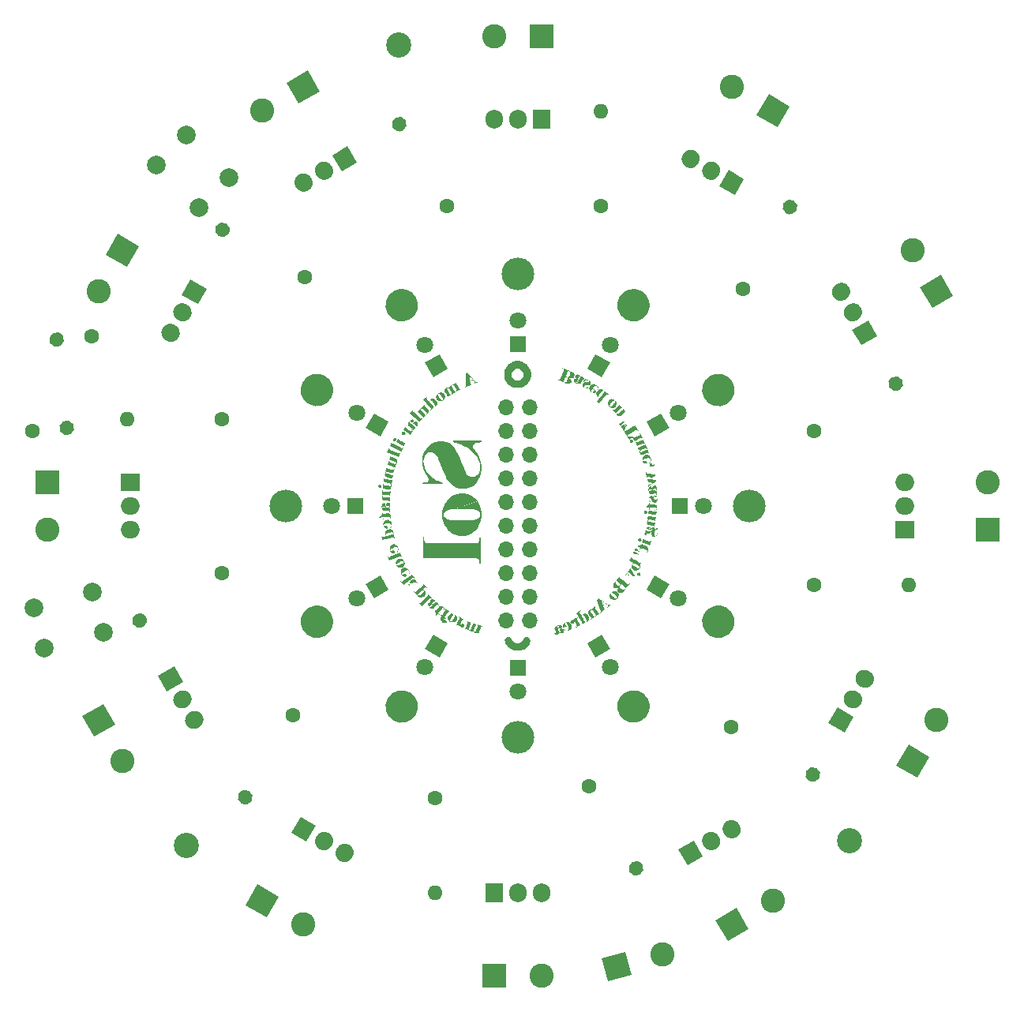
<source format=gbr>
%MOMM*%
%FSLAX46Y46*%
%IPPOS*%
%ADD10C,0.05*%
%ADD11C,0.05*%
%ADD12C,2.7*%
%ADD13O,1.7X1.7*%
%ADD14C,1.6*%
%ADD15O,1.6X1.6*%
%ADD16C,0.1*%
%ADD17O,3.5X3.5*%
%ADD18R,2X1.905*%
%ADD19O,2X1.905*%
%ADD20R,1.905X2*%
%ADD21O,1.905X2*%
%ADD22C,1.8*%
%ADD23R,1.8X1.8*%
%ADD24C,2.6*%
%ADD25R,2.6X2.6*%
%ADD26C,2*%
%LPD*%
G01*
D10*
%LPD*%
G36*
X156520111Y-92229418D02*
G01*
X156645330Y-92379791D01*
X156673455Y-92412528D01*
X156708480Y-92449251D01*
X156742408Y-92485736D01*
X156772010Y-92514561D01*
X156800720Y-92539396D01*
X156837150Y-92553211D01*
X156878558Y-92558414D01*
X156934880Y-92547111D01*
X157040112Y-92514051D01*
X157050962Y-92541851D01*
X156560954Y-92733093D01*
X156550104Y-92705293D01*
X156577522Y-92692590D01*
X156606094Y-92679433D01*
X156635017Y-92665471D01*
X156664194Y-92648743D01*
X156690452Y-92628821D01*
X156707504Y-92605813D01*
X156715737Y-92579903D01*
X156704904Y-92542753D01*
X156686072Y-92503050D01*
X156648874Y-92450493D01*
X156524479Y-92290804D01*
X156197847Y-92418257D01*
X156207147Y-92626858D01*
X156212534Y-92700508D01*
X156225547Y-92745822D01*
X156241390Y-92777014D01*
X156263647Y-92787012D01*
X156290664Y-92787845D01*
X156332987Y-92780012D01*
X156374462Y-92770804D01*
X156397197Y-92764962D01*
X156413705Y-92758495D01*
X156433687Y-92750722D01*
X156444537Y-92778522D01*
X155619168Y-93100650D01*
X155608318Y-93072850D01*
X155676848Y-93038090D01*
X155715106Y-93012147D01*
X155736558Y-92980750D01*
X155749475Y-92942007D01*
X155754698Y-92883570D01*
X155755667Y-92727013D01*
X155736506Y-91702736D01*
X156197466Y-92376384D01*
X156498072Y-92259062D01*
G37*
%LPD*%
G36*
X156197466Y-92376384D02*
G01*
X155736506Y-91702736D01*
X155734397Y-91590002D01*
X155925535Y-91515402D01*
X156520111Y-92229418D01*
X156498072Y-92259062D01*
X156183546Y-91889252D01*
G37*
%LPD*%
G36*
X154788234Y-92543400D02*
G01*
X154752894Y-92568000D01*
X154712852Y-92600672D01*
X154708604Y-92625710D01*
X154715682Y-92651757D01*
X154732354Y-92689510D01*
X154768834Y-92756750D01*
X154990901Y-93143302D01*
X155035261Y-93216772D01*
X155067224Y-93268675D01*
X155089561Y-93288832D01*
X155114451Y-93295309D01*
X155159181Y-93278932D01*
X155195691Y-93260112D01*
X155210561Y-93285992D01*
X154726966Y-93563808D01*
X154712096Y-93537928D01*
X154755829Y-93502393D01*
X154759376Y-93474198D01*
X154747621Y-93444380D01*
X154721486Y-93397008D01*
X154680366Y-93321678D01*
X154441574Y-92906013D01*
X154407691Y-92876358D01*
X154369034Y-92850883D01*
X154325311Y-92836573D01*
X154272574Y-92858983D01*
X154236416Y-92886561D01*
X154230384Y-92924093D01*
X154236934Y-92969808D01*
X154270204Y-93034591D01*
X154306684Y-93101831D01*
X154494373Y-93428541D01*
X154538733Y-93502011D01*
X154574073Y-93559151D01*
X154598373Y-93579611D01*
X154625488Y-93583754D01*
X154674903Y-93559311D01*
X154689773Y-93585191D01*
X154230439Y-93849070D01*
X154215569Y-93823190D01*
X154259302Y-93787655D01*
X154262849Y-93759460D01*
X154251094Y-93729642D01*
X154224959Y-93682270D01*
X154183839Y-93606940D01*
X153958055Y-93213918D01*
X153903582Y-93153435D01*
X153854920Y-93135498D01*
X153808602Y-93131601D01*
X153776050Y-93144198D01*
X153739892Y-93171776D01*
X153733860Y-93209308D01*
X153740410Y-93255023D01*
X153773680Y-93319806D01*
X153810160Y-93387046D01*
X153997849Y-93713755D01*
X154042209Y-93787225D01*
X154077549Y-93844365D01*
X154101849Y-93864825D01*
X154127884Y-93869588D01*
X154178379Y-93844525D01*
X154193249Y-93870405D01*
X153706419Y-94150079D01*
X153691524Y-94124240D01*
X153719704Y-94105900D01*
X153757112Y-94073658D01*
X153764924Y-94049810D01*
X153758039Y-94022217D01*
X153728414Y-93967530D01*
X153687294Y-93892200D01*
X153480093Y-93531526D01*
X153456439Y-93482551D01*
X153451344Y-93380071D01*
X153469903Y-93326565D01*
X153495368Y-93274469D01*
X153573139Y-93188919D01*
X153625446Y-93155465D01*
X153702529Y-93114586D01*
X153818843Y-93088636D01*
X153858073Y-93103565D01*
X153919933Y-93142602D01*
X153952153Y-93169985D01*
X153950480Y-93078446D01*
X153987393Y-92999162D01*
X154039168Y-92926395D01*
X154121979Y-92870217D01*
X154184968Y-92836632D01*
X154285778Y-92809912D01*
X154323600Y-92816777D01*
X154387087Y-92840539D01*
X154432241Y-92874827D01*
X154362551Y-92753524D01*
X154773364Y-92517520D01*
G37*
%LPD*%
G36*
X153367125Y-93752776D02*
G01*
X153428285Y-93827099D01*
X153479726Y-93908539D01*
X153518166Y-94084407D01*
X153505165Y-94178835D01*
X153478902Y-94271626D01*
X153371210Y-94429942D01*
X153289781Y-94495467D01*
X153206014Y-94549258D01*
X153024896Y-94599543D01*
X152927545Y-94596038D01*
X152831045Y-94580699D01*
X152673150Y-94491111D01*
X152611755Y-94416861D01*
X152611751Y-94416861D01*
X152560045Y-94334655D01*
X152523875Y-94157149D01*
X152539411Y-94061849D01*
X152566115Y-93968740D01*
X152671538Y-93812062D01*
X152740499Y-93756373D01*
X152769239Y-93771595D01*
X152727477Y-93815181D01*
X152730349Y-93880218D01*
X152750612Y-93953404D01*
X152801849Y-94033361D01*
X152816266Y-94054393D01*
X152853429Y-94111151D01*
X152891686Y-94169421D01*
X152911569Y-94198011D01*
X152911567Y-94197979D01*
X152949474Y-94244612D01*
X152982727Y-94286939D01*
X153012200Y-94325096D01*
X153035567Y-94356919D01*
X153093733Y-94428420D01*
X153157382Y-94471416D01*
X153219884Y-94495299D01*
X153272304Y-94471244D01*
X153313059Y-94428385D01*
X153311194Y-94362621D01*
X153289672Y-94290345D01*
X153238184Y-94210570D01*
X153224494Y-94190545D01*
X153186604Y-94132780D01*
X153146531Y-94071985D01*
X153126284Y-94042890D01*
X153090734Y-93996852D01*
X153058824Y-93955860D01*
X153027357Y-93917613D01*
X153004464Y-93886980D01*
X152947208Y-93816739D01*
X152891456Y-93779191D01*
X153269989Y-93696110D01*
G37*
%LPD*%
G36*
X153118123Y-93646159D02*
G01*
X153212044Y-93662306D01*
X153269989Y-93696110D01*
X152891456Y-93779191D01*
X152883741Y-93773995D01*
X152820583Y-93748695D01*
X152769239Y-93771595D01*
X152740499Y-93756373D01*
X152750258Y-93748493D01*
X152836780Y-93692807D01*
X153020713Y-93641640D01*
G37*
%LPD*%
G36*
X151546959Y-94289907D02*
G01*
X151553305Y-94298244D01*
X151606225Y-94365884D01*
X151761380Y-94547353D01*
X151822989Y-94622282D01*
X151816353Y-94577229D01*
X151822706Y-94524362D01*
X151843925Y-94472595D01*
X151881830Y-94495913D01*
X151851872Y-94526863D01*
X151838040Y-94565253D01*
X151834012Y-94605510D01*
X151852910Y-94645793D01*
X151852907Y-94645751D01*
X151890175Y-94696514D01*
X151938357Y-94754299D01*
X152049874Y-94884729D01*
X152091326Y-94932732D01*
X152157960Y-95008276D01*
X152222844Y-95080822D01*
X152260397Y-95119475D01*
X152298937Y-95146154D01*
X152376426Y-95144954D01*
X152415375Y-95117075D01*
X152450903Y-95074433D01*
X152447065Y-95016361D01*
X152426168Y-94953648D01*
X152382085Y-94882953D01*
X152335497Y-94818896D01*
X152307755Y-94784533D01*
X152253205Y-94720733D01*
X152220642Y-94683130D01*
X152183905Y-94642553D01*
X152142993Y-94599010D01*
X152094395Y-94552213D01*
X152040702Y-94508550D01*
X151984827Y-94481473D01*
X151947739Y-94472931D01*
X152261733Y-94296287D01*
X152315717Y-94307345D01*
X152466130Y-94397158D01*
X152534726Y-94470212D01*
X152598435Y-94551926D01*
X152666208Y-94717303D01*
X152670273Y-94800966D01*
X152662837Y-94882684D01*
X152592862Y-95024725D01*
X152530322Y-95085047D01*
X152440274Y-95153856D01*
X152375649Y-95168207D01*
X152319276Y-95167329D01*
X152276129Y-95155137D01*
X152336739Y-95226027D01*
X151955372Y-95552094D01*
X151935982Y-95529414D01*
X151978922Y-95487794D01*
X152008105Y-95452594D01*
X152015622Y-95424514D01*
X152009692Y-95396051D01*
X151982322Y-95359734D01*
X151934042Y-95300394D01*
X151183725Y-94422825D01*
X151426125Y-94215574D01*
G37*
%LPD*%
G36*
X152233901Y-94290586D02*
G01*
X152261733Y-94296287D01*
X151947739Y-94472931D01*
X151928296Y-94468453D01*
X151881830Y-94495913D01*
X151843925Y-94472595D01*
X151847227Y-94464540D01*
X151931523Y-94384696D01*
X152000831Y-94332287D01*
X152152020Y-94285232D01*
G37*
%LPD*%
G36*
X151619925Y-94089134D02*
G01*
X151556925Y-94150354D01*
X151521838Y-94193032D01*
X151514145Y-94223744D01*
X151520112Y-94254641D01*
X151546959Y-94289907D01*
X151426125Y-94215574D01*
X151600535Y-94066454D01*
G37*
%LPD*%
G36*
X151365908Y-94932905D02*
G01*
X151331988Y-94972785D01*
X151305521Y-95011280D01*
X151303588Y-95038995D01*
X151310870Y-95065750D01*
X151341078Y-95099325D01*
X151394348Y-95154225D01*
X151689859Y-95444299D01*
X151732455Y-95491992D01*
X151771055Y-95600451D01*
X151767059Y-95661217D01*
X151756577Y-95721932D01*
X151704160Y-95829917D01*
X151662225Y-95877187D01*
X151586580Y-95945820D01*
X151516723Y-95974827D01*
X151445627Y-95989107D01*
X151369032Y-95978827D01*
X151454222Y-96062447D01*
X151111883Y-96411204D01*
X151090570Y-96390289D01*
X151124490Y-96350409D01*
X151151423Y-96311909D01*
X151155530Y-96284169D01*
X151146048Y-96257439D01*
X151115400Y-96223869D01*
X151062130Y-96168969D01*
X150577597Y-95693353D01*
X150943456Y-95320635D01*
X150964756Y-95341545D01*
X150926916Y-95385425D01*
X150895691Y-95431445D01*
X150890726Y-95464905D01*
X150899381Y-95497358D01*
X150936256Y-95538345D01*
X150994876Y-95601115D01*
X151354282Y-95953908D01*
X151392417Y-95965175D01*
X151434892Y-95970308D01*
X151477077Y-95967283D01*
X151518962Y-95932598D01*
X151549354Y-95892748D01*
X151549832Y-95847898D01*
X151532685Y-95800570D01*
X151485592Y-95748248D01*
X151432322Y-95693348D01*
X150997041Y-95266077D01*
X151344608Y-94911995D01*
G37*
%LPD*%
G36*
X150112204Y-95549088D02*
G01*
X150073774Y-95599678D01*
X150046981Y-95643858D01*
X150051334Y-95668878D01*
X150066712Y-95691063D01*
X150095044Y-95721068D01*
X150151904Y-95772248D01*
X150851631Y-96371780D01*
X150918001Y-96426190D01*
X150965486Y-96464390D01*
X150993271Y-96475950D01*
X151018896Y-96473760D01*
X151055581Y-96443370D01*
X151086121Y-96410590D01*
X151108781Y-96430010D01*
X150715566Y-96888940D01*
X150692904Y-96869495D01*
X150720614Y-96834285D01*
X150745022Y-96793377D01*
X150743264Y-96767715D01*
X150726666Y-96741217D01*
X150682554Y-96700965D01*
X150618614Y-96643725D01*
X149763078Y-95910693D01*
X150089544Y-95529668D01*
G37*
%LPD*%
G36*
X149946821Y-96887724D02*
G01*
X149939770Y-96888441D01*
X149890105Y-96861879D01*
X149849305Y-96822532D01*
X149846007Y-96801081D01*
G37*
%LPD*%
G36*
X150070692Y-96994182D02*
G01*
X150031464Y-97015209D01*
X150063613Y-96988099D01*
G37*
%LPD*%
G36*
X150085562Y-96544070D02*
G01*
X150133401Y-96573445D01*
X150171903Y-96612223D01*
X150179771Y-96666835D01*
X150171398Y-96724386D01*
X150139171Y-96776400D01*
X150070123Y-96855541D01*
X150003458Y-96881969D01*
X149946821Y-96887724D01*
X149846007Y-96801081D01*
X149841855Y-96774079D01*
X149837683Y-96730052D01*
X149823745Y-96711359D01*
X149801710Y-96699809D01*
X149774895Y-96704859D01*
X149749007Y-96717717D01*
X149726588Y-96698450D01*
X149842687Y-96599625D01*
X149908472Y-96564945D01*
X149973098Y-96539820D01*
G37*
%LPD*%
G36*
X150038607Y-96966607D02*
G01*
X150063665Y-96944115D01*
X150126592Y-96876708D01*
X150189950Y-96809236D01*
X150234326Y-96771061D01*
X150279728Y-96744944D01*
X150348201Y-96737801D01*
X150359280Y-96738775D01*
X150063613Y-96988099D01*
G37*
%LPD*%
G36*
X149957124Y-97045599D02*
G01*
X150241540Y-97260153D01*
X150241594Y-97260099D01*
X150272959Y-97270182D01*
X150310584Y-97267799D01*
X150345857Y-97259751D01*
X150369984Y-97235509D01*
X150387961Y-97197692D01*
X150365684Y-97157529D01*
X150327566Y-97115146D01*
X150266334Y-97066229D01*
X150221224Y-97034144D01*
X150174354Y-97008519D01*
X150128587Y-96989161D01*
X150099434Y-96987049D01*
X150070692Y-96994182D01*
X150068308Y-96992133D01*
X150464608Y-96771247D01*
X150495411Y-96790441D01*
X150538020Y-96826482D01*
X150587775Y-96910744D01*
X150594921Y-96958966D01*
X150595216Y-97008257D01*
X150562861Y-97105348D01*
X150530211Y-97153147D01*
X150462158Y-97233040D01*
X150391467Y-97275122D01*
X150316662Y-97298917D01*
X150238485Y-97285892D01*
X150277118Y-97341524D01*
X150281405Y-97411731D01*
X150268822Y-97485188D01*
X150227665Y-97551104D01*
X150184498Y-97604202D01*
X150143865Y-97637414D01*
X150099025Y-97664332D01*
X150028841Y-97681484D01*
X149987796Y-97684790D01*
X149883456Y-97643465D01*
X149820161Y-97598834D01*
X149835891Y-97577984D01*
X149896083Y-97619494D01*
X149952850Y-97642844D01*
X150001752Y-97652871D01*
X150033100Y-97626284D01*
X150033070Y-97626267D01*
X150048280Y-97596832D01*
X150034370Y-97568817D01*
X150010953Y-97539467D01*
X149968150Y-97504837D01*
X149627149Y-97247597D01*
X149580508Y-97205793D01*
X149542013Y-97097313D01*
X149550159Y-97030637D01*
X149586787Y-96894325D01*
X149662933Y-96776706D01*
X149696965Y-96798731D01*
X149701445Y-96827019D01*
X149722865Y-96862646D01*
X149773605Y-96904819D01*
X149907989Y-97008530D01*
X149934367Y-97024155D01*
X149959059Y-97021360D01*
X149984647Y-97009118D01*
X150002139Y-96996231D01*
X150029356Y-97013845D01*
X149989751Y-97035919D01*
X149959024Y-97039999D01*
G37*
%LPD*%
G36*
X150031464Y-97015209D02*
G01*
X150029356Y-97013845D01*
X150040347Y-97007718D01*
G37*
%LPD*%
G36*
X150031464Y-97015209D02*
G01*
X149989751Y-97035919D01*
X150029356Y-97013845D01*
G37*
%LPD*%
G36*
X149749007Y-96717717D02*
G01*
X149746883Y-96718772D01*
X149723305Y-96745379D01*
X149695702Y-96790752D01*
X149696965Y-96798731D01*
X149662933Y-96776706D01*
X149666905Y-96770570D01*
X149721903Y-96702438D01*
X149726588Y-96698450D01*
G37*
%LPD*%
G36*
X150359280Y-96738775D02*
G01*
X150421236Y-96744221D01*
X150464608Y-96771247D01*
X150068308Y-96992133D01*
X150063613Y-96988099D01*
G37*
%LPD*%
G36*
X150002139Y-96996231D02*
G01*
X150021469Y-96981990D01*
X150038607Y-96966607D01*
X150063613Y-96988099D01*
X150040347Y-97007718D01*
X150029356Y-97013845D01*
G37*
%LPD*%
G36*
X149335250Y-97296541D02*
G01*
X149312110Y-97339321D01*
X149291547Y-97386721D01*
X149299250Y-97410921D01*
X149317493Y-97430811D01*
X149349630Y-97456701D01*
X149412900Y-97499701D01*
X149787620Y-97741201D01*
X149860750Y-97786111D01*
X149912977Y-97817561D01*
X149942070Y-97825211D01*
X149967163Y-97819563D01*
X149999390Y-97784481D01*
X150028240Y-97743161D01*
X150053330Y-97759331D01*
X149715824Y-98282978D01*
X149690734Y-98266808D01*
X149717914Y-98217748D01*
X149736131Y-98175126D01*
X149732894Y-98149738D01*
X149718411Y-98127456D01*
X149680394Y-98100368D01*
X149603014Y-98048278D01*
X149240837Y-97814862D01*
X149194259Y-97791845D01*
X149130703Y-97786042D01*
X149068983Y-97792869D01*
X149035623Y-97826842D01*
X149032415Y-97835860D01*
X149036493Y-97849592D01*
X149077700Y-97854009D01*
X149117853Y-97857692D01*
X149159403Y-97867827D01*
X149199073Y-97890062D01*
X149246006Y-97930290D01*
X149267433Y-97994032D01*
X149271425Y-98062438D01*
X149241503Y-98123783D01*
X149189709Y-98186931D01*
X149116662Y-98214193D01*
X149037192Y-98222155D01*
X148963602Y-98186563D01*
X148900597Y-98133385D01*
X148874092Y-98053429D01*
X148865542Y-97969142D01*
X148902632Y-97892077D01*
X148943930Y-97833165D01*
X149025200Y-97769040D01*
X149065173Y-97763828D01*
X149137455Y-97765278D01*
X149180152Y-97771328D01*
X149048451Y-97686448D01*
X149310160Y-97280371D01*
G37*
%LPD*%
G36*
X148553251Y-98570910D02*
G01*
X148533271Y-98617290D01*
X148517088Y-98666377D01*
X148526971Y-98689770D01*
X148546958Y-98707913D01*
X148581331Y-98730750D01*
X148648271Y-98767770D01*
X149043525Y-98973952D01*
X149120465Y-99011982D01*
X149175352Y-99038512D01*
X149205025Y-99043472D01*
X149229497Y-99035552D01*
X149258375Y-98997672D01*
X149280735Y-98958842D01*
X149307195Y-98972642D01*
X149027685Y-99508468D01*
X149001307Y-99494658D01*
X149020357Y-99454108D01*
X149034864Y-99408748D01*
X149027357Y-99384148D01*
X149005209Y-99362080D01*
X148953147Y-99332818D01*
X148877937Y-99291478D01*
X148300767Y-98990401D01*
X148526791Y-98557110D01*
G37*
%LPD*%
G36*
X148191909Y-98525502D02*
G01*
X148191906Y-98525503D01*
X148250723Y-98566004D01*
X148280206Y-98630472D01*
X148290821Y-98700875D01*
X148265336Y-98767875D01*
X148224394Y-98828218D01*
X148161158Y-98858695D01*
X148090695Y-98872785D01*
X148023683Y-98847995D01*
X147964186Y-98806788D01*
X147937903Y-98742235D01*
X147926715Y-98672939D01*
X147952773Y-98604832D01*
X147993419Y-98545732D01*
X148058604Y-98514872D01*
X148126691Y-98501304D01*
G37*
%LPD*%
G36*
X147817108Y-98956190D02*
G01*
X147793768Y-99015280D01*
X147779911Y-99065055D01*
X147790868Y-99087970D01*
X147811665Y-99105177D01*
X147847048Y-99126410D01*
X147915618Y-99160320D01*
X148751296Y-99548518D01*
X148829896Y-99582978D01*
X148885941Y-99606953D01*
X148915806Y-99610548D01*
X148939891Y-99601506D01*
X148966996Y-99562338D01*
X148987546Y-99522528D01*
X149014616Y-99535098D01*
X148760008Y-100083195D01*
X148732951Y-100070615D01*
X148750121Y-100029235D01*
X148762548Y-99983253D01*
X148753921Y-99959025D01*
X148730788Y-99937993D01*
X148677441Y-99911155D01*
X148600411Y-99873315D01*
X147578651Y-99398676D01*
X147790038Y-98943620D01*
G37*
%LPD*%
G36*
X147526896Y-99583627D02*
G01*
X147506296Y-99643727D01*
X147494724Y-99694084D01*
X147506714Y-99716467D01*
X147528282Y-99732705D01*
X147564604Y-99752297D01*
X147634654Y-99783027D01*
X148487237Y-100132537D01*
X148567337Y-100163357D01*
X148624425Y-100184765D01*
X148654427Y-100186967D01*
X148678067Y-100176837D01*
X148703347Y-100136467D01*
X148722057Y-100095757D01*
X148749667Y-100107077D01*
X148520434Y-100666261D01*
X148492825Y-100654924D01*
X148508075Y-100612794D01*
X148518402Y-100566296D01*
X148508676Y-100542484D01*
X148484596Y-100522539D01*
X148430076Y-100498174D01*
X148351396Y-100463904D01*
X147308966Y-100036568D01*
X147499286Y-99572307D01*
G37*
%LPD*%
G36*
X147701797Y-100387212D02*
G01*
X147688817Y-100437942D01*
X147681900Y-100484142D01*
X147692317Y-100509902D01*
X147710597Y-100530740D01*
X147752477Y-100547652D01*
X147824437Y-100573612D01*
X148217268Y-100704585D01*
X148276473Y-100728748D01*
X148358752Y-100809268D01*
X148381825Y-100865625D01*
X148399051Y-100924783D01*
X148399338Y-101044817D01*
X148382399Y-101105693D01*
X148344542Y-101200561D01*
X148294499Y-101257279D01*
X148236886Y-101301314D01*
X148163548Y-101325689D01*
X148276796Y-101363449D01*
X148122225Y-101827060D01*
X148093899Y-101817711D01*
X148106879Y-101766981D01*
X148114139Y-101720578D01*
X148105679Y-101693841D01*
X148085432Y-101673986D01*
X148043159Y-101657271D01*
X147971199Y-101631311D01*
X147327097Y-101416563D01*
X147492288Y-100921100D01*
X147520598Y-100930500D01*
X147505848Y-100986530D01*
X147498021Y-101041587D01*
X147508248Y-101073830D01*
X147530271Y-101099192D01*
X147581388Y-101119840D01*
X147661608Y-101150520D01*
X148139375Y-101309811D01*
X148178600Y-101303224D01*
X148219005Y-101289171D01*
X148255577Y-101267934D01*
X148277995Y-101218391D01*
X148287855Y-101169234D01*
X148268595Y-101128731D01*
X148232420Y-101093733D01*
X148167145Y-101067381D01*
X148095185Y-101041421D01*
X147516556Y-100848501D01*
X147673487Y-100377812D01*
G37*
%LPD*%
G36*
X147268257Y-101662830D02*
G01*
X147262857Y-101705550D01*
X147260282Y-101757162D01*
X147276007Y-101777100D01*
X147300085Y-101789302D01*
X147339277Y-101802230D01*
X147413627Y-101820220D01*
X147849350Y-101914460D01*
X147933610Y-101930780D01*
X147993555Y-101941847D01*
X148023480Y-101938780D01*
X148044982Y-101924665D01*
X148062810Y-101880490D01*
X148073310Y-101840780D01*
X148102480Y-101847080D01*
X147984577Y-102392190D01*
X147955407Y-102385890D01*
X147958365Y-102329597D01*
X147939797Y-102308090D01*
X147909790Y-102296828D01*
X147857117Y-102284480D01*
X147773647Y-102264520D01*
X147305108Y-102163178D01*
X147260393Y-102168461D01*
X147215578Y-102180078D01*
X147175651Y-102202926D01*
X147156938Y-102257088D01*
X147153180Y-102302400D01*
X147176988Y-102332038D01*
X147215307Y-102357815D01*
X147285683Y-102376538D01*
X147360033Y-102394528D01*
X147728302Y-102474178D01*
X147812562Y-102490488D01*
X147878655Y-102502505D01*
X147910122Y-102498188D01*
X147931365Y-102480833D01*
X147946342Y-102427778D01*
X147975512Y-102434078D01*
X147863524Y-102951841D01*
X147834354Y-102945541D01*
X147837312Y-102889248D01*
X147818744Y-102867741D01*
X147788737Y-102856479D01*
X147736064Y-102844131D01*
X147652594Y-102824171D01*
X147209578Y-102728351D01*
X147128180Y-102728243D01*
X147082253Y-102752341D01*
X147048345Y-102784128D01*
X147035883Y-102816741D01*
X147032125Y-102862053D01*
X147055933Y-102891691D01*
X147094252Y-102917468D01*
X147164628Y-102936191D01*
X147238978Y-102954181D01*
X147607246Y-103033831D01*
X147691506Y-103050151D01*
X147757599Y-103062168D01*
X147789066Y-103057851D01*
X147810049Y-103041716D01*
X147825286Y-102987441D01*
X147854456Y-102993741D01*
X147735764Y-103542497D01*
X147706537Y-103536258D01*
X147711837Y-103503048D01*
X147712975Y-103453676D01*
X147700507Y-103431898D01*
X147675410Y-103418525D01*
X147614967Y-103403858D01*
X147531497Y-103383898D01*
X147124944Y-103295968D01*
X147072742Y-103280701D01*
X146993268Y-103215802D01*
X146965995Y-103166169D01*
X146944397Y-103112356D01*
X146933022Y-102997300D01*
X146943245Y-102936057D01*
X146964567Y-102851449D01*
X147023260Y-102747732D01*
X147060630Y-102728622D01*
X147131059Y-102708855D01*
X147172977Y-102703302D01*
X147103915Y-102643199D01*
X147069807Y-102562666D01*
X147050504Y-102475474D01*
X147064307Y-102376360D01*
X147081593Y-102307103D01*
X147129323Y-102214373D01*
X147159767Y-102190900D01*
X147219946Y-102159725D01*
X147275662Y-102149170D01*
X147138929Y-102119600D01*
X147239087Y-101656530D01*
G37*
%LPD*%
G36*
X146910223Y-103454250D02*
G01*
X146907623Y-103504680D01*
X146909586Y-103556313D01*
X146927003Y-103574800D01*
X146952061Y-103584842D01*
X146992233Y-103594290D01*
X147067873Y-103605690D01*
X147510185Y-103661340D01*
X147595545Y-103670240D01*
X147656237Y-103675967D01*
X147685775Y-103670312D01*
X147705958Y-103654367D01*
X147719835Y-103608802D01*
X147727235Y-103564622D01*
X147756845Y-103568322D01*
X147681405Y-104167942D01*
X147651889Y-104164207D01*
X147655589Y-104119557D01*
X147653429Y-104071979D01*
X147637829Y-104051527D01*
X147609384Y-104038560D01*
X147550399Y-104029247D01*
X147465499Y-104016687D01*
X146819613Y-103935427D01*
X146880613Y-103450550D01*
G37*
%LPD*%
G36*
X146624898Y-103554996D02*
G01*
X146674986Y-103605164D01*
X146709436Y-103667463D01*
X146708886Y-103739147D01*
X146691521Y-103809969D01*
X146642856Y-103860557D01*
X146581711Y-103898290D01*
X146510258Y-103898397D01*
X146440135Y-103880485D01*
X146393014Y-103829127D01*
X146358431Y-103768061D01*
X146359114Y-103695144D01*
X146376634Y-103625596D01*
X146426994Y-103573966D01*
X146486094Y-103537524D01*
X146555658Y-103537516D01*
X146555659Y-103537514D01*
G37*
%LPD*%
G36*
X146815784Y-104150093D02*
G01*
X146817084Y-104193133D01*
X146822554Y-104244533D01*
X146841184Y-104261773D01*
X146866864Y-104270073D01*
X146907584Y-104276773D01*
X146983834Y-104282973D01*
X147428906Y-104308413D01*
X147514676Y-104311413D01*
X147575621Y-104312996D01*
X147604706Y-104305313D01*
X147623739Y-104288031D01*
X147634506Y-104241623D01*
X147638906Y-104197033D01*
X147668706Y-104198733D01*
X147635606Y-104777886D01*
X147605806Y-104776186D01*
X147605809Y-104716091D01*
X147590106Y-104691216D01*
X147560931Y-104678674D01*
X147494016Y-104672646D01*
X147408456Y-104665846D01*
X146931725Y-104638606D01*
X146888157Y-104654486D01*
X146845475Y-104676646D01*
X146809367Y-104708834D01*
X146799185Y-104767416D01*
X146802554Y-104814706D01*
X146872254Y-104870068D01*
X146938585Y-104878140D01*
X147014835Y-104884340D01*
X147394723Y-104906352D01*
X147480493Y-104909352D01*
X147546435Y-104910599D01*
X147578183Y-104899952D01*
X147596625Y-104877337D01*
X147603353Y-104819182D01*
X147633153Y-104820882D01*
X147600263Y-105396311D01*
X147570463Y-105394611D01*
X147570942Y-105353541D01*
X147565550Y-105306209D01*
X147548592Y-105286871D01*
X147519327Y-105275838D01*
X147459842Y-105270591D01*
X147374282Y-105263791D01*
X146955281Y-105239841D01*
X146906315Y-105232995D01*
X146821557Y-105179575D01*
X146785765Y-105133001D01*
X146754457Y-105081158D01*
X146723757Y-104964502D01*
X146724365Y-104899690D01*
X146730745Y-104827580D01*
X146763655Y-104725770D01*
X146790185Y-104696069D01*
X146845008Y-104652177D01*
X146898621Y-104629399D01*
X146758954Y-104621399D01*
X146785984Y-104148393D01*
G37*
%LPD*%
G36*
X147314660Y-105808065D02*
G01*
X147262045Y-105817268D01*
X147288007Y-105791941D01*
G37*
%LPD*%
G36*
X147012907Y-105508991D02*
G01*
X147053124Y-105546771D01*
X147082499Y-105596979D01*
X147089734Y-105657732D01*
X147089124Y-105671629D01*
X146866109Y-105536718D01*
X146902910Y-105509553D01*
X146958624Y-105502691D01*
G37*
%LPD*%
G36*
X147145547Y-105705762D02*
G01*
X147149911Y-105651699D01*
X147160784Y-105594183D01*
X147179989Y-105545460D01*
X147229054Y-105497163D01*
X147290149Y-105456605D01*
X147376952Y-105446493D01*
X147432740Y-105448083D01*
X147524187Y-105482913D01*
X147559845Y-105516153D01*
X147564637Y-105522080D01*
X147288007Y-105791941D01*
G37*
%LPD*%
G36*
X147262045Y-105817268D02*
G01*
X147214205Y-105830700D01*
X147245358Y-105808231D01*
G37*
%LPD*%
G36*
X147590842Y-105554495D02*
G01*
X147592168Y-105558106D01*
X147344900Y-105736440D01*
X147564637Y-105522080D01*
G37*
%LPD*%
G36*
X147089124Y-105671629D02*
G01*
X147086895Y-105722416D01*
X146814432Y-105574865D01*
X146866109Y-105536718D01*
G37*
%LPD*%
G36*
X147141826Y-105752164D02*
G01*
X147142464Y-105743958D01*
X147145547Y-105705762D01*
X147277097Y-105785341D01*
X147245358Y-105808231D01*
G37*
%LPD*%
G36*
X147262045Y-105817268D02*
G01*
X147248436Y-105809898D01*
X147282100Y-105788368D01*
X147288007Y-105791941D01*
G37*
%LPD*%
G36*
X147309891Y-105770593D02*
G01*
X147601667Y-105583979D01*
X147626112Y-105650565D01*
X147630385Y-105708293D01*
X147627017Y-105813192D01*
X147598015Y-105890172D01*
X147554387Y-105955426D01*
X147485150Y-105994005D01*
X147550050Y-106013390D01*
X147597190Y-106065595D01*
X147633165Y-106130855D01*
X147642120Y-106208051D01*
X147641495Y-106276487D01*
X147630450Y-106327790D01*
X147612193Y-106376803D01*
X147568030Y-106433982D01*
X147538009Y-106462151D01*
X147430675Y-106494926D01*
X147353363Y-106499532D01*
X147352653Y-106473432D01*
X147425597Y-106468337D01*
X147484530Y-106451182D01*
X147528997Y-106428515D01*
X147536930Y-106388182D01*
X147536900Y-106388209D01*
X147530422Y-106355726D01*
X147502070Y-106342509D01*
X147465458Y-106334192D01*
X147410400Y-106333809D01*
X146983412Y-106345429D01*
X146920882Y-106341844D01*
X146823132Y-106281061D01*
X146787911Y-106223864D01*
X146731519Y-106094470D01*
X146716961Y-105947767D01*
X146717456Y-105860209D01*
X146747741Y-105704510D01*
X146777531Y-105636370D01*
X146797380Y-105602193D01*
X147085246Y-105760003D01*
X147085129Y-105762663D01*
X147049504Y-105824897D01*
X147003761Y-105869664D01*
X146948373Y-105879897D01*
X146891940Y-105874595D01*
X146855893Y-105841367D01*
X146825175Y-105809544D01*
X146802623Y-105803627D01*
X146778178Y-105808335D01*
X146760393Y-105829037D01*
X146747176Y-105857385D01*
X146745333Y-105892887D01*
X146752051Y-105945575D01*
X146779163Y-105970337D01*
X146818120Y-105984845D01*
X146884087Y-105986147D01*
X147053814Y-105983347D01*
X147084174Y-105979102D01*
X147101734Y-105961517D01*
X147114106Y-105935987D01*
X147125964Y-105891817D01*
X147135314Y-105835895D01*
X147138927Y-105789432D01*
X147214205Y-105830700D01*
X147190085Y-105847218D01*
X147172063Y-105870720D01*
X147154515Y-105911628D01*
X147134828Y-105953835D01*
X147113355Y-105976188D01*
X147115355Y-105981688D01*
X147471490Y-105971988D01*
X147471522Y-105972048D01*
X147502299Y-105960326D01*
X147530222Y-105934998D01*
X147552773Y-105906710D01*
X147556512Y-105872708D01*
X147547004Y-105831911D01*
X147504542Y-105814408D01*
X147448311Y-105805041D01*
X147369937Y-105805008D01*
X147314660Y-105808065D01*
X147288007Y-105791941D01*
G37*
%LPD*%
G36*
X147277097Y-105785341D02*
G01*
X147282100Y-105788368D01*
X147248436Y-105809898D01*
X147245358Y-105808231D01*
G37*
%LPD*%
G36*
X147601667Y-105583979D02*
G01*
X147309891Y-105770593D01*
X147344900Y-105736440D01*
X147592168Y-105558106D01*
G37*
%LPD*%
G36*
X147086895Y-105722416D02*
G01*
X147085246Y-105760003D01*
X146797380Y-105602193D01*
X146812364Y-105576392D01*
X146814432Y-105574865D01*
G37*
%LPD*%
G36*
X147214205Y-105830700D02*
G01*
X147138927Y-105789432D01*
X147141826Y-105752164D01*
X147245358Y-105808231D01*
G37*
%LPD*%
G36*
X146839759Y-106667363D02*
G01*
X147413609Y-106613095D01*
X147472105Y-106611698D01*
X147570538Y-106652038D01*
X147610474Y-106693775D01*
X147675961Y-106791877D01*
X147698754Y-106914002D01*
X147704523Y-107009634D01*
X147677998Y-107145168D01*
X147645704Y-107185071D01*
X147566661Y-107244096D01*
X147467660Y-107263741D01*
X147465160Y-107237741D01*
X147536744Y-107225346D01*
X147597557Y-107191491D01*
X147643332Y-107146880D01*
X147646967Y-107080022D01*
X147635352Y-107029910D01*
X147597677Y-106994752D01*
X147547543Y-106969794D01*
X147473636Y-106970882D01*
X147378576Y-106976082D01*
X146873478Y-107023862D01*
X146894028Y-107241128D01*
X146825918Y-107273798D01*
X146802908Y-107030534D01*
X146433369Y-107065484D01*
X146428469Y-107013494D01*
X146474316Y-106983242D01*
X146526309Y-106938664D01*
X146580277Y-106888590D01*
X146635319Y-106823431D01*
X146686664Y-106755497D01*
X146728869Y-106683430D01*
X146762384Y-106611875D01*
X146777679Y-106545788D01*
X146827819Y-106541088D01*
G37*
%LPD*%
G36*
X147134002Y-107711273D02*
G01*
X147029896Y-107739526D01*
X147120548Y-107689133D01*
G37*
%LPD*%
G36*
X146992221Y-107477948D02*
G01*
X147025558Y-107432460D01*
X147177116Y-107334622D01*
X147272635Y-107313248D01*
X147376563Y-107302653D01*
X147555347Y-107345913D01*
X147630204Y-107399768D01*
X147634169Y-107403608D01*
X147120548Y-107689133D01*
G37*
%LPD*%
G36*
X147696757Y-107464234D02*
G01*
X147785119Y-107633358D01*
X147806928Y-107738016D01*
X147815775Y-107814205D01*
X147798540Y-107954840D01*
X147772458Y-108019285D01*
X147739091Y-108080485D01*
X147643634Y-108180708D01*
X147581545Y-108219731D01*
X147563956Y-108192321D01*
X147648108Y-108137657D01*
X147708050Y-108065452D01*
X147731292Y-108026644D01*
X147748502Y-107933234D01*
X147742470Y-107878633D01*
X147724078Y-107804755D01*
X147682640Y-107752179D01*
X147630487Y-107711389D01*
X147564720Y-107687879D01*
X147495673Y-107673392D01*
X147425928Y-107670349D01*
X147355321Y-107673737D01*
X147288152Y-107682879D01*
X147378342Y-108248368D01*
X147293247Y-108257137D01*
X147137849Y-108224312D01*
X147067545Y-108182718D01*
X147003049Y-108131145D01*
X146917331Y-107978598D01*
X146896109Y-107877624D01*
X146885701Y-107777837D01*
X146922406Y-107593487D01*
X146947711Y-107548067D01*
X147029896Y-107739526D01*
X146967691Y-107769913D01*
X146924858Y-107807286D01*
X146923811Y-107861913D01*
X146943428Y-107921743D01*
X146998031Y-107948293D01*
X147068014Y-107960741D01*
X147171900Y-107948894D01*
X147211813Y-107942527D01*
X147241900Y-107937734D01*
X147268593Y-107935334D01*
X147290380Y-107933734D01*
X147251301Y-107688783D01*
X147134002Y-107711273D01*
X147127652Y-107700823D01*
X147690174Y-107457858D01*
G37*
%LPD*%
G36*
X147029896Y-107739526D02*
G01*
X146947711Y-107548067D01*
X146969519Y-107508924D01*
X146992221Y-107477948D01*
X147120548Y-107689133D01*
G37*
%LPD*%
G36*
X147634169Y-107403608D02*
G01*
X147690174Y-107457858D01*
X147127652Y-107700823D01*
X147120548Y-107689133D01*
G37*
%LPD*%
G36*
X147728924Y-108647063D02*
G01*
X147650700Y-108659521D01*
X147685975Y-108633450D01*
G37*
%LPD*%
G36*
X147166880Y-108468921D02*
G01*
X147185892Y-108445066D01*
X147334167Y-108351767D01*
X147430390Y-108323780D01*
X147532123Y-108304053D01*
X147710249Y-108318678D01*
X147786642Y-108353030D01*
X147856093Y-108396729D01*
X147909553Y-108468206D01*
X147685975Y-108633450D01*
G37*
%LPD*%
G36*
X147477610Y-108700285D02*
G01*
X147424785Y-108714613D01*
X147367417Y-108731318D01*
X147303663Y-108753403D01*
X147240390Y-108781448D01*
X147190911Y-108818953D01*
X147153661Y-108863430D01*
X147157051Y-108917293D01*
X147171033Y-108958053D01*
X147198981Y-108987773D01*
X147233028Y-109009648D01*
X147277501Y-109011063D01*
X147277511Y-109011040D01*
X147339653Y-109000863D01*
X147413009Y-108984140D01*
X147579836Y-108943930D01*
X147641417Y-108928763D01*
X147738973Y-108903650D01*
X147833060Y-108878737D01*
X147884542Y-108862810D01*
X147925785Y-108840556D01*
X147959850Y-108770948D01*
X147952672Y-108723593D01*
X147930782Y-108672585D01*
X147877292Y-108649663D01*
X147811925Y-108639850D01*
X147728924Y-108647063D01*
X147693397Y-108635803D01*
X147954703Y-108535876D01*
X147976317Y-108606628D01*
X147996754Y-108718096D01*
X147980217Y-108782197D01*
X147953857Y-108832037D01*
X147923417Y-108864957D01*
X148014087Y-108843107D01*
X148131657Y-109330896D01*
X148102647Y-109337896D01*
X148085037Y-109280746D01*
X148066912Y-109238744D01*
X148045287Y-109219336D01*
X148017227Y-109211709D01*
X147972447Y-109219624D01*
X147897667Y-109235734D01*
X146775210Y-109506275D01*
X146646714Y-108973153D01*
X146675724Y-108966153D01*
X146701704Y-109050073D01*
X146723816Y-109100703D01*
X146747694Y-109121493D01*
X146777934Y-109130190D01*
X146831854Y-109120393D01*
X146916144Y-109103913D01*
X147148251Y-109047973D01*
X147243020Y-109027048D01*
X147199868Y-109012506D01*
X147155630Y-108982878D01*
X147113440Y-108933887D01*
X147080530Y-108822541D01*
X147065268Y-108737001D01*
X147091923Y-108580919D01*
X147106802Y-108555879D01*
X147637801Y-108657063D01*
X147607495Y-108668653D01*
X147525895Y-108688323D01*
G37*
%LPD*%
G36*
X147650700Y-108659521D02*
G01*
X147637801Y-108657063D01*
X147671420Y-108644207D01*
G37*
%LPD*%
G36*
X147650700Y-108659521D02*
G01*
X147607495Y-108668653D01*
X147637801Y-108657063D01*
G37*
%LPD*%
G36*
X147909553Y-108468206D02*
G01*
X147950930Y-108523528D01*
X147954703Y-108535876D01*
X147693397Y-108635803D01*
X147685975Y-108633450D01*
G37*
%LPD*%
G36*
X147106802Y-108555879D02*
G01*
X147133840Y-108510377D01*
X147166880Y-108468921D01*
X147685975Y-108633450D01*
X147671420Y-108644207D01*
X147637801Y-108657063D01*
G37*
%LPD*%
G36*
X148142212Y-109925945D02*
G01*
X148228287Y-109967486D01*
X148308467Y-110020590D01*
X148428881Y-110169388D01*
X148469116Y-110265082D01*
X148493208Y-110339968D01*
X148507337Y-110480179D01*
X148480601Y-110608917D01*
X148413001Y-110726182D01*
X148362173Y-110780034D01*
X148338603Y-110758814D01*
X148410810Y-110684356D01*
X148453499Y-110594144D01*
X148475646Y-110500145D01*
X148452099Y-110404185D01*
X148423945Y-110341807D01*
X148330869Y-110268412D01*
X148265947Y-110257396D01*
X148124087Y-110259229D01*
X147968055Y-110305876D01*
X147906520Y-110329508D01*
X147844341Y-110358666D01*
X147783170Y-110392421D01*
X147731128Y-110429476D01*
X147685778Y-110470386D01*
X147655508Y-110516416D01*
X147636391Y-110564016D01*
X147646808Y-110612816D01*
X147646781Y-110612867D01*
X147662633Y-110647457D01*
X147685931Y-110666127D01*
X147711574Y-110676657D01*
X147739151Y-110670627D01*
X147770141Y-110655755D01*
X147805811Y-110624637D01*
X147844403Y-110592459D01*
X147890001Y-110572287D01*
X147952614Y-110559839D01*
X148020185Y-110586597D01*
X148080733Y-110630452D01*
X148112675Y-110693935D01*
X148132565Y-110768747D01*
X148117375Y-110827165D01*
X148085137Y-110876885D01*
X148026785Y-110905645D01*
X147954925Y-110921748D01*
X147883209Y-110898145D01*
X147814372Y-110864238D01*
X147761373Y-110819305D01*
X147713023Y-110771689D01*
X147671913Y-110714838D01*
X147633035Y-110653211D01*
X147602883Y-110579157D01*
X147571650Y-110477548D01*
X147568950Y-110284082D01*
X147597483Y-110192224D01*
X147637591Y-110106753D01*
X147770617Y-109981144D01*
X147863536Y-109941006D01*
X147959836Y-109912705D01*
G37*
%LPD*%
G36*
X148856822Y-111266893D02*
G01*
X148829383Y-111278694D01*
X148809963Y-111238314D01*
X148783976Y-111198422D01*
X148760163Y-111188684D01*
X148729066Y-111191919D01*
X148673503Y-111213814D01*
X148593953Y-111246034D01*
X147559176Y-111691583D01*
X147360745Y-111230731D01*
X147388155Y-111218931D01*
X147416665Y-111275701D01*
X147444533Y-111319209D01*
X147468915Y-111326311D01*
X147495605Y-111322264D01*
X147535015Y-111310031D01*
X147605995Y-111281501D01*
X148452319Y-110917095D01*
X148530389Y-110881445D01*
X148585617Y-110855630D01*
X148608199Y-110835755D01*
X148617532Y-110811780D01*
X148606399Y-110765465D01*
X148590409Y-110723615D01*
X148617819Y-110711815D01*
G37*
%LPD*%
G36*
X148909211Y-111713980D02*
G01*
X148822364Y-111752353D01*
X148880593Y-111703171D01*
G37*
%LPD*%
G36*
X148426978Y-111531836D02*
G01*
X148473332Y-111504588D01*
X148561817Y-111466521D01*
X148741534Y-111456071D01*
X148832765Y-111483688D01*
X148920305Y-111524146D01*
X149001828Y-111600772D01*
X148880593Y-111703171D01*
G37*
%LPD*%
G36*
X148671147Y-111821198D02*
G01*
X148639244Y-111836643D01*
X148588219Y-111864551D01*
X148542734Y-111889653D01*
X148500031Y-111914745D01*
X148466194Y-111932563D01*
X148387858Y-111978121D01*
X148335711Y-112034121D01*
X148300811Y-112092541D01*
X148315391Y-112146833D01*
X148351904Y-112194875D01*
X148416591Y-112202243D01*
X148492047Y-112193680D01*
X148579034Y-112155583D01*
X148602057Y-112144626D01*
X148663934Y-112116803D01*
X148727476Y-112088138D01*
X148758824Y-112072973D01*
X148758829Y-112072977D01*
X148810822Y-112042837D01*
X148857829Y-112016617D01*
X148900119Y-111993477D01*
X148935209Y-111975377D01*
X149014931Y-111929116D01*
X149067355Y-111872976D01*
X149100723Y-111814979D01*
X149085165Y-111759443D01*
X149049212Y-111712468D01*
X148983965Y-111704033D01*
X148909211Y-111713980D01*
X148890543Y-111706929D01*
X149025687Y-111623198D01*
X149059822Y-111655282D01*
X149111798Y-111745960D01*
X149151821Y-111837112D01*
X149173146Y-112023867D01*
X149154448Y-112119470D01*
X149124200Y-112212384D01*
X149011011Y-112354318D01*
X148928070Y-112403337D01*
X148838793Y-112441543D01*
X148657813Y-112449498D01*
X148566117Y-112419244D01*
X148478331Y-112378301D01*
X148340078Y-112249661D01*
X148289611Y-112161965D01*
X148248148Y-112067796D01*
X148226388Y-111878123D01*
X148246091Y-111782619D01*
X148276734Y-111692380D01*
X148365792Y-111583417D01*
X148819148Y-111751163D01*
X148800447Y-111762750D01*
X148737464Y-111791133D01*
G37*
%LPD*%
G36*
X148822364Y-111752353D02*
G01*
X148819148Y-111751163D01*
X148836504Y-111740410D01*
G37*
%LPD*%
G36*
X148822364Y-111752353D02*
G01*
X148800447Y-111762750D01*
X148819148Y-111751163D01*
G37*
%LPD*%
G36*
X149001828Y-111600772D02*
G01*
X149025687Y-111623198D01*
X148890543Y-111706929D01*
X148880593Y-111703171D01*
G37*
%LPD*%
G36*
X148836504Y-111740410D02*
G01*
X148819148Y-111751163D01*
X148365792Y-111583417D01*
X148390355Y-111553364D01*
X148426978Y-111531836D01*
X148880593Y-111703171D01*
G37*
%LPD*%
G36*
X149337459Y-112435711D02*
G01*
X149426453Y-112472168D01*
X149573561Y-112594642D01*
X149631675Y-112680659D01*
X149669906Y-112749413D01*
X149711101Y-112884180D01*
X149709976Y-113015660D01*
X149666531Y-113143852D01*
X149627175Y-113206578D01*
X149599925Y-113190358D01*
X149656238Y-113103250D01*
X149680525Y-113006452D01*
X149683910Y-112909939D01*
X149642115Y-112820412D01*
X149602343Y-112764720D01*
X149496746Y-112710875D01*
X149430921Y-112712721D01*
X149292140Y-112742166D01*
X149148193Y-112818335D01*
X149092443Y-112853510D01*
X149037141Y-112894225D01*
X148983721Y-112939258D01*
X148939901Y-112985745D01*
X148903398Y-113034714D01*
X148882681Y-113085756D01*
X148873211Y-113136171D01*
X148892941Y-113182006D01*
X148892930Y-113181959D01*
X148915220Y-113212801D01*
X148941710Y-113226569D01*
X148968917Y-113231952D01*
X148994790Y-113220669D01*
X149022278Y-113200046D01*
X149051200Y-113162569D01*
X149082782Y-113123491D01*
X149123570Y-113094819D01*
X149182553Y-113070402D01*
X149254046Y-113083479D01*
X149321973Y-113114694D01*
X149365679Y-113170729D01*
X149399727Y-113240236D01*
X149396209Y-113300497D01*
X149374276Y-113355542D01*
X149322649Y-113395127D01*
X149255310Y-113424957D01*
X149180370Y-113415787D01*
X149106242Y-113395950D01*
X149045504Y-113362207D01*
X148988801Y-113324922D01*
X148937397Y-113277177D01*
X148887250Y-113224310D01*
X148843237Y-113157553D01*
X148792813Y-113063978D01*
X148752473Y-112874745D01*
X148762557Y-112779088D01*
X148785236Y-112687438D01*
X148891228Y-112538309D01*
X148974542Y-112480831D01*
X149063479Y-112434301D01*
X149244938Y-112411741D01*
G37*
%LPD*%
G36*
X150199675Y-113569970D02*
G01*
X150175455Y-113587400D01*
X150153235Y-113559720D01*
X150123945Y-113524878D01*
X150099535Y-113520230D01*
X150070012Y-113531897D01*
X150016875Y-113568230D01*
X149946145Y-113616840D01*
X149837142Y-113695290D01*
X149827542Y-113745850D01*
X149917803Y-113741417D01*
X150013551Y-113736050D01*
X150102647Y-113730542D01*
X150159658Y-113725120D01*
X150203906Y-113720087D01*
X150224868Y-113710360D01*
X150240338Y-113689267D01*
X150220768Y-113653560D01*
X150200488Y-113622190D01*
X150224708Y-113604760D01*
X150594082Y-114117983D01*
X150569862Y-114135413D01*
X150542202Y-114100173D01*
X150515810Y-114076298D01*
X150489172Y-114064803D01*
X150454641Y-114059436D01*
X150384423Y-114059803D01*
X150288168Y-114065493D01*
X150125148Y-114076343D01*
X149945042Y-114089525D01*
X149769417Y-114102553D01*
X149762259Y-114138360D01*
X149754507Y-114177633D01*
X149747882Y-114221098D01*
X149741837Y-114271783D01*
X149738320Y-114320656D01*
X149739937Y-114348983D01*
X149743244Y-114373798D01*
X149754217Y-114400753D01*
X149766242Y-114428106D01*
X149776487Y-114444473D01*
X149786120Y-114460521D01*
X149796767Y-114475843D01*
X149774057Y-114492183D01*
X149569212Y-114207564D01*
X149591922Y-114191224D01*
X149631992Y-114240514D01*
X149646249Y-114255547D01*
X149659172Y-114262314D01*
X149671332Y-114266947D01*
X149683452Y-114260914D01*
X149702347Y-114239267D01*
X149718102Y-114187714D01*
X149735730Y-114116420D01*
X149759672Y-113990028D01*
X149784939Y-113850044D01*
X149809192Y-113710785D01*
X149711504Y-113785726D01*
X149031748Y-114274956D01*
X148731019Y-113857111D01*
X148755239Y-113839681D01*
X148799669Y-113895031D01*
X148833106Y-113927655D01*
X148860089Y-113934281D01*
X148887686Y-113931653D01*
X148925909Y-113907591D01*
X148989069Y-113864431D01*
X149736951Y-113326168D01*
X149805501Y-113274538D01*
X149853863Y-113237426D01*
X149871631Y-113213148D01*
X149875554Y-113187728D01*
X149854691Y-113144908D01*
X149831141Y-113108998D01*
X149855361Y-113091568D01*
G37*
%LPD*%
G36*
X151610459Y-114608562D02*
G01*
X151588499Y-114628772D01*
X151523749Y-114566682D01*
X151481487Y-114535443D01*
X151448739Y-114529242D01*
X151417222Y-114535855D01*
X151370559Y-114568242D01*
X151304899Y-114623602D01*
X151174509Y-114743596D01*
X151092269Y-114816746D01*
X151137057Y-114808429D01*
X151190119Y-114812846D01*
X151250794Y-114835164D01*
X151333665Y-114916492D01*
X151388565Y-114983841D01*
X151441107Y-115133211D01*
X151438748Y-115215233D01*
X151424987Y-115297607D01*
X151340725Y-115451198D01*
X151270224Y-115522415D01*
X151190891Y-115589075D01*
X151028098Y-115662841D01*
X150944639Y-115669946D01*
X150862703Y-115665499D01*
X150718203Y-115600755D01*
X150655638Y-115540459D01*
X150584061Y-115452119D01*
X150569738Y-115383763D01*
X150573733Y-115324746D01*
X150588668Y-115277622D01*
X150507688Y-115352142D01*
X150167917Y-114982933D01*
X150189877Y-114962723D01*
X150233037Y-115004123D01*
X150270967Y-115033890D01*
X150297617Y-115038483D01*
X150324930Y-115032363D01*
X150361137Y-115002843D01*
X150418677Y-114952433D01*
X150789078Y-114611564D01*
X151069881Y-114847468D01*
X151069881Y-114847481D01*
X151020747Y-114886364D01*
X150960408Y-114940621D01*
X150809430Y-115079561D01*
X150757482Y-115127789D01*
X150706381Y-115176931D01*
X150657754Y-115224633D01*
X150623701Y-115260621D01*
X150599216Y-115299201D01*
X150593841Y-115343861D01*
X150597459Y-115389111D01*
X150618391Y-115420121D01*
X150663353Y-115455208D01*
X150721458Y-115449481D01*
X150779420Y-115431206D01*
X150829181Y-115398511D01*
X150876113Y-115365034D01*
X150920371Y-115332331D01*
X151009581Y-115250231D01*
X151053314Y-115209146D01*
X151090781Y-115170441D01*
X151129149Y-115131331D01*
X151172311Y-115082741D01*
X151212773Y-115030296D01*
X151237641Y-114971927D01*
X151249639Y-114916103D01*
X151220711Y-114870898D01*
X151189529Y-114843006D01*
X151149821Y-114829668D01*
X151109451Y-114827108D01*
X151069896Y-114847461D01*
X151401962Y-114381986D01*
G37*
%LPD*%
G36*
X151401962Y-114381986D02*
G01*
X151069896Y-114847461D01*
X151069881Y-114847468D01*
X150789078Y-114611564D01*
X151084351Y-114339834D01*
X151139361Y-114286674D01*
X151172936Y-114252424D01*
X151181411Y-114227694D01*
X151179009Y-114200754D01*
X151152521Y-114160494D01*
X151111061Y-114109934D01*
X151133021Y-114089724D01*
G37*
%LPD*%
G36*
X152066595Y-115667838D02*
G01*
X152046011Y-115689441D01*
X152012321Y-115659911D01*
X151972761Y-115633394D01*
X151947041Y-115633771D01*
X151919703Y-115648939D01*
X151877171Y-115690861D01*
X151816621Y-115751691D01*
X151039373Y-116567265D01*
X150676145Y-116221106D01*
X150696735Y-116199506D01*
X150745215Y-116240556D01*
X150787913Y-116269654D01*
X150813125Y-116266626D01*
X150836090Y-116252438D01*
X150867555Y-116225736D01*
X150921665Y-116171656D01*
X151557362Y-115504613D01*
X151615202Y-115441213D01*
X151655860Y-115395818D01*
X151668872Y-115368683D01*
X151668039Y-115342980D01*
X151639632Y-115304743D01*
X151608512Y-115272513D01*
X151629102Y-115250903D01*
G37*
%LPD*%
G36*
X152316321Y-116031358D02*
G01*
X152271978Y-116067191D01*
X152219901Y-116125758D01*
X152185481Y-116169113D01*
X152157421Y-116214568D01*
X152135690Y-116259256D01*
X152132021Y-116288258D01*
X152137631Y-116317340D01*
X152156561Y-116357628D01*
X152175078Y-116400383D01*
X152177501Y-116431278D01*
X152183001Y-116433478D01*
X152412256Y-116160773D01*
X152412251Y-116160737D01*
X152423918Y-116129942D01*
X152423531Y-116092247D01*
X152417359Y-116056595D01*
X152394421Y-116031217D01*
X152370257Y-116018102D01*
X152424211Y-115991152D01*
X152435092Y-116011841D01*
X152454922Y-116087795D01*
X152437792Y-116165178D01*
X152495385Y-116129520D01*
X152565720Y-116128948D01*
X152638414Y-116145383D01*
X152702065Y-116189958D01*
X152752813Y-116235871D01*
X152783835Y-116278198D01*
X152808360Y-116324396D01*
X152821785Y-116395387D01*
X152822923Y-116436549D01*
X152776153Y-116538564D01*
X152728245Y-116599417D01*
X152708255Y-116582617D01*
X152752885Y-116524699D01*
X152779195Y-116469243D01*
X152791783Y-116420941D01*
X152766885Y-116388233D01*
X152766822Y-116388224D01*
X152738232Y-116371507D01*
X152709522Y-116383924D01*
X152678979Y-116405764D01*
X152642142Y-116446684D01*
X152367276Y-116773644D01*
X152323071Y-116818012D01*
X152212711Y-116850732D01*
X152146557Y-116839084D01*
X152012367Y-116795315D01*
X151893010Y-116708785D01*
X151827873Y-116650270D01*
X151731573Y-116524232D01*
X151700411Y-116456709D01*
X151678711Y-116390848D01*
X151688866Y-116278764D01*
X151720721Y-116232540D01*
X151761479Y-116196123D01*
X151816431Y-116191160D01*
X151873463Y-116202553D01*
X151923702Y-116237480D01*
X151999127Y-116310610D01*
X152021972Y-116378572D01*
X152025079Y-116442512D01*
X151995932Y-116490708D01*
X151954495Y-116529400D01*
X151905712Y-116534258D01*
X151861520Y-116536093D01*
X151842122Y-116549028D01*
X151829422Y-116570428D01*
X151833122Y-116597468D01*
X151845532Y-116626178D01*
X151870862Y-116651128D01*
X151914717Y-116681091D01*
X151951232Y-116677268D01*
X151987934Y-116657763D01*
X152032722Y-116609318D01*
X152143376Y-116480591D01*
X152160359Y-116455069D01*
X152158876Y-116430261D01*
X152148006Y-116404061D01*
X152122856Y-116365861D01*
X152087264Y-116321721D01*
X152023266Y-116255333D01*
X151959229Y-116188503D01*
X151923446Y-116142177D01*
X151899771Y-116095465D01*
X151896236Y-116026707D01*
X151906504Y-115954110D01*
X151948911Y-115893432D01*
G37*
%LPD*%
G36*
X152179342Y-115794301D02*
G01*
X152274591Y-115831731D01*
X152320604Y-115866858D01*
X152396797Y-115939031D01*
X152424211Y-115991152D01*
X152370257Y-116018102D01*
X152357604Y-116011235D01*
X152316321Y-116031358D01*
X151948911Y-115893432D01*
X151956566Y-115882478D01*
X151994805Y-115841841D01*
X152081574Y-115796601D01*
X152130105Y-115791998D01*
G37*
%LPD*%
G36*
X153160778Y-116552511D02*
G01*
X153267186Y-116616634D01*
X153342494Y-116675876D01*
X153426149Y-116785762D01*
X153434495Y-116836407D01*
X153426053Y-116934678D01*
X153374965Y-117021732D01*
X153353905Y-117006292D01*
X153392222Y-116944560D01*
X153407325Y-116876622D01*
X153404388Y-116812798D01*
X153356865Y-116765625D01*
X153311700Y-116741000D01*
X153260395Y-116745795D01*
X153208457Y-116766693D01*
X153160134Y-116822625D01*
X153100884Y-116897145D01*
X152800940Y-117306339D01*
X152976954Y-117435359D01*
X152956114Y-117507969D01*
X152759039Y-117363510D01*
X152539594Y-117662884D01*
X152497474Y-117632004D01*
X152505335Y-117577637D01*
X152506574Y-117509163D01*
X152505022Y-117435561D01*
X152492904Y-117351128D01*
X152476256Y-117267616D01*
X152450454Y-117188186D01*
X152419251Y-117115590D01*
X152380034Y-117060247D01*
X152409804Y-117019627D01*
X152512103Y-117094617D01*
X152852843Y-116629754D01*
X152890671Y-116585108D01*
X152986226Y-116538358D01*
X153043952Y-116536254D01*
G37*
%LPD*%
G36*
X154037628Y-117161921D02*
G01*
X154021258Y-117186871D01*
X153964098Y-117151591D01*
X153919563Y-117133893D01*
X153894168Y-117139161D01*
X153870845Y-117157693D01*
X153836708Y-117206311D01*
X153788068Y-117277021D01*
X153469783Y-117762004D01*
X153621048Y-117861274D01*
X153608668Y-117937934D01*
X153430892Y-117821264D01*
X153326552Y-117987051D01*
X153270752Y-118080575D01*
X153245552Y-118161464D01*
X153240030Y-118199766D01*
X153258815Y-118257832D01*
X153283122Y-118277596D01*
X153308317Y-118291921D01*
X153328252Y-118293826D01*
X153347115Y-118290583D01*
X153360712Y-118274966D01*
X153367626Y-118253104D01*
X153361249Y-118206156D01*
X153357601Y-118155056D01*
X153378159Y-118112396D01*
X153378196Y-118112390D01*
X153419669Y-118064507D01*
X153479660Y-118049570D01*
X153543312Y-118052302D01*
X153600955Y-118082320D01*
X153651182Y-118124211D01*
X153677755Y-118186269D01*
X153689273Y-118253699D01*
X153662105Y-118312097D01*
X153631265Y-118351742D01*
X153547736Y-118390627D01*
X153495047Y-118389867D01*
X153386365Y-118372460D01*
X153279796Y-118313307D01*
X153203409Y-118257598D01*
X153089864Y-118116148D01*
X153052706Y-118030408D01*
X153025502Y-117945630D01*
X153028852Y-117802818D01*
X153059406Y-117744784D01*
X153071334Y-117725466D01*
X153090056Y-117691274D01*
X153110926Y-117656634D01*
X153131476Y-117624754D01*
X153042586Y-117566424D01*
X153056526Y-117490794D01*
X153170364Y-117565504D01*
X153488649Y-117080521D01*
X153534169Y-117007761D01*
X153566044Y-116955796D01*
X153573939Y-116926771D01*
X153568497Y-116901636D01*
X153533689Y-116869121D01*
X153497289Y-116843001D01*
X153513659Y-116818051D01*
G37*
%LPD*%
G36*
X154398491Y-117464579D02*
G01*
X154341651Y-117514137D01*
X154290403Y-117594064D01*
X154277856Y-117614831D01*
X154241003Y-117673264D01*
X154202300Y-117734937D01*
X154184223Y-117765424D01*
X154157073Y-117816864D01*
X154133003Y-117862904D01*
X154111246Y-117907396D01*
X154092863Y-117940934D01*
X154052705Y-118022162D01*
X154040113Y-118097640D01*
X154043258Y-118165615D01*
X154085383Y-118202842D01*
X154142365Y-118222732D01*
X154200354Y-118193142D01*
X154258545Y-118144360D01*
X154310063Y-118064579D01*
X154323223Y-118042732D01*
X154359463Y-117985379D01*
X154396633Y-117926406D01*
X154414403Y-117896459D01*
X154414382Y-117896450D01*
X154441104Y-117842623D01*
X154465832Y-117794810D01*
X154488325Y-117752173D01*
X154507592Y-117717710D01*
X154548525Y-117635131D01*
X154561272Y-117559383D01*
X154557090Y-117492603D01*
X154513462Y-117454879D01*
X154509317Y-117453450D01*
X154545787Y-117440250D01*
X154611936Y-117482872D01*
X154732798Y-117626833D01*
X154769974Y-117716874D01*
X154796032Y-117811047D01*
X154779982Y-117991877D01*
X154737874Y-118078533D01*
X154737873Y-118078533D01*
X154684508Y-118159673D01*
X154537981Y-118266194D01*
X154444819Y-118291575D01*
X154349019Y-118305883D01*
X154162730Y-118274918D01*
X154072242Y-118229645D01*
X153985693Y-118174003D01*
X153862862Y-118027847D01*
X153826580Y-117937332D01*
X153802327Y-117845171D01*
X153820347Y-117666536D01*
X153862620Y-117580063D01*
X153915398Y-117499483D01*
X154051355Y-117397672D01*
G37*
%LPD*%
G36*
X154434859Y-117382024D02*
G01*
X154528251Y-117428951D01*
X154545787Y-117440250D01*
X154509317Y-117453450D01*
X154457559Y-117435602D01*
X154398491Y-117464579D01*
X154051355Y-117397672D01*
X154059494Y-117391577D01*
X154150812Y-117364251D01*
X154246139Y-117349674D01*
G37*
%LPD*%
G36*
X155555337Y-117979701D02*
G01*
X155542507Y-118006651D01*
X155490377Y-117985961D01*
X155445775Y-117973308D01*
X155421007Y-117979761D01*
X155400757Y-117996979D01*
X155378747Y-118038151D01*
X155336977Y-118121551D01*
X155151757Y-118510586D01*
X155134932Y-118559721D01*
X155137247Y-118623500D01*
X155151895Y-118683842D01*
X155189857Y-118712590D01*
X155199212Y-118714623D01*
X155212307Y-118708790D01*
X155211374Y-118667370D01*
X155209907Y-118627070D01*
X155214649Y-118584562D01*
X155231637Y-118542380D01*
X155265540Y-118490693D01*
X155326017Y-118461300D01*
X155393351Y-118448570D01*
X155458018Y-118470400D01*
X155527271Y-118513700D01*
X155563642Y-118582664D01*
X155581729Y-118660464D01*
X155555842Y-118738000D01*
X155511152Y-118807282D01*
X155435238Y-118843786D01*
X155352734Y-118863029D01*
X155271561Y-118836086D01*
X155207867Y-118802657D01*
X155133882Y-118730247D01*
X155123592Y-118691267D01*
X155115859Y-118619389D01*
X155116392Y-118576269D01*
X155049042Y-118717736D01*
X154612851Y-118510066D01*
X154625681Y-118483116D01*
X154671071Y-118500596D01*
X154720714Y-118514929D01*
X154743731Y-118504196D01*
X154761133Y-118483559D01*
X154782701Y-118448376D01*
X154817261Y-118380126D01*
X155008894Y-117977618D01*
X155044094Y-117899348D01*
X155068611Y-117843533D01*
X155072474Y-117813698D01*
X155063661Y-117789531D01*
X155024754Y-117762058D01*
X154980084Y-117738728D01*
X154992914Y-117711778D01*
G37*
%LPD*%
G36*
X156383775Y-118332689D02*
G01*
X156373665Y-118360769D01*
X156318247Y-118350409D01*
X156294475Y-118365969D01*
X156279348Y-118394229D01*
X156260155Y-118444809D01*
X156229345Y-118524909D01*
X156066998Y-118975955D01*
X156066281Y-119020978D01*
X156071898Y-119066935D01*
X156089276Y-119109532D01*
X156140488Y-119135235D01*
X156184905Y-119144922D01*
X156217428Y-119125235D01*
X156248046Y-119090662D01*
X156275898Y-119023371D01*
X156303548Y-118952041D01*
X156431151Y-118597522D01*
X156458451Y-118516162D01*
X156479118Y-118452240D01*
X156479011Y-118420472D01*
X156464616Y-118397125D01*
X156414001Y-118375272D01*
X156424111Y-118347192D01*
X156922544Y-118526594D01*
X156912434Y-118554674D01*
X156857016Y-118544314D01*
X156833244Y-118559874D01*
X156818117Y-118588134D01*
X156798924Y-118638714D01*
X156768114Y-118718814D01*
X156614612Y-119145290D01*
X156603785Y-119225966D01*
X156621612Y-119274669D01*
X156648644Y-119312481D01*
X156679322Y-119329139D01*
X156723739Y-119338826D01*
X156756262Y-119319139D01*
X156786880Y-119284566D01*
X156814732Y-119217275D01*
X156842382Y-119145945D01*
X156969985Y-118791426D01*
X156997285Y-118710066D01*
X157017952Y-118646153D01*
X157017845Y-118614386D01*
X157004623Y-118591451D01*
X156952835Y-118569176D01*
X156962945Y-118541096D01*
X157491213Y-118731237D01*
X157481097Y-118759333D01*
X157448877Y-118749733D01*
X157400094Y-118742060D01*
X157376857Y-118751533D01*
X157360280Y-118774640D01*
X157337757Y-118832613D01*
X157306947Y-118912713D01*
X157166078Y-119304088D01*
X157144050Y-119353813D01*
X157069221Y-119424018D01*
X157016420Y-119444497D01*
X156960225Y-119458822D01*
X156844675Y-119454922D01*
X156785320Y-119436697D01*
X156704273Y-119404387D01*
X156609218Y-119332507D01*
X156595209Y-119292938D01*
X156584926Y-119220516D01*
X156584949Y-119178232D01*
X156516249Y-119238747D01*
X156431917Y-119261922D01*
X156342937Y-119269544D01*
X156246517Y-119242772D01*
X156180151Y-119216488D01*
X156094539Y-119156928D01*
X156075292Y-119123652D01*
X156052317Y-119059879D01*
X156049242Y-119003260D01*
X156001862Y-119134889D01*
X155556081Y-118974437D01*
X155566191Y-118946357D01*
X155607821Y-118957377D01*
X155658638Y-118966730D01*
X155680481Y-118953777D01*
X155695759Y-118931525D01*
X155713751Y-118894387D01*
X155741401Y-118823067D01*
X155892377Y-118403611D01*
X155919677Y-118322251D01*
X155938569Y-118264293D01*
X155939467Y-118234221D01*
X155928317Y-118211041D01*
X155886887Y-118187541D01*
X155848907Y-118171891D01*
X155859017Y-118143811D01*
G37*
%LPD*%
G36*
X167119099Y-91440889D02*
G01*
X167222096Y-91493238D01*
X167294199Y-91556124D01*
X167350874Y-91627622D01*
X167379449Y-91716106D01*
X167390217Y-91811599D01*
X167357859Y-91918141D01*
X167307990Y-92020781D01*
X167236688Y-92082877D01*
X167159826Y-92127736D01*
X167084878Y-92137257D01*
X167012998Y-92135622D01*
X166944526Y-92121967D01*
X166867942Y-92101769D01*
X166751301Y-92057737D01*
X166745801Y-92071617D01*
X166846448Y-92114685D01*
X166919393Y-92160187D01*
X166983776Y-92214680D01*
X167037421Y-92293002D01*
X167059488Y-92337223D01*
X167060838Y-92443035D01*
X167040121Y-92504625D01*
X167002384Y-92583308D01*
X166947901Y-92636669D01*
X166885293Y-92680134D01*
X166809651Y-92702419D01*
X166729226Y-92713102D01*
X166635741Y-92695919D01*
X166527935Y-92665066D01*
X166375902Y-92607399D01*
X165575014Y-92289278D01*
X165585974Y-92261518D01*
X165611812Y-92269718D01*
X165641124Y-92279278D01*
X165673564Y-92291061D01*
X165710844Y-92300778D01*
X165749322Y-92306588D01*
X165780794Y-92296278D01*
X165810081Y-92275425D01*
X165837634Y-92228478D01*
X165872604Y-92150038D01*
X165964396Y-91917481D01*
X166223416Y-92511083D01*
X166256773Y-92522245D01*
X166295916Y-92535693D01*
X166339789Y-92549035D01*
X166389876Y-92556743D01*
X166445038Y-92550776D01*
X166507351Y-92492823D01*
X166567462Y-92420961D01*
X166607428Y-92335804D01*
X166644003Y-92231261D01*
X166654358Y-92145776D01*
X166653287Y-92107000D01*
X166621487Y-92045318D01*
X166619160Y-92043583D01*
X166660741Y-91988660D01*
X166678558Y-91990892D01*
X166744578Y-91960802D01*
X166780821Y-91926982D01*
X166849343Y-91850754D01*
X166892632Y-91760557D01*
X166928814Y-91656191D01*
X166933094Y-91628921D01*
X167086393Y-91426435D01*
G37*
%LPD*%
G36*
X166925092Y-91358267D02*
G01*
X166925098Y-91358299D01*
X167012951Y-91393977D01*
X167086393Y-91426435D01*
X166933094Y-91628921D01*
X166945362Y-91550759D01*
X166949337Y-91501109D01*
X166930137Y-91430363D01*
X166906962Y-91409267D01*
X166906963Y-91409249D01*
X166863760Y-91379831D01*
X166822903Y-91358019D01*
X166778363Y-91338769D01*
X166719487Y-91315199D01*
X166698667Y-91306999D01*
X166456241Y-91921192D01*
X166513501Y-91943792D01*
X166531539Y-91950584D01*
X166559291Y-91959862D01*
X166595026Y-91972632D01*
X166648781Y-91987162D01*
X166660741Y-91988660D01*
X166619160Y-92043583D01*
X166590758Y-92022411D01*
X166590762Y-92022397D01*
X166546585Y-91994600D01*
X166510542Y-91976697D01*
X166477580Y-91963687D01*
X166444612Y-91950677D01*
X166223416Y-92511083D01*
X165964396Y-91917481D01*
X166197209Y-91327646D01*
X166225239Y-91246466D01*
X166237186Y-91193354D01*
X166230039Y-91158116D01*
X166215547Y-91131341D01*
X166186529Y-91110866D01*
X166153024Y-91093301D01*
X166118819Y-91074116D01*
X166065029Y-91052886D01*
X166075989Y-91025126D01*
G37*
%LPD*%
G36*
X167877109Y-91907656D02*
G01*
X167842246Y-91952754D01*
X167805089Y-92021758D01*
X167781607Y-92071886D01*
X167764799Y-92122592D01*
X167753982Y-92171085D01*
X167757099Y-92200152D01*
X167769267Y-92227157D01*
X167796989Y-92261982D01*
X167824864Y-92299314D01*
X167834359Y-92328812D01*
X167840159Y-92329661D01*
X168000283Y-92011407D01*
X168000279Y-92011406D01*
X168004559Y-91978744D01*
X167995479Y-91942156D01*
X167981244Y-91908893D01*
X167971288Y-91902039D01*
X168003163Y-91889511D01*
X168024949Y-91930554D01*
X168026149Y-92009804D01*
X168073956Y-91961829D01*
X168142261Y-91945034D01*
X168216782Y-91944251D01*
X168289006Y-91972934D01*
X168348981Y-92005891D01*
X168388936Y-92039914D01*
X168423458Y-92079209D01*
X168452906Y-92145180D01*
X168463509Y-92184969D01*
X168441544Y-92295025D01*
X168408976Y-92365293D01*
X168385646Y-92353553D01*
X168415696Y-92286893D01*
X168428506Y-92226865D01*
X168429608Y-92176953D01*
X168397836Y-92150875D01*
X168397803Y-92150888D01*
X168366125Y-92141188D01*
X168341053Y-92159888D01*
X168316373Y-92188191D01*
X168289973Y-92236508D01*
X168097992Y-92618080D01*
X168065221Y-92671446D01*
X167965394Y-92728755D01*
X167898338Y-92732697D01*
X167757669Y-92721087D01*
X167621562Y-92664437D01*
X167544680Y-92622536D01*
X167421890Y-92522128D01*
X167375983Y-92463621D01*
X167339667Y-92404547D01*
X167323677Y-92293144D01*
X167344003Y-92240816D01*
X167375258Y-92195991D01*
X167427573Y-92178466D01*
X167485694Y-92176391D01*
X167542638Y-92198776D01*
X167632872Y-92252531D01*
X167670815Y-92313378D01*
X167688597Y-92374876D01*
X167671361Y-92428496D01*
X167639958Y-92475696D01*
X167593621Y-92491696D01*
X167551038Y-92503684D01*
X167535161Y-92520746D01*
X167527748Y-92544503D01*
X167537561Y-92569966D01*
X167556273Y-92595036D01*
X167586671Y-92613466D01*
X167636249Y-92632509D01*
X167670901Y-92620366D01*
X167702109Y-92592911D01*
X167734511Y-92535436D01*
X167812461Y-92384646D01*
X167823124Y-92355896D01*
X167815961Y-92332106D01*
X167799336Y-92309121D01*
X167766051Y-92277756D01*
X167721233Y-92243023D01*
X167643638Y-92193196D01*
X167565905Y-92142953D01*
X167520398Y-92106136D01*
X167486578Y-92066148D01*
X167467278Y-92000063D01*
X167460506Y-91927054D01*
X167492688Y-91845804D01*
X167520511Y-91797424D01*
X167535229Y-91784683D01*
G37*
%LPD*%
G36*
X167790413Y-91723024D02*
G01*
X167843290Y-91746581D01*
X167934086Y-91799225D01*
X167988149Y-91861226D01*
X168003163Y-91889511D01*
X167971288Y-91902039D01*
X167953069Y-91889496D01*
X167912636Y-91878549D01*
X167877109Y-91907656D01*
X167535229Y-91784683D01*
X167594496Y-91733377D01*
X167640657Y-91717711D01*
X167689097Y-91708589D01*
G37*
%LPD*%
G36*
X168621795Y-92134769D02*
G01*
X168604895Y-92175689D01*
X168598475Y-92218449D01*
X168598782Y-92256509D01*
X168615555Y-92273969D01*
X168698226Y-92277586D01*
X168781336Y-92282869D01*
X168861963Y-92297896D01*
X168933377Y-92333469D01*
X168996862Y-92374383D01*
X169091705Y-92472467D01*
X169123063Y-92529636D01*
X169146563Y-92589121D01*
X169139063Y-92710264D01*
X169108063Y-92771922D01*
X169063984Y-92833272D01*
X169002648Y-92870022D01*
X168934835Y-92897555D01*
X168862185Y-92906342D01*
X168785912Y-92909034D01*
X168699993Y-92906052D01*
X168618301Y-92904449D01*
X168560499Y-92903952D01*
X168510991Y-92906552D01*
X168474529Y-92913952D01*
X168444567Y-92928062D01*
X168421159Y-92960452D01*
X168407902Y-92993400D01*
X168417259Y-93029582D01*
X168437817Y-93066950D01*
X168477929Y-93095632D01*
X168539380Y-93126032D01*
X168595934Y-93130512D01*
X168652666Y-93124247D01*
X168715020Y-93101082D01*
X168776493Y-93074515D01*
X168826180Y-93041002D01*
X168871060Y-93006469D01*
X168908500Y-92974762D01*
X168929390Y-92987072D01*
X168739099Y-93310110D01*
X168716599Y-93296860D01*
X168734750Y-93259928D01*
X168738399Y-93223110D01*
X168734666Y-93190250D01*
X168715919Y-93173070D01*
X168646238Y-93167012D01*
X168576998Y-93162680D01*
X168510237Y-93148617D01*
X168448029Y-93117020D01*
X168386233Y-93076918D01*
X168295551Y-92979121D01*
X168266665Y-92921425D01*
X168245691Y-92862706D01*
X168254656Y-92744591D01*
X168284595Y-92685194D01*
X168319272Y-92634897D01*
X168363895Y-92602014D01*
X168414773Y-92577481D01*
X168474285Y-92565294D01*
X168540140Y-92560061D01*
X168620119Y-92560294D01*
X168701131Y-92563645D01*
X168769542Y-92563894D01*
X168829250Y-92562961D01*
X168870552Y-92554094D01*
X168906027Y-92536749D01*
X168936602Y-92493424D01*
X168952889Y-92454692D01*
X168943602Y-92415314D01*
X168923055Y-92379761D01*
X168886802Y-92353714D01*
X168816572Y-92319189D01*
X168748278Y-92313244D01*
X168680148Y-92321096D01*
X168604314Y-92351834D01*
X168519768Y-92399809D01*
X168408082Y-92493856D01*
X168387192Y-92481546D01*
X168599295Y-92121509D01*
G37*
%LPD*%
G36*
X169262045Y-93319902D02*
G01*
X169211365Y-93415120D01*
X169190925Y-93481268D01*
X169188833Y-93538076D01*
X169227935Y-93576238D01*
X169284975Y-93602865D01*
X169341711Y-93581238D01*
X169398701Y-93538752D01*
X169461187Y-93454919D01*
X169483870Y-93421476D01*
X169500967Y-93396259D01*
X169517519Y-93375179D01*
X169531277Y-93358219D01*
X169383858Y-93258263D01*
X169412264Y-93232432D01*
X169820820Y-93509514D01*
X169768954Y-93577542D01*
X169638638Y-93668337D01*
X169560187Y-93691103D01*
X169478439Y-93702806D01*
X169308565Y-93660846D01*
X169220438Y-93607183D01*
X169140581Y-93546450D01*
X169031342Y-93393482D01*
X169001960Y-93301247D01*
X168984593Y-93208051D01*
X169017043Y-93030599D01*
X169066860Y-92946344D01*
X169076867Y-92933249D01*
G37*
%LPD*%
G36*
X169803855Y-92893435D02*
G01*
X169894561Y-93002281D01*
X169923678Y-93065413D01*
X169945445Y-93131634D01*
X169953145Y-93269827D01*
X169939078Y-93341799D01*
X169907022Y-93335849D01*
X169924809Y-93237090D01*
X169913222Y-93143962D01*
X169900850Y-93100452D01*
X169844549Y-93023954D01*
X169800620Y-92990967D01*
X169734181Y-92953767D01*
X169720049Y-92952547D01*
X169793503Y-92885751D01*
G37*
%LPD*%
G36*
X169651052Y-92791964D02*
G01*
X169742266Y-92847721D01*
X169793503Y-92885751D01*
X169720049Y-92952547D01*
X169667485Y-92948007D01*
X169602045Y-92958095D01*
X169539885Y-92989937D01*
X169482052Y-93030344D01*
X169432085Y-93079097D01*
X169386220Y-93132885D01*
X169346895Y-93188098D01*
X169412264Y-93232432D01*
X169383858Y-93258263D01*
X169325965Y-93219010D01*
X169262045Y-93319902D01*
X169076867Y-92933249D01*
X169130291Y-92863340D01*
X169284226Y-92762645D01*
X169374730Y-92744954D01*
X169467283Y-92740580D01*
G37*
%LPD*%
G36*
X170409696Y-93464047D02*
G01*
X170352233Y-93496712D01*
X170291428Y-93553677D01*
X170237626Y-93611805D01*
X170209298Y-93645687D01*
X170157298Y-93711577D01*
X170126723Y-93750815D01*
X170094048Y-93794727D01*
X170059265Y-93843310D01*
X170022788Y-93900067D01*
X169990363Y-93961215D01*
X169974638Y-94021277D01*
X169972836Y-94079257D01*
X170008788Y-94119517D01*
X170044968Y-94142900D01*
X170085308Y-94149017D01*
X170125583Y-94145162D01*
X170161438Y-94118807D01*
X170161423Y-94118802D01*
X170203988Y-94072395D01*
X170251333Y-94013922D01*
X170357652Y-93879221D01*
X170396699Y-93829247D01*
X170457884Y-93749220D01*
X170516467Y-93671495D01*
X170547104Y-93627158D01*
X170565781Y-93584176D01*
X170549551Y-93508395D01*
X170514644Y-93475597D01*
X170478707Y-93455996D01*
X170537874Y-93436949D01*
X170545904Y-93444035D01*
X170572522Y-93504649D01*
X170582605Y-93560123D01*
X170579022Y-93604818D01*
X170636802Y-93531608D01*
X171030656Y-93842475D01*
X171012166Y-93865905D01*
X170963006Y-93831855D01*
X170922806Y-93810022D01*
X170893806Y-93808135D01*
X170867031Y-93819482D01*
X170836716Y-93853375D01*
X170787866Y-93912245D01*
X170072525Y-94818550D01*
X169642066Y-94478792D01*
X169660556Y-94455362D01*
X169732836Y-94505282D01*
X169781511Y-94531390D01*
X169813126Y-94533012D01*
X169842274Y-94521167D01*
X169878616Y-94480142D01*
X169934706Y-94415102D01*
X170082628Y-94227692D01*
X170144180Y-94152726D01*
X170101258Y-94167984D01*
X170048170Y-94171996D01*
X169984727Y-94159539D01*
X169890047Y-94092336D01*
X169825190Y-94034512D01*
X169749701Y-93895322D01*
X169739069Y-93813958D01*
X169739637Y-93730445D01*
X169798565Y-93565467D01*
X169856924Y-93484002D01*
X169924722Y-93405632D01*
X169989977Y-93362490D01*
G37*
%LPD*%
G36*
X170389625Y-93319397D02*
G01*
X170460934Y-93369047D01*
X170537874Y-93436949D01*
X170478707Y-93455996D01*
X170465914Y-93449019D01*
X170409696Y-93464047D01*
X169989977Y-93362490D01*
X170073810Y-93307064D01*
X170155099Y-93286867D01*
X170236707Y-93278307D01*
G37*
%LPD*%
G36*
X171628282Y-94504694D02*
G01*
X171560726Y-94538206D01*
X171625214Y-94503966D01*
G37*
%LPD*%
G36*
X171189845Y-94400603D02*
G01*
X171318865Y-94348132D01*
X171414128Y-94344856D01*
X171510035Y-94354939D01*
X171684373Y-94434108D01*
X171711606Y-94458096D01*
X171625214Y-94503966D01*
G37*
%LPD*%
G36*
X171560726Y-94538206D02*
G01*
X171490879Y-94602524D01*
X171473481Y-94619422D01*
X171423009Y-94666594D01*
X171369924Y-94716431D01*
X171344699Y-94741334D01*
X171305386Y-94784202D01*
X171270419Y-94822624D01*
X171238089Y-94860139D01*
X171211799Y-94887914D01*
X171152327Y-94956289D01*
X171121009Y-95026108D01*
X171106806Y-95092659D01*
X171138109Y-95139353D01*
X171188171Y-95173085D01*
X171251767Y-95159183D01*
X171320434Y-95126763D01*
X171390504Y-95062663D01*
X171408769Y-95044871D01*
X171458374Y-94998593D01*
X171509284Y-94950981D01*
X171534074Y-94926523D01*
X171534070Y-94926508D01*
X171573575Y-94881225D01*
X171609620Y-94841248D01*
X171642200Y-94805711D01*
X171669580Y-94777268D01*
X171730135Y-94707781D01*
X171761670Y-94637740D01*
X171774568Y-94572087D01*
X171741940Y-94524524D01*
X171707707Y-94501645D01*
X171742610Y-94485406D01*
X171762804Y-94503193D01*
X171830072Y-94576581D01*
X171910456Y-94746495D01*
X171923571Y-94843022D01*
X171924884Y-94940725D01*
X171863483Y-95111567D01*
X171800769Y-95184705D01*
X171728565Y-95249649D01*
X171559807Y-95315510D01*
X171463253Y-95316428D01*
X171366957Y-95305964D01*
X171194619Y-95228751D01*
X171118578Y-95162002D01*
X171048978Y-95086223D01*
X170967246Y-94913686D01*
X170955114Y-94816928D01*
X170955036Y-94721629D01*
X171017786Y-94553411D01*
X171080613Y-94480491D01*
X171126066Y-94439458D01*
G37*
%LPD*%
G36*
X171711606Y-94458096D02*
G01*
X171742610Y-94485406D01*
X171707707Y-94501645D01*
X171692765Y-94491659D01*
X171628282Y-94504694D01*
X171625214Y-94503966D01*
G37*
%LPD*%
G36*
X171560726Y-94538206D02*
G01*
X171126066Y-94439458D01*
X171152107Y-94415950D01*
X171189845Y-94400603D01*
X171625214Y-94503966D01*
G37*
%LPD*%
G36*
X172526437Y-95335715D02*
G01*
X172504007Y-95355395D01*
X172461864Y-95312562D01*
X172433227Y-95305835D01*
X172403614Y-95317342D01*
X172351707Y-95359995D01*
X172285987Y-95415185D01*
X171927063Y-95730125D01*
X171907143Y-95772007D01*
X171892263Y-95817735D01*
X171889115Y-95865997D01*
X171922933Y-95914905D01*
X171958502Y-95946249D01*
X172047013Y-95936824D01*
X172099955Y-95896055D01*
X172158665Y-95847015D01*
X172444691Y-95596028D01*
X172507951Y-95538038D01*
X172555834Y-95492700D01*
X172571011Y-95462848D01*
X172568279Y-95433811D01*
X172532301Y-95387628D01*
X172554731Y-95367948D01*
X172934874Y-95801181D01*
X172912444Y-95820861D01*
X172883974Y-95791241D01*
X172846932Y-95761299D01*
X172821284Y-95759391D01*
X172792697Y-95772064D01*
X172746604Y-95810031D01*
X172680884Y-95865221D01*
X172365423Y-96142025D01*
X172325720Y-96171489D01*
X172227838Y-96192859D01*
X172169658Y-96184765D01*
X172110995Y-96169758D01*
X172007294Y-96108137D01*
X171962257Y-96061523D01*
X171916219Y-96005650D01*
X171868269Y-95909998D01*
X171866357Y-95870219D01*
X171874660Y-95800487D01*
X171896897Y-95746645D01*
X171791743Y-95838915D01*
X171479263Y-95482795D01*
X171501693Y-95463115D01*
X171532793Y-95492905D01*
X171572726Y-95525722D01*
X171598113Y-95524925D01*
X171622256Y-95512838D01*
X171655973Y-95489045D01*
X171714683Y-95440005D01*
X172049773Y-95145978D01*
X172113033Y-95087988D01*
X172157633Y-95046405D01*
X172172953Y-95020528D01*
X172174408Y-94994853D01*
X172149523Y-94954238D01*
X172121403Y-94919358D01*
X172143833Y-94899678D01*
G37*
%LPD*%
G36*
X172914431Y-97043575D02*
G01*
X172825818Y-97131684D01*
X172733327Y-97254795D01*
X172648289Y-97371764D01*
X172598610Y-97418734D01*
X172598604Y-97418737D01*
X172544602Y-97446970D01*
X172480314Y-97439697D01*
X172420427Y-97423114D01*
X172394474Y-97400437D01*
X172379707Y-97366217D01*
X172384674Y-97303997D01*
X172399691Y-97241402D01*
X172441414Y-97200939D01*
X172498437Y-97170517D01*
X172638353Y-97123209D01*
X172789273Y-97072561D01*
X172896961Y-97019375D01*
G37*
%LPD*%
G36*
X172722308Y-96777377D02*
G01*
X172633695Y-96865486D01*
X172541204Y-96988597D01*
X172456166Y-97105566D01*
X172406487Y-97152536D01*
X172406480Y-97152540D01*
X172352479Y-97180773D01*
X172288191Y-97173500D01*
X172228304Y-97156917D01*
X172202351Y-97134240D01*
X172187584Y-97100020D01*
X172192551Y-97037800D01*
X172207568Y-96975204D01*
X172249291Y-96934741D01*
X172306314Y-96904319D01*
X172446230Y-96857011D01*
X172597150Y-96806363D01*
X172704838Y-96753177D01*
G37*
%LPD*%
G36*
X174268300Y-97756782D02*
G01*
X174242890Y-97772432D01*
X174226957Y-97750122D01*
X174208410Y-97723572D01*
X174188293Y-97695067D01*
X174164510Y-97662982D01*
X174137632Y-97635340D01*
X174108400Y-97625252D01*
X174074083Y-97627042D01*
X174024220Y-97648632D01*
X173949210Y-97690462D01*
X173023327Y-98260804D01*
X173065637Y-98322374D01*
X173111094Y-98365936D01*
X173217069Y-98386824D01*
X173342286Y-98398041D01*
X173483952Y-98393324D01*
X173625474Y-98385382D01*
X173752410Y-98370354D01*
X173769040Y-98397354D01*
X173259248Y-98711385D01*
X172486400Y-97456758D01*
X172996216Y-97142701D01*
X173012846Y-97169701D01*
X172942751Y-97276411D01*
X172867780Y-97403652D01*
X172797697Y-97534089D01*
X172754488Y-97646510D01*
X172727948Y-97745726D01*
X172747688Y-97806225D01*
X172782668Y-97870115D01*
X173711727Y-97297816D01*
X173782827Y-97249636D01*
X173825435Y-97213893D01*
X173840597Y-97183376D01*
X173843409Y-97150604D01*
X173824307Y-97103586D01*
X173764507Y-96995834D01*
X173789917Y-96980184D01*
G37*
%LPD*%
G36*
X173549513Y-98676995D02*
G01*
X173613340Y-98708550D01*
X173653737Y-98767765D01*
X173679827Y-98835855D01*
X173668677Y-98905161D01*
X173639939Y-98971023D01*
X173581287Y-99011827D01*
X173513460Y-99037077D01*
X173445471Y-99021727D01*
X173382218Y-98991279D01*
X173341248Y-98930957D01*
X173316006Y-98863821D01*
X173327958Y-98792698D01*
X173355755Y-98729080D01*
X173412898Y-98689412D01*
X173412907Y-98689425D01*
X173479765Y-98664327D01*
G37*
%LPD*%
G36*
X174697209Y-98565766D02*
G01*
X174670789Y-98579602D01*
X174648409Y-98540782D01*
X174619514Y-98502913D01*
X174595039Y-98495002D01*
X174564269Y-98500550D01*
X174510499Y-98526532D01*
X174433579Y-98564602D01*
X173856561Y-98865970D01*
X173630319Y-98432793D01*
X173656769Y-98418973D01*
X173683389Y-98461883D01*
X173714437Y-98503158D01*
X173739279Y-98508453D01*
X173765589Y-98502425D01*
X173803979Y-98487283D01*
X173872629Y-98453533D01*
X174267779Y-98247152D01*
X174342969Y-98205772D01*
X174396112Y-98175910D01*
X174417149Y-98154402D01*
X174424619Y-98129795D01*
X174410049Y-98084442D01*
X174390979Y-98043902D01*
X174417429Y-98030082D01*
G37*
%LPD*%
G36*
X174951422Y-99103653D02*
G01*
X174923952Y-99115323D01*
X174893894Y-99067656D01*
X174866322Y-99060763D01*
X174835315Y-99068870D01*
X174785162Y-99089163D01*
X174705462Y-99120993D01*
X174264252Y-99308430D01*
X174230765Y-99338530D01*
X174200852Y-99373870D01*
X174181402Y-99415565D01*
X174197352Y-99470600D01*
X174220412Y-99509783D01*
X174256952Y-99520260D01*
X174303124Y-99519225D01*
X174371415Y-99493930D01*
X174442535Y-99465740D01*
X174789323Y-99318416D01*
X174867563Y-99283146D01*
X174928518Y-99254889D01*
X174951733Y-99233206D01*
X174959083Y-99206778D01*
X174940713Y-99154796D01*
X174968183Y-99143126D01*
X175175312Y-99630689D01*
X175147842Y-99642359D01*
X175117784Y-99594692D01*
X175090212Y-99587799D01*
X175059205Y-99595906D01*
X175009052Y-99616199D01*
X174929352Y-99648029D01*
X174512176Y-99825255D01*
X174445613Y-99872107D01*
X174421996Y-99918285D01*
X174412624Y-99963810D01*
X174421254Y-99997635D01*
X174444314Y-100036818D01*
X174480854Y-100047295D01*
X174527026Y-100046260D01*
X174595316Y-100020965D01*
X174666436Y-99992775D01*
X175013224Y-99845450D01*
X175091464Y-99810190D01*
X175152419Y-99781933D01*
X175175634Y-99760250D01*
X175183471Y-99734968D01*
X175164614Y-99681840D01*
X175192084Y-99670170D01*
X175411611Y-100186918D01*
X175384159Y-100198625D01*
X175369309Y-100168455D01*
X175341761Y-100127463D01*
X175319019Y-100116865D01*
X175290804Y-100120408D01*
X175232969Y-100143285D01*
X175153269Y-100175115D01*
X174770429Y-100337756D01*
X174718980Y-100355391D01*
X174616625Y-100348211D01*
X174565719Y-100323396D01*
X174517037Y-100291892D01*
X174441388Y-100204459D01*
X174414421Y-100148531D01*
X174383044Y-100067116D01*
X174371174Y-99948536D01*
X174390681Y-99911371D01*
X174436831Y-99854611D01*
X174467861Y-99825891D01*
X174376781Y-99816619D01*
X174302469Y-99770501D01*
X174236406Y-99710409D01*
X174190522Y-99621478D01*
X174164698Y-99554929D01*
X174150208Y-99451648D01*
X174161542Y-99414916D01*
X174192710Y-99354722D01*
X174232152Y-99313987D01*
X174103395Y-99368687D01*
X173918145Y-98932627D01*
X173945615Y-98920957D01*
X173965825Y-98958987D01*
X173993487Y-99002637D01*
X174017835Y-99009847D01*
X174044545Y-99005927D01*
X174084015Y-98993887D01*
X174155135Y-98965697D01*
X174565443Y-98791388D01*
X174643683Y-98756118D01*
X174699035Y-98730573D01*
X174721713Y-98710808D01*
X174731130Y-98686871D01*
X174720213Y-98640508D01*
X174705883Y-98602008D01*
X174733353Y-98590338D01*
G37*
%LPD*%
G36*
X174908639Y-100775694D02*
G01*
X174810019Y-100819394D01*
X174901965Y-100763197D01*
G37*
%LPD*%
G36*
X174766729Y-100509947D02*
G01*
X174894236Y-100396901D01*
X174985413Y-100361299D01*
X175086535Y-100335080D01*
X175269811Y-100350750D01*
X175351964Y-100392639D01*
X175424266Y-100443967D01*
X174901965Y-100763197D01*
G37*
%LPD*%
G36*
X175540489Y-100600058D02*
G01*
X175577903Y-100700203D01*
X175598170Y-100774172D01*
X175602420Y-100915794D01*
X175586403Y-100983447D01*
X175562694Y-101048996D01*
X175483527Y-101162526D01*
X175428068Y-101210508D01*
X175406598Y-101186077D01*
X175481496Y-101119299D01*
X175529804Y-101038839D01*
X175546891Y-100996956D01*
X175549741Y-100902017D01*
X175535504Y-100848960D01*
X175506126Y-100778722D01*
X175457194Y-100733034D01*
X175399462Y-100700626D01*
X175330892Y-100687344D01*
X175260447Y-100683481D01*
X175191046Y-100691044D01*
X175121768Y-100705094D01*
X175056760Y-100724304D01*
X175231601Y-101269596D01*
X175148819Y-101291163D01*
X174990241Y-101282268D01*
X174914446Y-101251806D01*
X174842876Y-101210603D01*
X174735032Y-101072807D01*
X174698758Y-100976214D01*
X174673349Y-100879157D01*
X174681694Y-100691373D01*
X174715448Y-100600647D01*
X174724242Y-100583769D01*
X174810019Y-100819394D01*
X174753135Y-100858854D01*
X174716463Y-100902277D01*
X174723705Y-100956434D01*
X174752160Y-101012617D01*
X174810155Y-101030574D01*
X174881217Y-101032276D01*
X174982108Y-101004824D01*
X175020598Y-100992457D01*
X175049608Y-100983184D01*
X175075635Y-100976809D01*
X175096928Y-100971934D01*
X175021177Y-100735694D01*
X174962699Y-100756479D01*
X175472461Y-100507454D01*
G37*
%LPD*%
G36*
X174810019Y-100819394D02*
G01*
X174724242Y-100583769D01*
X174759253Y-100516575D01*
X174766729Y-100509947D01*
X174901965Y-100763197D01*
G37*
%LPD*%
G36*
X175424266Y-100443967D02*
G01*
X175427519Y-100446276D01*
X175472461Y-100507454D01*
X174962699Y-100756479D01*
X174908639Y-100775694D01*
X174901965Y-100763197D01*
G37*
%LPD*%
G36*
X175975592Y-101244893D02*
G01*
X175962362Y-101383548D01*
X175933618Y-101448318D01*
X175897282Y-101508434D01*
X175792922Y-101591270D01*
X175724899Y-101613990D01*
X175627857Y-101628917D01*
X175539145Y-101597870D01*
X175497773Y-101575437D01*
X175441067Y-101507546D01*
X175425733Y-101462088D01*
X175415466Y-101388577D01*
X175444853Y-101323795D01*
X175488810Y-101270253D01*
X175556722Y-101243785D01*
X175620464Y-101235485D01*
X175679636Y-101263145D01*
X175730638Y-101303600D01*
X175753526Y-101359275D01*
X175757876Y-101384167D01*
X175754826Y-101414905D01*
X175751226Y-101443842D01*
X175753226Y-101459725D01*
X175756868Y-101467433D01*
X175765596Y-101469935D01*
X175777609Y-101471552D01*
X175795876Y-101467635D01*
X175834578Y-101454103D01*
X175893457Y-101399799D01*
X175913635Y-101359028D01*
X175941435Y-101270214D01*
X175933835Y-101174115D01*
X175960078Y-101171008D01*
G37*
%LPD*%
G36*
X175102780Y-102218726D02*
G01*
X175107613Y-102238419D01*
X175112171Y-102260359D01*
X175120363Y-102281699D01*
X175129508Y-102301016D01*
X175146033Y-102311519D01*
X175172740Y-102320699D01*
X175232753Y-102333239D01*
X175328218Y-102352584D01*
X175530962Y-102388389D01*
X175735594Y-102426089D01*
X175846641Y-102446349D01*
X175933634Y-102462034D01*
X176017969Y-102476899D01*
X176039359Y-102607594D01*
X175474449Y-102943873D01*
X176113172Y-103058584D01*
X176134862Y-103191120D01*
X175463389Y-103580752D01*
X175412976Y-103613889D01*
X175357905Y-103675824D01*
X175353247Y-103704623D01*
X175356747Y-103772093D01*
X175327297Y-103776893D01*
X175276987Y-103469483D01*
X175306437Y-103464683D01*
X175309154Y-103479355D01*
X175313137Y-103493833D01*
X175316612Y-103511215D01*
X175323147Y-103531883D01*
X175330789Y-103551738D01*
X175339917Y-103565053D01*
X175352410Y-103574053D01*
X175376997Y-103572253D01*
X175414392Y-103562040D01*
X175476167Y-103531453D01*
X175786744Y-103350239D01*
X175710328Y-103335651D01*
X175601627Y-103316269D01*
X175494612Y-103297577D01*
X175426617Y-103286319D01*
X175374610Y-103280307D01*
X175353657Y-103279319D01*
X175340525Y-103279919D01*
X175327587Y-103281719D01*
X175295154Y-103291432D01*
X175287627Y-103314719D01*
X175286944Y-103339399D01*
X175288727Y-103356119D01*
X175293227Y-103383729D01*
X175263777Y-103388529D01*
X175171587Y-102825252D01*
X175201037Y-102820452D01*
X175211347Y-102860342D01*
X175224360Y-102884025D01*
X175249267Y-102895722D01*
X175277497Y-102904647D01*
X175314527Y-102913392D01*
X175427619Y-102934572D01*
X175695718Y-102771514D01*
X175584874Y-102750589D01*
X175475659Y-102731924D01*
X175377221Y-102715591D01*
X175320262Y-102706324D01*
X175277705Y-102700395D01*
X175258642Y-102699424D01*
X175245504Y-102700024D01*
X175232572Y-102701824D01*
X175200089Y-102711237D01*
X175192312Y-102732984D01*
X175191429Y-102756417D01*
X175192213Y-102767024D01*
X175194313Y-102779904D01*
X175164863Y-102784704D01*
X175069963Y-102204859D01*
X175099413Y-102200059D01*
G37*
%LPD*%
G36*
X175965267Y-103974838D02*
G01*
X175910207Y-103980601D01*
X175932886Y-103956894D01*
G37*
%LPD*%
G36*
X175594264Y-103696677D02*
G01*
X175636282Y-103732435D01*
X175668090Y-103781141D01*
X175673504Y-103813155D01*
X175480245Y-103706059D01*
X175484423Y-103702645D01*
X175539732Y-103693045D01*
G37*
%LPD*%
G36*
X175737581Y-103848664D02*
G01*
X175738090Y-103832522D01*
X175746113Y-103774540D01*
X175762896Y-103724928D01*
X175809533Y-103674285D01*
X175868567Y-103630793D01*
X175954766Y-103616415D01*
X176010566Y-103615265D01*
X176103612Y-103645565D01*
X176140858Y-103677015D01*
X176169700Y-103709333D01*
X175932886Y-103956894D01*
G37*
%LPD*%
G36*
X175910207Y-103980601D02*
G01*
X175858107Y-103992378D01*
X175888622Y-103970621D01*
G37*
%LPD*%
G36*
X176173678Y-103713791D02*
G01*
X176191122Y-103754943D01*
X175986532Y-103900813D01*
X176169700Y-103709333D01*
G37*
%LPD*%
G36*
X175673504Y-103813155D02*
G01*
X175678292Y-103841466D01*
X175678459Y-103873454D01*
X175421031Y-103754433D01*
X175480245Y-103706059D01*
G37*
%LPD*%
G36*
X175735961Y-103900039D02*
G01*
X175737581Y-103848664D01*
X175918813Y-103949095D01*
X175888622Y-103970621D01*
G37*
%LPD*%
G36*
X175858107Y-103992378D02*
G01*
X175810987Y-104008138D01*
X175847275Y-103987620D01*
G37*
%LPD*%
G36*
X176204203Y-103785804D02*
G01*
X175969723Y-103918385D01*
X175986532Y-103900813D01*
X176191122Y-103754943D01*
G37*
%LPD*%
G36*
X175678459Y-103873454D02*
G01*
X175678669Y-103913559D01*
X175390481Y-103786971D01*
X175397266Y-103773847D01*
X175421031Y-103754433D01*
G37*
%LPD*%
G36*
X175734801Y-103938215D02*
G01*
X175735173Y-103925033D01*
X175735961Y-103900039D01*
X175882414Y-103967751D01*
X175847275Y-103987620D01*
G37*
%LPD*%
G36*
X175910207Y-103980601D02*
G01*
X175892617Y-103972468D01*
X175928272Y-103954337D01*
X175932886Y-103956894D01*
G37*
%LPD*%
G36*
X175858107Y-103992378D02*
G01*
X175855616Y-103991284D01*
X175869652Y-103984147D01*
G37*
%LPD*%
G36*
X175942019Y-103947346D02*
G01*
X176213760Y-103809158D01*
X176220738Y-103865462D01*
X176222523Y-103970395D01*
X176197328Y-104048710D01*
X176156954Y-104116022D01*
X176089695Y-104157956D01*
X176155469Y-104174131D01*
X176205112Y-104223966D01*
X176244262Y-104287386D01*
X176256972Y-104364046D01*
X176259685Y-104432432D01*
X176251172Y-104484213D01*
X176235344Y-104534059D01*
X176194042Y-104593340D01*
X176165440Y-104622965D01*
X176059844Y-104660970D01*
X175982850Y-104669350D01*
X175980850Y-104643310D01*
X176053459Y-104634642D01*
X176111477Y-104614620D01*
X176154777Y-104589797D01*
X176160717Y-104549120D01*
X176160783Y-104549131D01*
X176152718Y-104516981D01*
X176123753Y-104505191D01*
X176086775Y-104498691D01*
X176031763Y-104500991D01*
X175605859Y-104533551D01*
X175543228Y-104533038D01*
X175442613Y-104477126D01*
X175404628Y-104421726D01*
X175341958Y-104295255D01*
X175320208Y-104149443D01*
X175316404Y-104061966D01*
X175339009Y-103904969D01*
X175365418Y-103835449D01*
X175377001Y-103813044D01*
X175677914Y-103948317D01*
X175646312Y-104010404D01*
X175602827Y-104057387D01*
X175548002Y-104070304D01*
X175491379Y-104067772D01*
X175453742Y-104036354D01*
X175421499Y-104006054D01*
X175398682Y-104001274D01*
X175374500Y-104007176D01*
X175357752Y-104028724D01*
X175345969Y-104057682D01*
X175345852Y-104093234D01*
X175355150Y-104145531D01*
X175383442Y-104168934D01*
X175423066Y-104181467D01*
X175489015Y-104179574D01*
X175658403Y-104168494D01*
X175688521Y-104162761D01*
X175705193Y-104144334D01*
X175716310Y-104118226D01*
X175725973Y-104073524D01*
X175732573Y-104017210D01*
X175733807Y-103973443D01*
X175810987Y-104008138D01*
X175787707Y-104025818D01*
X175770867Y-104050178D01*
X175755347Y-104091898D01*
X175737757Y-104135021D01*
X175717407Y-104158398D01*
X175719707Y-104163798D01*
X176074937Y-104136638D01*
X176074920Y-104136718D01*
X176105088Y-104123496D01*
X176131730Y-104096828D01*
X176152872Y-104067463D01*
X176154940Y-104033318D01*
X176143438Y-103993051D01*
X176100170Y-103977638D01*
X176043544Y-103971038D01*
X175965267Y-103974838D01*
X175932886Y-103956894D01*
G37*
%LPD*%
G36*
X175918813Y-103949095D02*
G01*
X175928272Y-103954337D01*
X175892617Y-103972468D01*
X175888622Y-103970621D01*
G37*
%LPD*%
G36*
X175678669Y-103913559D02*
G01*
X175678842Y-103946494D01*
X175677914Y-103948317D01*
X175377001Y-103813044D01*
X175390481Y-103786971D01*
G37*
%LPD*%
G36*
X176213618Y-103808014D02*
G01*
X176213760Y-103809158D01*
X175942019Y-103947346D01*
X175969723Y-103918385D01*
X176204203Y-103785804D01*
G37*
%LPD*%
G36*
X175810987Y-104008138D02*
G01*
X175733807Y-103973443D01*
X175734801Y-103938215D01*
X175847275Y-103987620D01*
G37*
%LPD*%
G36*
X175869652Y-103984147D02*
G01*
X175855616Y-103991284D01*
X175847275Y-103987620D01*
X175882414Y-103967751D01*
X175888622Y-103970621D01*
G37*
%LPD*%
G36*
X176290116Y-104731006D02*
G01*
X176246353Y-104737673D01*
X176206416Y-104754246D01*
X176173976Y-104774163D01*
X176167686Y-104797546D01*
X176207289Y-104870204D01*
X176245666Y-104944112D01*
X176274435Y-105020920D01*
X176280846Y-105100442D01*
X176278590Y-105175935D01*
X176243565Y-105307802D01*
X176210796Y-105364176D01*
X176171988Y-105415003D01*
X176064372Y-105471133D01*
X175995563Y-105476435D01*
X175920267Y-105470365D01*
X175857120Y-105436815D01*
X175798532Y-105392956D01*
X175753486Y-105335280D01*
X175711796Y-105271354D01*
X175669986Y-105196233D01*
X175629158Y-105125458D01*
X175599736Y-105075703D01*
X175571961Y-105034636D01*
X175546806Y-105007223D01*
X175519264Y-104988847D01*
X175479436Y-104985523D01*
X175444358Y-104991166D01*
X175418206Y-105017863D01*
X175396825Y-105054766D01*
X175392976Y-105103923D01*
X175398646Y-105172264D01*
X175424036Y-105222988D01*
X175458691Y-105268331D01*
X175510726Y-105309768D01*
X175565219Y-105348690D01*
X175619574Y-105373938D01*
X175672319Y-105394540D01*
X175718804Y-105410228D01*
X175719052Y-105434478D01*
X175344153Y-105438278D01*
X175343886Y-105412168D01*
X175384889Y-105408638D01*
X175418306Y-105392748D01*
X175444526Y-105372580D01*
X175449556Y-105347658D01*
X175418758Y-105284864D01*
X175386726Y-105223321D01*
X175364302Y-105158887D01*
X175359236Y-105089296D01*
X175361672Y-105015667D01*
X175398602Y-104887512D01*
X175433096Y-104832985D01*
X175472552Y-104784699D01*
X175578332Y-104731386D01*
X175644657Y-104726360D01*
X175705631Y-104730088D01*
X175756834Y-104751330D01*
X175804102Y-104782253D01*
X175845284Y-104826910D01*
X175883764Y-104880613D01*
X175924884Y-104949209D01*
X175963857Y-105020317D01*
X175998964Y-105079026D01*
X176030572Y-105129689D01*
X176059494Y-105160486D01*
X176092664Y-105181906D01*
X176145554Y-105185716D01*
X176187149Y-105179693D01*
X176216084Y-105151416D01*
X176235927Y-105115461D01*
X176239514Y-105070966D01*
X176232809Y-104993002D01*
X176202644Y-104931441D01*
X176160737Y-104877154D01*
X176095260Y-104828080D01*
X176010521Y-104780447D01*
X175872313Y-104733360D01*
X175872065Y-104709110D01*
X176289849Y-104704896D01*
G37*
%LPD*%
G36*
X175452215Y-105486124D02*
G01*
X175446415Y-105612831D01*
X176022169Y-105638942D01*
X176080288Y-105645709D01*
X176172141Y-105699368D01*
X176205875Y-105746259D01*
X176257025Y-105852528D01*
X176262615Y-105976638D01*
X176255002Y-106072141D01*
X176209852Y-106202658D01*
X176172315Y-106237672D01*
X176085824Y-106285055D01*
X175985048Y-106290772D01*
X175986248Y-106264682D01*
X176058860Y-106262384D01*
X176123798Y-106237332D01*
X176175315Y-106199530D01*
X176188258Y-106133834D01*
X176183736Y-106082597D01*
X176151328Y-106042534D01*
X176105153Y-106010842D01*
X176031822Y-106001624D01*
X175936962Y-105993624D01*
X175430133Y-105970574D01*
X175420233Y-106188585D01*
X175348243Y-106211455D01*
X175359343Y-105967357D01*
X174988538Y-105950487D01*
X174990938Y-105898317D01*
X175040560Y-105874745D01*
X175098252Y-105837847D01*
X175158672Y-105795787D01*
X175222252Y-105738927D01*
X175282558Y-105678811D01*
X175334395Y-105613324D01*
X175377553Y-105547134D01*
X175401905Y-105483824D01*
G37*
%LPD*%
G36*
X175377573Y-106205448D02*
G01*
X175376659Y-106255938D01*
X175380334Y-106307471D01*
X175398349Y-106325378D01*
X175423729Y-106334611D01*
X175464189Y-106342698D01*
X175540169Y-106351598D01*
X175984081Y-106392568D01*
X176069691Y-106398568D01*
X176130534Y-106402351D01*
X176159871Y-106395668D01*
X176179511Y-106379060D01*
X176191871Y-106333058D01*
X176197871Y-106288658D01*
X176227591Y-106291358D01*
X176172051Y-106893147D01*
X176142266Y-106890440D01*
X176144566Y-106845690D01*
X176140833Y-106798202D01*
X176124566Y-106778280D01*
X176095704Y-106766272D01*
X176036436Y-106758910D01*
X175951166Y-106749210D01*
X175302943Y-106689380D01*
X175347853Y-106202748D01*
G37*
%LPD*%
G36*
X175095830Y-106315521D02*
G01*
X175147554Y-106364004D01*
X175184087Y-106425133D01*
X175185874Y-106496791D01*
X175170857Y-106568147D01*
X175123894Y-106620322D01*
X175064026Y-106660097D01*
X174992621Y-106662532D01*
X174921940Y-106646954D01*
X174873148Y-106597182D01*
X174836548Y-106537293D01*
X174834828Y-106464395D01*
X174850033Y-106394303D01*
X174898658Y-106341036D01*
X174956520Y-106302661D01*
X175026045Y-106300346D01*
X175026053Y-106300344D01*
G37*
%LPD*%
G36*
X175332930Y-106794440D02*
G01*
X175330030Y-106837410D01*
X175330500Y-106889078D01*
X175347370Y-106908060D01*
X175372122Y-106918828D01*
X175412000Y-106929430D01*
X175487280Y-106943020D01*
X175927792Y-107011470D01*
X176012862Y-107022800D01*
X176073360Y-107030317D01*
X176103052Y-107025500D01*
X176123684Y-107010143D01*
X176138882Y-106965000D01*
X176147582Y-106921050D01*
X176177072Y-106925650D01*
X176088002Y-107498869D01*
X176058512Y-107494269D01*
X176064332Y-107434454D01*
X176051112Y-107408179D01*
X176023292Y-107392839D01*
X175957272Y-107380379D01*
X175872772Y-107365359D01*
X175400926Y-107292039D01*
X175356024Y-107303622D01*
X175311396Y-107321539D01*
X175272351Y-107350082D01*
X175256526Y-107407399D01*
X175255297Y-107454793D01*
X175319304Y-107516649D01*
X175384540Y-107531112D01*
X175459820Y-107544692D01*
X175835821Y-107603102D01*
X175920891Y-107614432D01*
X175986393Y-107622095D01*
X176019021Y-107614580D01*
X176039548Y-107593855D01*
X176051901Y-107536630D01*
X176081391Y-107541230D01*
X175992891Y-108110762D01*
X175963401Y-108106162D01*
X175967901Y-108065322D01*
X175967124Y-108017695D01*
X175952121Y-107996802D01*
X175924063Y-107983000D01*
X175865371Y-107971992D01*
X175780871Y-107956972D01*
X175366163Y-107892532D01*
X175318092Y-107880973D01*
X175238911Y-107819591D01*
X175207800Y-107769767D01*
X175181683Y-107715135D01*
X175162433Y-107596053D01*
X175169300Y-107531603D01*
X175182635Y-107460448D01*
X175225255Y-107362307D01*
X175254540Y-107335320D01*
X175313355Y-107296960D01*
X175368926Y-107279480D01*
X175230690Y-107258000D01*
X175303440Y-106789840D01*
G37*
%LPD*%
G36*
X176132503Y-108292010D02*
G01*
X176106580Y-108315665D01*
X176128310Y-108291205D01*
G37*
%LPD*%
G36*
X175895697Y-108116353D02*
G01*
X175964704Y-108139418D01*
X176011770Y-108185463D01*
X176051737Y-108244225D01*
X176064197Y-108278891D01*
X175652916Y-108199897D01*
X175657373Y-108191509D01*
X175727331Y-108140423D01*
X175807076Y-108106291D01*
G37*
%LPD*%
G36*
X175399873Y-108066232D02*
G01*
X175477192Y-108090585D01*
X175536776Y-108136352D01*
X175579296Y-108185757D01*
X175166963Y-108106561D01*
X175206514Y-108080420D01*
X175331193Y-108054820D01*
G37*
%LPD*%
G36*
X176098535Y-108285486D02*
G01*
X176105662Y-108271753D01*
X176139760Y-108236271D01*
X176178892Y-108213451D01*
X176195983Y-108215032D01*
X176128310Y-108291205D01*
G37*
%LPD*%
G36*
X175579296Y-108185757D02*
G01*
X175585531Y-108193002D01*
X175600906Y-108228034D01*
X175156849Y-108301183D01*
X175139762Y-108298095D01*
X175092035Y-108302978D01*
X175042739Y-108253188D01*
X175098728Y-108162765D01*
X175150516Y-108117432D01*
X175166963Y-108106561D01*
G37*
%LPD*%
G36*
X175707764Y-108210432D02*
G01*
X175641517Y-108221344D01*
X175652916Y-108199897D01*
G37*
%LPD*%
G36*
X176326371Y-108311879D02*
G01*
X176335695Y-108373729D01*
X176338317Y-108513495D01*
X176308105Y-108673714D01*
X176282076Y-108771632D01*
X176204084Y-108938302D01*
X176152121Y-109007053D01*
X176095330Y-109066705D01*
X175961529Y-109115080D01*
X175884518Y-109103803D01*
X175822698Y-109085526D01*
X175725849Y-109016101D01*
X175690820Y-108964953D01*
X175662608Y-108908846D01*
X175647568Y-108779920D01*
X175660740Y-108707101D01*
X175750680Y-108320112D01*
X175755580Y-108288052D01*
X175751330Y-108266830D01*
X176067366Y-108287707D01*
X176079650Y-108321881D01*
X176096388Y-108289624D01*
X176127867Y-108291704D01*
X176106580Y-108315665D01*
X176086123Y-108359740D01*
X175980137Y-108815757D01*
X175964129Y-108896936D01*
X175965247Y-108954004D01*
X175978200Y-108998507D01*
X176021487Y-109016864D01*
X176062404Y-109021744D01*
X176135513Y-108983199D01*
X176167706Y-108939774D01*
X176226597Y-108830582D01*
X176270463Y-108670664D01*
X176294998Y-108536253D01*
X176289313Y-108416522D01*
X176280854Y-108363650D01*
X176238594Y-108298294D01*
X176204793Y-108285810D01*
X176163678Y-108280103D01*
X176132503Y-108292010D01*
X176128310Y-108291205D01*
X176272209Y-108235858D01*
G37*
%LPD*%
G36*
X175613951Y-108257755D02*
G01*
X175617666Y-108266220D01*
X175621886Y-108258279D01*
X175647105Y-108259945D01*
X175635942Y-108276842D01*
X175627540Y-108314462D01*
X175636720Y-108405327D01*
X175622340Y-108493268D01*
X175602742Y-108561803D01*
X175532242Y-108675637D01*
X175481340Y-108720936D01*
X175425224Y-108758800D01*
X175301243Y-108785520D01*
X175233378Y-108774376D01*
X175178668Y-108758469D01*
X175130406Y-108731296D01*
X175085536Y-108699166D01*
X175055026Y-108660156D01*
X175015556Y-108672048D01*
X174987726Y-108694306D01*
X174964534Y-108718593D01*
X174955496Y-108742346D01*
X174953879Y-108754729D01*
X174959396Y-108758566D01*
X174973119Y-108758561D01*
X174998136Y-108748416D01*
X175023709Y-108739983D01*
X175049176Y-108743016D01*
X175091656Y-108757996D01*
X175115096Y-108788976D01*
X175127099Y-108826559D01*
X175121396Y-108868956D01*
X175106276Y-108912041D01*
X175074596Y-108938506D01*
X175037471Y-108955409D01*
X174995166Y-108950686D01*
X174944259Y-108932153D01*
X174915006Y-108891846D01*
X174897569Y-108843119D01*
X174905906Y-108782502D01*
X174923683Y-108726627D01*
X174956806Y-108687092D01*
X174995951Y-108655959D01*
X175043836Y-108642212D01*
X175043862Y-108642245D01*
X175010698Y-108577247D01*
X174991983Y-108431188D01*
X175006432Y-108350128D01*
X175026686Y-108279113D01*
X175042739Y-108253188D01*
X175092035Y-108302978D01*
X175051718Y-108318501D01*
X175035895Y-108355038D01*
X175033053Y-108397465D01*
X175061085Y-108427918D01*
X175102082Y-108453405D01*
X175164057Y-108470998D01*
X175295420Y-108507268D01*
X175429305Y-108532628D01*
X175491250Y-108543511D01*
X175539327Y-108537128D01*
X175577785Y-108522763D01*
X175593237Y-108486458D01*
X175595449Y-108446755D01*
X175567627Y-108415398D01*
X175526076Y-108388185D01*
X175466894Y-108370918D01*
X175335531Y-108334648D01*
X175201635Y-108309278D01*
X175156849Y-108301183D01*
X175475860Y-108248633D01*
G37*
%LPD*%
G36*
X176195983Y-108215032D02*
G01*
X176224510Y-108217671D01*
X176270778Y-108233850D01*
X176272209Y-108235858D01*
X176128310Y-108291205D01*
G37*
%LPD*%
G36*
X176064197Y-108278891D02*
G01*
X176067366Y-108287707D01*
X175751330Y-108266830D01*
X175749680Y-108258592D01*
X175740123Y-108232425D01*
X175717860Y-108222472D01*
X175683515Y-108220550D01*
X175657150Y-108244742D01*
X175647105Y-108259945D01*
X175621886Y-108258279D01*
X175641517Y-108221344D01*
X175707764Y-108210432D01*
G37*
%LPD*%
G36*
X175613951Y-108257755D02*
G01*
X175475860Y-108248633D01*
X175600906Y-108228034D01*
G37*
%LPD*%
G36*
X176127867Y-108291704D02*
G01*
X176096388Y-108289624D01*
X176098535Y-108285486D01*
X176128310Y-108291205D01*
G37*
%LPD*%
G36*
X174813606Y-109281851D02*
G01*
X174801636Y-109330911D01*
X174793893Y-109381994D01*
X174807536Y-109403411D01*
X174830268Y-109417961D01*
X174867966Y-109434751D01*
X174940146Y-109460091D01*
X175364245Y-109597484D01*
X175446445Y-109622154D01*
X175504982Y-109639146D01*
X175535065Y-109639104D01*
X175557872Y-109627207D01*
X175580025Y-109585044D01*
X175595595Y-109543034D01*
X175623985Y-109552234D01*
X175437728Y-110127163D01*
X175409351Y-110117961D01*
X175421371Y-110074801D01*
X175428168Y-110027656D01*
X175416671Y-110004651D01*
X175391149Y-109986578D01*
X175334941Y-109966411D01*
X175253891Y-109938191D01*
X174634601Y-109737563D01*
X174785216Y-109272651D01*
G37*
%LPD*%
G36*
X174449757Y-109297311D02*
G01*
X174449761Y-109297306D01*
X174514508Y-109327436D01*
X174554329Y-109386086D01*
X174576489Y-109453733D01*
X174562529Y-109524046D01*
X174532219Y-109590370D01*
X174474949Y-109630963D01*
X174407823Y-109656598D01*
X174337614Y-109643333D01*
X174272079Y-109612623D01*
X174235396Y-109553353D01*
X174212849Y-109486886D01*
X174227196Y-109415393D01*
X174257414Y-109350348D01*
X174316546Y-109309051D01*
X174381422Y-109284321D01*
G37*
%LPD*%
G36*
X174674110Y-109853114D02*
G01*
X174629580Y-109971877D01*
X175169220Y-110174226D01*
X175222423Y-110198576D01*
X175293268Y-110277931D01*
X175310909Y-110332936D01*
X175326852Y-110449806D01*
X175293889Y-110569588D01*
X175257216Y-110658096D01*
X175174042Y-110768346D01*
X175127540Y-110790088D01*
X175030642Y-110808535D01*
X174933023Y-110782888D01*
X174942223Y-110758438D01*
X175012013Y-110778613D01*
X175081507Y-110774808D01*
X175142164Y-110754723D01*
X175174727Y-110696218D01*
X175186214Y-110646078D01*
X175167727Y-110597978D01*
X175133559Y-110553626D01*
X175066646Y-110522228D01*
X174978886Y-110485338D01*
X174503832Y-110307206D01*
X174427212Y-110511549D01*
X174351672Y-110511114D01*
X174437462Y-110282320D01*
X174089905Y-110151996D01*
X174108245Y-110103096D01*
X174162717Y-110095968D01*
X174228971Y-110078646D01*
X174299414Y-110057251D01*
X174377423Y-110022756D01*
X174453325Y-109984148D01*
X174522817Y-109937826D01*
X174584268Y-109888159D01*
X174626950Y-109835434D01*
G37*
%LPD*%
G36*
X173891489Y-110706236D02*
G01*
X173946863Y-110739563D01*
X174059272Y-110835368D01*
X174180199Y-110938900D01*
X174281112Y-111004030D01*
X174269302Y-111031440D01*
X174148203Y-111000608D01*
X173995074Y-110984410D01*
X173851040Y-110971457D01*
X173785233Y-110952930D01*
X173785239Y-110952926D01*
X173733289Y-110921079D01*
X173706539Y-110862166D01*
X173690032Y-110802256D01*
X173696179Y-110768346D01*
X173717989Y-110738134D01*
X173773919Y-110710436D01*
X173835347Y-110691196D01*
G37*
%LPD*%
G36*
X174021344Y-110404727D02*
G01*
X174076718Y-110438054D01*
X174189127Y-110533859D01*
X174310053Y-110637391D01*
X174410966Y-110702521D01*
X174399166Y-110729931D01*
X174278067Y-110699099D01*
X174124938Y-110682901D01*
X173980904Y-110669948D01*
X173915097Y-110651421D01*
X173915094Y-110651417D01*
X173863144Y-110619570D01*
X173836394Y-110560657D01*
X173819887Y-110500747D01*
X173826034Y-110466837D01*
X173847844Y-110436625D01*
X173903774Y-110408927D01*
X173965202Y-110389687D01*
G37*
%LPD*%
G36*
X173681037Y-111905193D02*
G01*
X173643703Y-111886030D01*
X173273660Y-111684108D01*
X173403347Y-111446442D01*
G37*
%LPD*%
G36*
X173726285Y-111979943D02*
G01*
X173686685Y-111994103D01*
X173719222Y-111968274D01*
G37*
%LPD*%
G36*
X173546455Y-111246496D02*
G01*
X173515775Y-111310506D01*
X173500868Y-111354761D01*
X173506575Y-111381956D01*
X173520885Y-111405701D01*
X173559115Y-111429746D01*
X173625355Y-111468016D01*
X174054450Y-111702161D01*
X173752488Y-111941867D01*
X173681037Y-111905193D01*
X173403347Y-111446442D01*
X173520255Y-111232196D01*
G37*
%LPD*%
G36*
X173715489Y-111962107D02*
G01*
X173730327Y-111957030D01*
X173733744Y-111956747D01*
X173719222Y-111968274D01*
G37*
%LPD*%
G36*
X174380178Y-111879902D02*
G01*
X174459118Y-111920849D01*
X174522778Y-111953462D01*
X174581598Y-111985204D01*
X174646474Y-112018832D01*
X174635754Y-112038482D01*
X174583530Y-112040099D01*
X174529613Y-112042182D01*
X174476316Y-112046392D01*
X174437313Y-112055562D01*
X174431913Y-112065362D01*
X174457051Y-112143891D01*
X174473263Y-112238797D01*
X174473446Y-112342307D01*
X174418443Y-112463871D01*
X174363063Y-112554330D01*
X174221173Y-112681957D01*
X174134664Y-112719126D01*
X174044802Y-112744106D01*
X173862669Y-112725466D01*
X173770399Y-112681846D01*
X173770395Y-112681883D01*
X173685544Y-112630182D01*
X173567888Y-112501171D01*
X173535083Y-112423861D01*
X173512160Y-112344506D01*
X173525735Y-112187233D01*
X173562233Y-112109315D01*
X173622045Y-112012684D01*
X173676033Y-111976285D01*
X173686685Y-111994103D01*
X173656605Y-112037543D01*
X173636445Y-112095946D01*
X173664205Y-112152170D01*
X173710418Y-112205722D01*
X173789085Y-112254312D01*
X173811978Y-112267514D01*
X173867525Y-112301362D01*
X173923070Y-112335214D01*
X173952515Y-112351992D01*
X173952493Y-112352019D01*
X174006800Y-112377757D01*
X174055053Y-112401609D01*
X174098095Y-112423329D01*
X174132903Y-112441969D01*
X174216214Y-112481427D01*
X174292180Y-112492759D01*
X174358875Y-112487362D01*
X174395798Y-112443059D01*
X174414368Y-112386963D01*
X174385698Y-112329176D01*
X174335391Y-112273390D01*
X174255906Y-112224353D01*
X174211204Y-112194641D01*
X174166896Y-112169403D01*
X174057193Y-112109543D01*
X173988273Y-112072295D01*
X173918761Y-112036133D01*
X173852748Y-112003298D01*
X173807936Y-111986270D01*
X174281232Y-111825910D01*
G37*
%LPD*%
G36*
X173686685Y-111994103D02*
G01*
X173676033Y-111976285D01*
X173678072Y-111974910D01*
X173715489Y-111962107D01*
X173719222Y-111968274D01*
G37*
%LPD*%
G36*
X173733744Y-111956747D02*
G01*
X173774842Y-111953340D01*
X173752488Y-111941867D01*
X174054450Y-111702161D01*
X174281232Y-111825910D01*
X173807936Y-111986270D01*
X173807865Y-111986243D01*
X173766775Y-111975860D01*
X173726285Y-111979943D01*
X173719222Y-111968274D01*
G37*
%LPD*%
G36*
X173445362Y-112426709D02*
G01*
X173410842Y-112490989D01*
X173405429Y-112514461D01*
X173411707Y-112538059D01*
X173422624Y-112564242D01*
X173446567Y-112604679D01*
X173446575Y-112604685D01*
X173510286Y-112702342D01*
X173607248Y-112844921D01*
X173708934Y-112995693D01*
X173800271Y-113128026D01*
X173882008Y-113249410D01*
X173945996Y-113343183D01*
X174025288Y-113354866D01*
X174091722Y-113361203D01*
X174155252Y-113364595D01*
X174220046Y-113361433D01*
X174279769Y-113354650D01*
X174321986Y-113333693D01*
X174333456Y-113319255D01*
X174344246Y-113305863D01*
X174330329Y-113303980D01*
X174285866Y-113310563D01*
X174233553Y-113312130D01*
X174180362Y-113285083D01*
X174133334Y-113246108D01*
X174111832Y-113188033D01*
X174106434Y-113124402D01*
X174139962Y-113057644D01*
X174187029Y-113000296D01*
X174253355Y-112977434D01*
X174323112Y-112972274D01*
X174387327Y-113003434D01*
X174445152Y-113052645D01*
X174464077Y-113125687D01*
X174464212Y-113203297D01*
X174432047Y-113269083D01*
X174395745Y-113318560D01*
X174302153Y-113378231D01*
X174244864Y-113388424D01*
X174111153Y-113395457D01*
X173921732Y-113374184D01*
X173720886Y-113345969D01*
X173534077Y-113311974D01*
X173353395Y-113278211D01*
X173187209Y-113244874D01*
X173044961Y-113219091D01*
X172988007Y-113216974D01*
X172954672Y-113224047D01*
X172930557Y-113244414D01*
X172910507Y-113267047D01*
X172901697Y-113279094D01*
X172893489Y-113289002D01*
X172887047Y-113298504D01*
X172861917Y-113282404D01*
X173029917Y-113020091D01*
X173055047Y-113036191D01*
X173025997Y-113088461D01*
X173013814Y-113119046D01*
X173014417Y-113134211D01*
X173020170Y-113147124D01*
X173037657Y-113160171D01*
X173072035Y-113177389D01*
X173137127Y-113195081D01*
X173215852Y-113213384D01*
X173318415Y-113233661D01*
X173415499Y-113251561D01*
X173473124Y-113261861D01*
X173259434Y-112952230D01*
X173244606Y-112933872D01*
X173229784Y-112915520D01*
X173214031Y-112898012D01*
X173200824Y-112888110D01*
X173174722Y-112875800D01*
X173157334Y-112886810D01*
X173141134Y-112903405D01*
X173131494Y-112916780D01*
X173116404Y-112940340D01*
X173091274Y-112924240D01*
X173420232Y-112410609D01*
G37*
%LPD*%
G36*
X172145132Y-114027870D02*
G01*
X171891421Y-113819341D01*
X171870554Y-113847663D01*
X171845741Y-113880791D01*
X171819601Y-113918466D01*
X171796861Y-113963761D01*
X171785603Y-114018090D01*
X171821631Y-114095188D01*
X171871566Y-114174461D01*
X171940345Y-114238636D01*
X172028609Y-114305544D01*
X172106790Y-114341637D01*
X172144022Y-114352522D01*
X172212489Y-114341192D01*
X172243724Y-114318977D01*
X172243733Y-114318975D01*
X172283746Y-114285468D01*
X172311853Y-114256655D01*
X172321828Y-114244521D01*
X172342259Y-114269572D01*
X172330261Y-114284660D01*
X172312909Y-114308222D01*
X172289794Y-114338314D01*
X172259459Y-114385012D01*
X172246765Y-114412205D01*
X172255135Y-114484274D01*
X172276199Y-114529151D01*
X172327711Y-114617764D01*
X172400262Y-114686654D01*
X172488483Y-114753131D01*
X172583743Y-114801242D01*
X172629777Y-114820271D01*
X172703001Y-114823721D01*
X172730191Y-114808142D01*
X172730191Y-114808132D01*
X172771451Y-114776054D01*
X172804751Y-114743862D01*
X172836741Y-114707382D01*
X172877251Y-114658582D01*
X172891461Y-114641292D01*
X172387885Y-114227394D01*
X172715001Y-113902308D01*
X173025752Y-114157720D01*
X173094402Y-114209320D01*
X173141277Y-114236987D01*
X173177012Y-114241000D01*
X173206947Y-114235430D01*
X173235342Y-114214100D01*
X173262342Y-114187607D01*
X173291102Y-114160940D01*
X173327822Y-114116270D01*
X173350882Y-114135220D01*
X172773161Y-114841052D01*
X172773203Y-114841080D01*
X172712279Y-114913739D01*
X172635046Y-115000359D01*
X172553605Y-115082310D01*
X172471621Y-115131628D01*
X172386178Y-115163645D01*
X172293194Y-115163648D01*
X172199005Y-115144586D01*
X172107543Y-115081078D01*
X172025170Y-115002108D01*
X171987960Y-114915186D01*
X171968820Y-114828260D01*
X171982760Y-114754011D01*
X172006380Y-114686104D01*
X172040400Y-114625131D01*
X172083137Y-114558447D01*
X172160852Y-114460956D01*
X172149322Y-114451456D01*
X172077434Y-114534019D01*
X172011736Y-114589476D01*
X171940113Y-114634029D01*
X171849101Y-114661036D01*
X171800241Y-114668461D01*
X171699125Y-114637261D01*
X171646869Y-114598636D01*
X171583569Y-114538559D01*
X171549509Y-114470328D01*
X171527334Y-114397396D01*
X171529379Y-114318570D01*
X171543877Y-114238741D01*
X171588929Y-114155047D01*
X171651389Y-114061918D01*
X171752946Y-113934930D01*
X171912100Y-113742144D01*
G37*
%LPD*%
G36*
X172324630Y-113289324D02*
G01*
X172308898Y-113311404D01*
X172290800Y-113336364D01*
X172269608Y-113363616D01*
X172248930Y-113396114D01*
X172231588Y-113430937D01*
X172231720Y-113464054D01*
X172242580Y-113498332D01*
X172278800Y-113538964D01*
X172342720Y-113596324D01*
X172715001Y-113902308D01*
X172387885Y-114227394D01*
X172381349Y-114222022D01*
X172342259Y-114269572D01*
X172321828Y-114244521D01*
X172334361Y-114229275D01*
X172356863Y-114201895D01*
X172145132Y-114027870D01*
X171912100Y-113742144D01*
X172301570Y-113270374D01*
G37*
%LPD*%
G36*
X171919888Y-115006548D02*
G01*
X171992512Y-115069717D01*
X172056709Y-115141514D01*
X172123743Y-115308588D01*
X172126579Y-115403865D01*
X172116045Y-115499724D01*
X172036059Y-115673688D01*
X171966606Y-115751793D01*
X171892903Y-115818717D01*
X171722613Y-115898302D01*
X171626026Y-115910963D01*
X171528318Y-115911818D01*
X171357767Y-115849615D01*
X171284924Y-115786558D01*
X171220319Y-115714049D01*
X171155251Y-115544984D01*
X171154787Y-115448427D01*
X171165703Y-115352181D01*
X171243724Y-115180208D01*
X171310830Y-115104481D01*
X171312531Y-115102934D01*
X171333386Y-115124126D01*
X171299411Y-115174029D01*
X171313016Y-115237690D01*
X171345121Y-115306507D01*
X171408886Y-115376878D01*
X171426591Y-115395226D01*
X171472636Y-115445048D01*
X171520009Y-115496180D01*
X171544356Y-115521078D01*
X171544345Y-115521091D01*
X171589450Y-115560809D01*
X171629255Y-115597041D01*
X171664638Y-115629784D01*
X171692955Y-115657301D01*
X171762154Y-115718178D01*
X171832050Y-115750041D01*
X171897645Y-115763248D01*
X171945356Y-115730841D01*
X171978458Y-115681824D01*
X171965726Y-115617277D01*
X171932529Y-115549566D01*
X171868546Y-115479416D01*
X171851728Y-115461941D01*
X171804796Y-115411246D01*
X171755208Y-115357929D01*
X171730426Y-115332586D01*
X171687743Y-115293069D01*
X171649486Y-115257926D01*
X171612124Y-115225418D01*
X171584476Y-115198996D01*
X171516384Y-115139211D01*
X171481125Y-115123197D01*
X171910634Y-115003047D01*
G37*
%LPD*%
G36*
X171751966Y-114943009D02*
G01*
X171910634Y-115003047D01*
X171481125Y-115123197D01*
X171446710Y-115107566D01*
X171380227Y-115093046D01*
X171333386Y-115124126D01*
X171312531Y-115102934D01*
X171386935Y-115035237D01*
X171559854Y-114954316D01*
X171656668Y-114942639D01*
G37*
%LPD*%
G36*
X170731703Y-116248240D02*
G01*
X170880403Y-116343571D01*
X170917096Y-116366301D01*
X170961563Y-116390751D01*
X171004915Y-116415303D01*
X171041833Y-116433861D01*
X171076700Y-116448869D01*
X171115593Y-116451071D01*
X171156636Y-116443543D01*
X171206933Y-116415781D01*
X171297293Y-116352521D01*
X171316023Y-116375751D01*
X170906498Y-116705858D01*
X170887768Y-116682628D01*
X170910071Y-116662253D01*
X170933348Y-116641098D01*
X170956711Y-116619068D01*
X170979488Y-116594318D01*
X170998513Y-116567398D01*
X171007838Y-116540318D01*
X171007885Y-116513126D01*
X170986358Y-116480968D01*
X170956423Y-116448790D01*
X170905108Y-116409898D01*
X170738348Y-116295155D01*
X170465331Y-116515210D01*
X170537131Y-116711286D01*
X170564481Y-116779884D01*
X170590551Y-116819164D01*
X170615063Y-116844122D01*
X170639301Y-116846954D01*
X170665299Y-116839577D01*
X170703291Y-116819334D01*
X170740064Y-116798076D01*
X170759971Y-116785624D01*
X170773768Y-116774507D01*
X170790471Y-116761044D01*
X170809201Y-116784284D01*
X170119397Y-117340315D01*
X170100667Y-117317085D01*
X170155527Y-117263285D01*
X170184160Y-117227012D01*
X170195167Y-117190605D01*
X170195799Y-117149770D01*
X170183157Y-117092475D01*
X170136867Y-116942914D01*
X169773706Y-115865250D01*
X169841663Y-115810472D01*
X170452366Y-116475365D01*
X170703600Y-116272853D01*
G37*
%LPD*%
G36*
X170452366Y-116475365D02*
G01*
X169841663Y-115810472D01*
X169933450Y-115736485D01*
X170731703Y-116248240D01*
X170703600Y-116272853D01*
X170292196Y-116015108D01*
G37*
%LPD*%
G36*
X169659398Y-116610959D02*
G01*
X169625858Y-116637969D01*
X169588208Y-116673367D01*
X169585718Y-116698639D01*
X169594603Y-116724129D01*
X169613868Y-116760619D01*
X169654958Y-116825149D01*
X169903504Y-117195232D01*
X169952894Y-117265422D01*
X169988416Y-117314970D01*
X170012104Y-117333512D01*
X170037384Y-117338252D01*
X170080864Y-117318792D01*
X170119064Y-117295382D01*
X170135704Y-117320162D01*
X169654131Y-117643584D01*
X169637491Y-117618814D01*
X169685392Y-117582522D01*
X169695731Y-117554984D01*
X169688124Y-117524144D01*
X169652491Y-117467184D01*
X169606201Y-117394914D01*
X169339976Y-116998507D01*
X169301008Y-116973380D01*
X169257566Y-116952747D01*
X169210114Y-116943422D01*
X169157264Y-116970677D01*
X169121631Y-117001925D01*
X169119631Y-117090913D01*
X169153264Y-117148654D01*
X169194354Y-117213184D01*
X169406431Y-117529056D01*
X169455821Y-117599246D01*
X169494633Y-117652573D01*
X169522291Y-117671446D01*
X169551439Y-117672473D01*
X169601861Y-117642726D01*
X169618501Y-117667496D01*
X169140026Y-117988838D01*
X169123386Y-117964068D01*
X169156416Y-117939638D01*
X169190849Y-117906751D01*
X169196056Y-117881558D01*
X169187158Y-117851576D01*
X169155426Y-117800988D01*
X169109136Y-117728718D01*
X168875149Y-117380313D01*
X168851035Y-117337155D01*
X168842420Y-117237339D01*
X168857919Y-117180681D01*
X168880339Y-117124432D01*
X168954771Y-117029506D01*
X169006783Y-116990829D01*
X169068109Y-116952357D01*
X169169128Y-116917092D01*
X169208821Y-116920299D01*
X169276910Y-116937486D01*
X169327448Y-116966459D01*
X169249448Y-116850324D01*
X169642758Y-116586179D01*
G37*
%LPD*%
G36*
X168011278Y-117343197D02*
G01*
X168121788Y-117539621D01*
X168167705Y-117625085D01*
X168169940Y-117579598D01*
X168186395Y-117528965D01*
X168214084Y-117487061D01*
X168249908Y-117512474D01*
X168214496Y-117537032D01*
X168193518Y-117572024D01*
X168181778Y-117610741D01*
X168192518Y-117653924D01*
X168192517Y-117653926D01*
X168219244Y-117710941D01*
X168255317Y-117776968D01*
X168339457Y-117926527D01*
X168370822Y-117981645D01*
X168421567Y-118068669D01*
X168471174Y-118152407D01*
X168500527Y-118197603D01*
X168533175Y-118231225D01*
X168609433Y-118245040D01*
X168653042Y-118225233D01*
X168696134Y-118190275D01*
X168703632Y-118132563D01*
X168695280Y-118066994D01*
X168665722Y-117989096D01*
X168632425Y-117917230D01*
X168611862Y-117878145D01*
X168570702Y-117804995D01*
X168546042Y-117761795D01*
X168517862Y-117714875D01*
X168486155Y-117664226D01*
X168447542Y-117608904D01*
X168403324Y-117555659D01*
X168353752Y-117518274D01*
X168300815Y-117494541D01*
X168254207Y-117510960D01*
X168473513Y-117366971D01*
X168555788Y-117358150D01*
X168635082Y-117379260D01*
X168712103Y-117411548D01*
X168842272Y-117528792D01*
X168895419Y-117613749D01*
X168942116Y-117706259D01*
X168976576Y-117881631D01*
X168964339Y-117964493D01*
X168941217Y-118043225D01*
X168845055Y-118169023D01*
X168772016Y-118216089D01*
X168670347Y-118266154D01*
X168604165Y-118267719D01*
X168549020Y-118255936D01*
X168509055Y-118235619D01*
X168554785Y-118316899D01*
X168117486Y-118562926D01*
X168102856Y-118536916D01*
X168153046Y-118504396D01*
X168188529Y-118475521D01*
X168201306Y-118449426D01*
X168200999Y-118420344D01*
X168181186Y-118379416D01*
X168145316Y-118311846D01*
X167579179Y-117305570D01*
X167790576Y-117186637D01*
G37*
%LPD*%
G36*
X168254207Y-117510960D02*
G01*
X168249908Y-117512474D01*
X168214084Y-117487061D01*
X168222038Y-117475024D01*
X168320203Y-117413020D01*
X168398349Y-117375030D01*
X168473513Y-117366971D01*
G37*
%LPD*%
G36*
X168071749Y-117062688D02*
G01*
X167998089Y-117110548D01*
X167955406Y-117145620D01*
X167941909Y-117174258D01*
X167941781Y-117205716D01*
X167965899Y-117254928D01*
X168004719Y-117331538D01*
X168011278Y-117343197D01*
X167790576Y-117186637D01*
X168057119Y-117036678D01*
G37*
%LPD*%
G36*
X167750895Y-117786286D02*
G01*
X167708665Y-117810416D01*
X167666207Y-117839828D01*
X167659955Y-117864446D01*
X167664953Y-117890979D01*
X167678585Y-117929926D01*
X167709635Y-117999836D01*
X167900454Y-118402732D01*
X167938864Y-118479482D01*
X167966631Y-118533757D01*
X167987304Y-118555612D01*
X168011601Y-118564095D01*
X168057484Y-118551312D01*
X168103794Y-118531442D01*
X168116574Y-118558412D01*
X167553570Y-118825029D01*
X167540800Y-118798059D01*
X167589770Y-118770739D01*
X167627753Y-118744156D01*
X167638390Y-118720879D01*
X167637840Y-118694304D01*
X167619850Y-118651229D01*
X167581610Y-118566139D01*
X167397179Y-118176730D01*
X167369749Y-118132623D01*
X167318839Y-118094130D01*
X167262813Y-118067348D01*
X167216544Y-118078600D01*
X167209019Y-118084557D01*
X167205274Y-118098380D01*
X167237962Y-118123830D01*
X167270124Y-118148160D01*
X167300067Y-118178700D01*
X167322024Y-118218520D01*
X167340664Y-118277463D01*
X167325224Y-118342908D01*
X167292514Y-118403115D01*
X167234724Y-118439428D01*
X167157401Y-118465725D01*
X167080969Y-118450328D01*
X167009271Y-118415150D01*
X166965547Y-118346074D01*
X166940067Y-118267654D01*
X166959747Y-118185754D01*
X166996968Y-118109645D01*
X167069148Y-118063767D01*
X167135319Y-118035528D01*
X167238192Y-118023958D01*
X167274894Y-118040627D01*
X167335522Y-118080027D01*
X167368584Y-118107707D01*
X167301514Y-117966103D01*
X167738125Y-117759316D01*
G37*
%LPD*%
G36*
X166904651Y-118347079D02*
G01*
X167033163Y-118473676D01*
X167074839Y-118562242D01*
X167107839Y-118661364D01*
X167104589Y-118845279D01*
X167068339Y-118930072D01*
X167019924Y-119009073D01*
X166874119Y-119132165D01*
X166776728Y-119176256D01*
X166704297Y-119201491D01*
X166563287Y-119215316D01*
X166494707Y-119203906D01*
X166427706Y-119184676D01*
X166309091Y-119113353D01*
X166257476Y-119061259D01*
X166280422Y-119038104D01*
X166352104Y-119108319D01*
X166435641Y-119151090D01*
X166478582Y-119165323D01*
X166573498Y-119161773D01*
X166625473Y-119143990D01*
X166693566Y-119109938D01*
X166735849Y-119058040D01*
X166764266Y-118998252D01*
X166772909Y-118928942D01*
X166771999Y-118858398D01*
X166759769Y-118789665D01*
X166741074Y-118721493D01*
X166717519Y-118657930D01*
X166185273Y-118869181D01*
X166158148Y-118788043D01*
X166156298Y-118629226D01*
X166181573Y-118551547D01*
X166217851Y-118477360D01*
X166348053Y-118360461D01*
X166412069Y-118331350D01*
X166463414Y-118341358D01*
X166409306Y-118373541D01*
X166395284Y-118432618D01*
X166398381Y-118503632D01*
X166432584Y-118602440D01*
X166447496Y-118640000D01*
X166458734Y-118668320D01*
X166466884Y-118693855D01*
X166473154Y-118714770D01*
X166703744Y-118623255D01*
X166656234Y-118513675D01*
X166605976Y-118418228D01*
X166562764Y-118364138D01*
X166550282Y-118354965D01*
X166836530Y-118317245D01*
G37*
%LPD*%
G36*
X166817815Y-118309049D02*
G01*
X166836530Y-118317245D01*
X166550282Y-118354965D01*
X166516959Y-118330475D01*
X166463414Y-118341358D01*
X166412069Y-118331350D01*
X166441977Y-118317749D01*
X166537099Y-118285845D01*
X166725018Y-118281495D01*
G37*
%LPD*%
G36*
X165649402Y-119022599D02*
G01*
X165757872Y-119361951D01*
X165757912Y-119361937D01*
X165777740Y-119388234D01*
X165809842Y-119407997D01*
X165843294Y-119421774D01*
X165876992Y-119415897D01*
X165913525Y-119395414D01*
X165918512Y-119349757D01*
X165911844Y-119293142D01*
X165890062Y-119217859D01*
X165875900Y-119177486D01*
X166014901Y-118960241D01*
X166034219Y-118958401D01*
X166086366Y-118963273D01*
X166146412Y-118996951D01*
X166202354Y-119044340D01*
X166236262Y-119124890D01*
X166250267Y-119178917D01*
X166242277Y-119276446D01*
X166220282Y-119319948D01*
X166192081Y-119360374D01*
X166109631Y-119420997D01*
X166055381Y-119441195D01*
X165953698Y-119467167D01*
X165871682Y-119460745D01*
X165796861Y-119437010D01*
X165740529Y-119381255D01*
X165739989Y-119448987D01*
X165702969Y-119508797D01*
X165650309Y-119561534D01*
X165578657Y-119591617D01*
X165512753Y-119610069D01*
X165460404Y-119613747D01*
X165408246Y-119609857D01*
X165341031Y-119583367D01*
X165305604Y-119562381D01*
X165244238Y-119468418D01*
X165218299Y-119395441D01*
X165243169Y-119387441D01*
X165268377Y-119456084D01*
X165301259Y-119507908D01*
X165335416Y-119544311D01*
X165376359Y-119540688D01*
X165376355Y-119540719D01*
X165405722Y-119525449D01*
X165410555Y-119494539D01*
X165408360Y-119457047D01*
X165393385Y-119404069D01*
X165263333Y-118997202D01*
X165249365Y-118936148D01*
X165280525Y-118825338D01*
X165325653Y-118775583D01*
X165367249Y-118741031D01*
G37*
%LPD*%
G36*
X165887021Y-118602026D02*
G01*
X165954307Y-118618786D01*
X166043715Y-118687140D01*
X166065837Y-118738734D01*
X166074907Y-118792622D01*
X166049817Y-118841768D01*
X166009774Y-118883936D01*
X165953437Y-118907818D01*
X165851373Y-118932608D01*
X165781680Y-118915718D01*
X165725937Y-118884255D01*
X165700700Y-118833898D01*
X165690083Y-118778220D01*
X165711960Y-118734348D01*
X165733935Y-118695983D01*
X165733370Y-118672678D01*
X165722043Y-118650511D01*
X165697210Y-118639198D01*
X165666303Y-118634375D01*
X165631690Y-118642498D01*
X165582948Y-118663628D01*
X165566720Y-118696558D01*
X165563653Y-118738010D01*
X165580760Y-118801732D01*
X165630660Y-118963981D01*
X165643192Y-118991939D01*
X165664970Y-119003931D01*
X165692932Y-119008714D01*
X165738660Y-119007831D01*
X165794979Y-119001251D01*
X165885267Y-118982511D01*
X165975947Y-118963953D01*
X166014901Y-118960241D01*
X165875900Y-119177486D01*
X165871739Y-119165624D01*
X165848242Y-119117649D01*
X165822022Y-119075447D01*
X165799442Y-119056879D01*
X165771847Y-119046087D01*
X165727672Y-119040649D01*
X165681654Y-119033497D01*
X165654202Y-119019099D01*
X165649402Y-119022599D01*
X165367249Y-118741031D01*
X165434228Y-118685394D01*
X165571074Y-118630556D01*
X165655307Y-118606655D01*
X165813280Y-118592390D01*
G37*
%LPD*%
G36*
X161230019Y-91074644D02*
G01*
X161098149Y-91101628D01*
X161193331Y-91053373D01*
G37*
G36*
X160389738Y-90587480D02*
G01*
X160401207Y-90578018D01*
X160567769Y-90465491D01*
X160635871Y-90428539D01*
X160823156Y-90349324D01*
X160898786Y-90325846D01*
X161102597Y-90284141D01*
X161169176Y-90276252D01*
X161276394Y-90272601D01*
X161303615Y-90272601D01*
X161410832Y-90276252D01*
X161477412Y-90284141D01*
X161681222Y-90325846D01*
X161756852Y-90349324D01*
X161944137Y-90428539D01*
X162012239Y-90465491D01*
X162158290Y-90564162D01*
X161193331Y-91053373D01*
G37*
G36*
X162379363Y-90768267D02*
G01*
X162427970Y-90827187D01*
X162540497Y-90993749D01*
X162577450Y-91061851D01*
X162656664Y-91249136D01*
X162680142Y-91324766D01*
X162721848Y-91528577D01*
X162729736Y-91595156D01*
X162733387Y-91702373D01*
X162733387Y-91729595D01*
X162729736Y-91836812D01*
X162721848Y-91903391D01*
X162680142Y-92107202D01*
X162656664Y-92182832D01*
X162577450Y-92370117D01*
X162540497Y-92438219D01*
X162427970Y-92604781D01*
X162379363Y-92663701D01*
X162237721Y-92805343D01*
X162178801Y-92853950D01*
X162012239Y-92966477D01*
X161944137Y-93003430D01*
X161756852Y-93082644D01*
X161681222Y-93106122D01*
X161477412Y-93147828D01*
X161410832Y-93155716D01*
X161303615Y-93159367D01*
X161276394Y-93159367D01*
X161169176Y-93155716D01*
X161102597Y-93147828D01*
X160898786Y-93106122D01*
X160823156Y-93082644D01*
X160635871Y-93003430D01*
X160567769Y-92966477D01*
X160401207Y-92853950D01*
X160342287Y-92805343D01*
X160200645Y-92663701D01*
X160152038Y-92604781D01*
X160039511Y-92438219D01*
X160002559Y-92370117D01*
X159923344Y-92182832D01*
X159899866Y-92107202D01*
X159858161Y-91903391D01*
X159850272Y-91836812D01*
X159846621Y-91729595D01*
X159846621Y-91702373D01*
X159850272Y-91595156D01*
X159858161Y-91528577D01*
X159899866Y-91324766D01*
X159923344Y-91249136D01*
X160002559Y-91061851D01*
X160039511Y-90993749D01*
X160152038Y-90827187D01*
X160200645Y-90768267D01*
X160237072Y-90731840D01*
X161098149Y-91101628D01*
X160983362Y-91150179D01*
X160880844Y-91219439D01*
X160793459Y-91306824D01*
X160724199Y-91409342D01*
X160675648Y-91524129D01*
X160648664Y-91655999D01*
X160646622Y-91715984D01*
X160648664Y-91775969D01*
X160675648Y-91907839D01*
X160724199Y-92022626D01*
X160793459Y-92125144D01*
X160880844Y-92212529D01*
X160983362Y-92281789D01*
X161098149Y-92330340D01*
X161230019Y-92357324D01*
X161290004Y-92359366D01*
X161349989Y-92357324D01*
X161481859Y-92330340D01*
X161596646Y-92281789D01*
X161699164Y-92212529D01*
X161786549Y-92125144D01*
X161855809Y-92022626D01*
X161904360Y-91907839D01*
X161931344Y-91775969D01*
X161933387Y-91715984D01*
X161931344Y-91655999D01*
X161904360Y-91524129D01*
X161855809Y-91409342D01*
X161786549Y-91306824D01*
X161699164Y-91219439D01*
X161596646Y-91150179D01*
X161481859Y-91101628D01*
X161349989Y-91074644D01*
X161290004Y-91072602D01*
X161230019Y-91074644D01*
X161222299Y-91070168D01*
X162315269Y-90704173D01*
G37*
G36*
X161098149Y-91101628D02*
G01*
X160237072Y-90731840D01*
X160342287Y-90626625D01*
X160389738Y-90587480D01*
X161193331Y-91053373D01*
G37*
G36*
X162158290Y-90564162D02*
G01*
X162178801Y-90578018D01*
X162237721Y-90626625D01*
X162315269Y-90704173D01*
X161222299Y-91070168D01*
X161193331Y-91053373D01*
G37*
%LPD*%
G36*
X160423285Y-119872305D02*
G01*
X160579088Y-119957892D01*
X160683119Y-120104214D01*
X160725363Y-120206489D01*
X160847620Y-120368728D01*
X161002276Y-120480493D01*
X161194688Y-120545653D01*
X161284274Y-120552156D01*
X161374048Y-120549317D01*
X161568961Y-120492066D01*
X161728051Y-120386709D01*
X161856830Y-120229597D01*
X161903216Y-120129132D01*
X162011731Y-119988333D01*
X162170538Y-119908457D01*
X162348274Y-119905280D01*
X162509835Y-119979429D01*
X162623312Y-120116261D01*
X162666295Y-120288750D01*
X162629536Y-120464480D01*
X162561736Y-120611328D01*
X162507934Y-120697222D01*
X162308544Y-120940483D01*
X162220043Y-121020413D01*
X161960402Y-121192359D01*
X161852270Y-121242648D01*
X161550484Y-121331289D01*
X161450404Y-121347301D01*
X161288740Y-121352415D01*
X161247134Y-121351565D01*
X161085814Y-121339855D01*
X160986471Y-121319769D01*
X160688557Y-121218880D01*
X160582569Y-121164219D01*
X160330164Y-120981815D01*
X160245001Y-120898338D01*
X160055709Y-120647140D01*
X160005460Y-120559120D01*
X159943711Y-120409626D01*
X159914052Y-120234354D01*
X159963267Y-120063539D01*
X160081636Y-119930916D01*
X160245782Y-119862679D01*
G37*
%LPD*%
G36*
X157444196Y-98964430D02*
G01*
X156989775Y-99025491D01*
X156728488Y-99092239D01*
X156630856Y-99135197D01*
X156524349Y-99309863D01*
X156515473Y-99441572D01*
X156534999Y-99522162D01*
X156769310Y-99935406D01*
X156984095Y-100268060D01*
X157094327Y-100447165D01*
X157266865Y-100807150D01*
X157381891Y-101169268D01*
X157439403Y-101533516D01*
X157444196Y-101716529D01*
X157438604Y-101923947D01*
X157371506Y-102325470D01*
X157237309Y-102711019D01*
X157036014Y-103080594D01*
X156907409Y-103258725D01*
X156767976Y-103430197D01*
X156458046Y-103698587D01*
X156110840Y-103877513D01*
X155726358Y-103966977D01*
X155518585Y-103974432D01*
X155518585Y-103974379D01*
X155350128Y-103970651D01*
X155032741Y-103925920D01*
X154738786Y-103836456D01*
X154468262Y-103702261D01*
X154342764Y-103616525D01*
X154219662Y-103524931D01*
X153999196Y-103320443D01*
X153809619Y-103090392D01*
X153650928Y-102834780D01*
X153584453Y-102696323D01*
X153331677Y-102148175D01*
X153124351Y-101622749D01*
X152939738Y-101139926D01*
X152800568Y-100804794D01*
X152733119Y-100662429D01*
X152562712Y-100402556D01*
X152459755Y-100285048D01*
X152344732Y-100183511D01*
X152072079Y-100072743D01*
X151914448Y-100063512D01*
X151838830Y-100066618D01*
X151698245Y-100103895D01*
X151509730Y-100225042D01*
X151403223Y-100361721D01*
X151309502Y-100512962D01*
X151207260Y-100836739D01*
X151198740Y-101009276D01*
X151206905Y-101262759D01*
X151304886Y-101705819D01*
X151394702Y-101895396D01*
X151498724Y-102082850D01*
X151809721Y-102457751D01*
X152016695Y-102645199D01*
X152230415Y-102826257D01*
X152622351Y-103081869D01*
X152800568Y-103156424D01*
X153115829Y-103277165D01*
X153294752Y-103335345D01*
X153294752Y-103488716D01*
X151036848Y-103488716D01*
X151036848Y-103326824D01*
X151186308Y-103323632D01*
X151446181Y-103285322D01*
X151556594Y-103250204D01*
X151650315Y-103204761D01*
X151752557Y-103042869D01*
X151761077Y-102926421D01*
X151266893Y-102040300D01*
X151161456Y-101809184D01*
X151046433Y-101336302D01*
X151036848Y-101094536D01*
X151042883Y-100877266D01*
X151115307Y-100464026D01*
X151260154Y-100076347D01*
X151477426Y-99714228D01*
X151616238Y-99543819D01*
X151763748Y-99382552D01*
X152085394Y-99130133D01*
X152438991Y-98961854D01*
X152824538Y-98877715D01*
X153030625Y-98870703D01*
X153289788Y-98877360D01*
X153737110Y-98957239D01*
X154099227Y-99116997D01*
X154376139Y-99356635D01*
X154479093Y-99509737D01*
X154668316Y-99826414D01*
X154979313Y-100431366D01*
X155101087Y-100719641D01*
X155326873Y-101280569D01*
X155535626Y-101801735D01*
X155634322Y-102044212D01*
X155838811Y-102397805D01*
X155944604Y-102508922D01*
X156057501Y-102598744D01*
X156347196Y-102696731D01*
X156523994Y-102704897D01*
X156673809Y-102693891D01*
X156937942Y-102561821D01*
X157052260Y-102440757D01*
X157153792Y-102302303D01*
X157264554Y-101961491D01*
X157273784Y-101759132D01*
X157269879Y-101579847D01*
X157223017Y-101239029D01*
X157129293Y-100919511D01*
X156988708Y-100621295D01*
X156898889Y-100481063D01*
X156703631Y-100216930D01*
X156235009Y-99773870D01*
X155961645Y-99594943D01*
X155682956Y-99437317D01*
X155193032Y-99207267D01*
X154981798Y-99134842D01*
X154611161Y-99026912D01*
X154393887Y-98964430D01*
X154393887Y-98819579D01*
X157444196Y-98819579D01*
G37*
%LPD*%
G36*
X155048562Y-106146627D02*
G01*
X154811407Y-106155134D01*
X154956006Y-106060461D01*
G37*
%LPD*%
G36*
X153874334Y-105053470D02*
G01*
X153975321Y-104947893D01*
X154311878Y-104698669D01*
X154686776Y-104532520D01*
X155100016Y-104449446D01*
X155322611Y-104442523D01*
X155545298Y-104449357D01*
X155959605Y-104531367D01*
X156336633Y-104695385D01*
X156671062Y-104937561D01*
X154956006Y-106060461D01*
G37*
%LPD*%
G36*
X154811407Y-106155134D02*
G01*
X154585621Y-106169334D01*
X154741541Y-106101744D01*
G37*
%LPD*%
G36*
X156676382Y-104941413D02*
G01*
X156830724Y-105098598D01*
X156890944Y-105170002D01*
X155189617Y-105907509D01*
X156671062Y-104937561D01*
G37*
%LPD*%
G36*
X153673653Y-105285697D02*
G01*
X153678084Y-105278416D01*
X153823018Y-105107119D01*
X153874334Y-105053470D01*
X154918126Y-106025197D01*
X154741541Y-106101744D01*
G37*
%LPD*%
G36*
X154585621Y-106169334D02*
G01*
X154410950Y-106172174D01*
X154533696Y-106131390D01*
G37*
%LPD*%
G36*
X156973619Y-105268031D02*
G01*
X157000028Y-105311920D01*
X155171185Y-105919576D01*
X155189617Y-105907509D01*
X156890944Y-105170002D01*
G37*
%LPD*%
G36*
X153582154Y-105436051D02*
G01*
X153673653Y-105285697D01*
X154705594Y-106074275D01*
X154533696Y-106131390D01*
G37*
%LPD*%
G36*
X154410950Y-106172174D02*
G01*
X154199006Y-106178209D01*
X154359570Y-106135121D01*
G37*
%LPD*%
G36*
X157059409Y-105410607D02*
G01*
X155206488Y-105907846D01*
X157000028Y-105311920D01*
G37*
%LPD*%
G36*
X153523607Y-105532256D02*
G01*
X153582154Y-105436051D01*
X154490661Y-106099942D01*
X154359570Y-106135121D01*
G37*
%LPD*%
G36*
X154199006Y-106178209D02*
G01*
X153828371Y-106250628D01*
X154185133Y-106167353D01*
G37*
%LPD*%
G36*
X157104699Y-105485874D02*
G01*
X155129376Y-105946950D01*
X155171185Y-105919576D01*
X155206488Y-105907846D01*
X157059409Y-105410607D01*
G37*
%LPD*%
G36*
X153475195Y-105611808D02*
G01*
X153523607Y-105532256D01*
X154350682Y-106128711D01*
X154185133Y-106167353D01*
G37*
%LPD*%
G36*
X154410950Y-106172174D02*
G01*
X154390652Y-106157536D01*
X154527924Y-106127172D01*
X154533696Y-106131390D01*
G37*
%LPD*%
G36*
X155020542Y-106018207D02*
G01*
X157142576Y-105548821D01*
X157197280Y-105639735D01*
X157346388Y-106050846D01*
X157420942Y-106501363D01*
X157427155Y-106743041D01*
X157420942Y-106972648D01*
X157346388Y-107406123D01*
X157197280Y-107808710D01*
X156973619Y-108180410D01*
X156830724Y-108353390D01*
X156676382Y-108518740D01*
X156336633Y-108777550D01*
X155959605Y-108950089D01*
X155545298Y-109036359D01*
X155322611Y-109043548D01*
X155097974Y-109036448D01*
X154681540Y-108951243D01*
X154304511Y-108780834D01*
X153966889Y-108525220D01*
X153814497Y-108361911D01*
X153671605Y-108190795D01*
X153447948Y-107820160D01*
X153298843Y-107415442D01*
X153224291Y-106976642D01*
X153218078Y-106743041D01*
X153224379Y-106505357D01*
X153299997Y-106060166D01*
X153419177Y-105737870D01*
X153828371Y-106250628D01*
X153669680Y-106317012D01*
X153525184Y-106394763D01*
X153397109Y-106547336D01*
X153357701Y-106667689D01*
X153354417Y-106734523D01*
X153357523Y-106807389D01*
X153394801Y-106936259D01*
X153469357Y-107044893D01*
X153581190Y-107133293D01*
X153652639Y-107169062D01*
X153808489Y-107235447D01*
X154187645Y-107307866D01*
X154410950Y-107313901D01*
X154527396Y-107316741D01*
X154836969Y-107330941D01*
X155155062Y-107345141D01*
X155314111Y-107347981D01*
X155314111Y-107347901D01*
X155588189Y-107332318D01*
X155833857Y-107322401D01*
X156053973Y-107315318D01*
X156234326Y-107313901D01*
X156450175Y-107307866D01*
X156825070Y-107235447D01*
X156984116Y-107169062D01*
X157124701Y-107090957D01*
X157249310Y-106935460D01*
X157287652Y-106811915D01*
X157290847Y-106743043D01*
X157287741Y-106672127D01*
X157250464Y-106545383D01*
X157175912Y-106436745D01*
X157064083Y-106346213D01*
X156992637Y-106308492D01*
X156836786Y-106246013D01*
X156457631Y-106177854D01*
X156234326Y-106172174D01*
X156123558Y-106169334D01*
X155808295Y-106155134D01*
X155476001Y-106140934D01*
X155314111Y-106138094D01*
X155048562Y-106146627D01*
X154956006Y-106060461D01*
G37*
%LPD*%
G36*
X154844341Y-106057182D02*
G01*
X154931721Y-106037854D01*
X154956006Y-106060461D01*
X154811407Y-106155134D01*
X154741541Y-106101744D01*
G37*
%LPD*%
G36*
X154583171Y-106114952D02*
G01*
X154719393Y-106084820D01*
X154741541Y-106101744D01*
X154585621Y-106169334D01*
X154533696Y-106131390D01*
G37*
%LPD*%
G36*
X154490661Y-106099942D02*
G01*
X154527924Y-106127172D01*
X154390652Y-106157536D01*
X154359570Y-106135121D01*
G37*
%LPD*%
G36*
X154719393Y-106084820D02*
G01*
X154583171Y-106114952D01*
X154705594Y-106074275D01*
G37*
%LPD*%
G36*
X154931721Y-106037854D02*
G01*
X154844341Y-106057182D01*
X154918126Y-106025197D01*
G37*
%LPD*%
G36*
X157142576Y-105548821D02*
G01*
X155020542Y-106018207D01*
X155129376Y-105946950D01*
X157104699Y-105485874D01*
G37*
%LPD*%
G36*
X153828371Y-106250628D02*
G01*
X153419177Y-105737870D01*
X153451232Y-105651185D01*
X153475195Y-105611808D01*
X154185133Y-106167353D01*
G37*
%LPD*%
G36*
X154199006Y-106178209D02*
G01*
X154185133Y-106167353D01*
X154350682Y-106128711D01*
X154359570Y-106135121D01*
G37*
%LPD*%
G36*
X151283954Y-109438155D02*
G01*
X151299930Y-109564540D01*
X151363835Y-109717906D01*
X151411764Y-109744886D01*
X151531052Y-109776126D01*
X151718506Y-109796006D01*
X152067839Y-109804506D01*
X156276916Y-109804506D01*
X156668865Y-109796006D01*
X156817234Y-109793876D01*
X157021722Y-109768316D01*
X157077842Y-109744886D01*
X157121841Y-109711159D01*
X157181486Y-109562054D01*
X157197131Y-109446676D01*
X157205631Y-109242181D01*
X157341949Y-109242181D01*
X157341949Y-112002789D01*
X157205632Y-112002777D01*
X157197132Y-111798294D01*
X157181537Y-111682909D01*
X157121892Y-111533798D01*
X157077843Y-111500072D01*
X157018199Y-111476642D01*
X156813711Y-111451082D01*
X156668866Y-111448952D01*
X156276917Y-111440452D01*
X151130596Y-111440452D01*
X151130596Y-109148454D01*
X151266914Y-109148454D01*
G37*
%LPD*%
G01*
D11*
%LPC*%
G36*
X148747381Y-54512158D02*
G01*
X148996512Y-54554339D01*
X149080549Y-54576215D01*
X149317817Y-54660577D01*
X149401758Y-54699510D01*
X149619254Y-54826053D01*
X149693488Y-54878843D01*
X149837826Y-55002750D01*
X149881679Y-55045318D01*
X149968183Y-55140225D01*
X150002252Y-55181906D01*
X150079363Y-55287358D01*
X150109160Y-55333164D01*
X150175892Y-55449162D01*
X150200571Y-55498081D01*
X150255933Y-55624623D01*
X150274931Y-55675373D01*
X150317935Y-55812461D01*
X150331065Y-55863642D01*
X150360723Y-56011275D01*
X150368188Y-56061542D01*
X150383511Y-56219720D01*
X150385779Y-56260038D01*
X150387097Y-56343521D01*
X150387097Y-56359309D01*
X150385779Y-56442792D01*
X150383511Y-56483110D01*
X150368188Y-56641288D01*
X150360723Y-56691555D01*
X150331065Y-56839188D01*
X150317935Y-56890369D01*
X150274931Y-57027457D01*
X150255933Y-57078207D01*
X150200571Y-57204749D01*
X150175892Y-57253668D01*
X150109160Y-57369666D01*
X150079363Y-57415472D01*
X150002252Y-57520925D01*
X149968183Y-57562605D01*
X149881679Y-57657512D01*
X149837826Y-57700080D01*
X149693488Y-57823987D01*
X149619254Y-57876777D01*
X149401759Y-58003320D01*
X149317817Y-58042253D01*
X149080549Y-58126615D01*
X148996512Y-58148491D01*
X148747381Y-58190672D01*
X148663913Y-58197688D01*
X148410828Y-58197688D01*
X148327360Y-58190672D01*
X148078229Y-58148491D01*
X147994192Y-58126615D01*
X147756925Y-58042253D01*
X147672983Y-58003320D01*
X147455488Y-57876777D01*
X147381253Y-57823987D01*
X147236916Y-57700080D01*
X147193062Y-57657512D01*
X147106559Y-57562605D01*
X147072490Y-57520925D01*
X146995378Y-57415472D01*
X146965581Y-57369666D01*
X146898850Y-57253668D01*
X146874171Y-57204749D01*
X146818808Y-57078207D01*
X146799811Y-57027457D01*
X146756806Y-56890369D01*
X146743676Y-56839188D01*
X146714018Y-56691555D01*
X146706554Y-56641288D01*
X146691230Y-56483110D01*
X146688963Y-56442792D01*
X146687645Y-56359309D01*
X146687645Y-56343521D01*
X146688963Y-56260038D01*
X146691230Y-56219720D01*
X146706554Y-56061542D01*
X146714018Y-56011275D01*
X146743676Y-55863642D01*
X146756806Y-55812461D01*
X146799811Y-55675373D01*
X146818808Y-55624623D01*
X146874171Y-55498081D01*
X146898850Y-55449162D01*
X146965581Y-55333164D01*
X146995378Y-55287358D01*
X147072490Y-55181906D01*
X147106559Y-55140225D01*
X147193062Y-55045318D01*
X147236916Y-55002750D01*
X147381254Y-54878843D01*
X147455488Y-54826053D01*
X147672983Y-54699510D01*
X147756925Y-54660577D01*
X147994192Y-54576215D01*
X148078229Y-54554339D01*
X148327360Y-54512158D01*
X148410828Y-54505142D01*
X148663913Y-54505142D01*
G37*
%LPC*%
G36*
X197060023Y-139860953D02*
G01*
X197309154Y-139903134D01*
X197393190Y-139925011D01*
X197630458Y-140009373D01*
X197714400Y-140048306D01*
X197931895Y-140174848D01*
X198006129Y-140227639D01*
X198150467Y-140351545D01*
X198194320Y-140394114D01*
X198280824Y-140489021D01*
X198314893Y-140530701D01*
X198392005Y-140636153D01*
X198421801Y-140681960D01*
X198488533Y-140797957D01*
X198513212Y-140846876D01*
X198568574Y-140973419D01*
X198587572Y-141024169D01*
X198630577Y-141161256D01*
X198643706Y-141212437D01*
X198673365Y-141360071D01*
X198680829Y-141410337D01*
X198696152Y-141568516D01*
X198698420Y-141608834D01*
X198699738Y-141692317D01*
X198699738Y-141708104D01*
X198698420Y-141791587D01*
X198696152Y-141831906D01*
X198680829Y-141990084D01*
X198673365Y-142040351D01*
X198643706Y-142187984D01*
X198630577Y-142239165D01*
X198587572Y-142376253D01*
X198568574Y-142427002D01*
X198513212Y-142553545D01*
X198488533Y-142602464D01*
X198421801Y-142718461D01*
X198392005Y-142764268D01*
X198314893Y-142869720D01*
X198280824Y-142911401D01*
X198194320Y-143006308D01*
X198150467Y-143048876D01*
X198006129Y-143172782D01*
X197931895Y-143225573D01*
X197714400Y-143352116D01*
X197630458Y-143391049D01*
X197393190Y-143475411D01*
X197309154Y-143497287D01*
X197060023Y-143539468D01*
X196976554Y-143546484D01*
X196723469Y-143546484D01*
X196640001Y-143539468D01*
X196390870Y-143497287D01*
X196306833Y-143475411D01*
X196069566Y-143391049D01*
X195985624Y-143352116D01*
X195768129Y-143225573D01*
X195693895Y-143172782D01*
X195549557Y-143048876D01*
X195505704Y-143006308D01*
X195419200Y-142911401D01*
X195385131Y-142869720D01*
X195308019Y-142764268D01*
X195278222Y-142718461D01*
X195211491Y-142602464D01*
X195186812Y-142553545D01*
X195131449Y-142427002D01*
X195112452Y-142376253D01*
X195069447Y-142239165D01*
X195056317Y-142187984D01*
X195026659Y-142040351D01*
X195019195Y-141990084D01*
X195003871Y-141831906D01*
X195001604Y-141791587D01*
X195000286Y-141708104D01*
X195000286Y-141692317D01*
X195001604Y-141608834D01*
X195003871Y-141568516D01*
X195019195Y-141410337D01*
X195026659Y-141360071D01*
X195056317Y-141212437D01*
X195069447Y-141161256D01*
X195112452Y-141024169D01*
X195131449Y-140973419D01*
X195186812Y-140846876D01*
X195211491Y-140797957D01*
X195278222Y-140681960D01*
X195308019Y-140636153D01*
X195385131Y-140530701D01*
X195419200Y-140489021D01*
X195505704Y-140394114D01*
X195549557Y-140351545D01*
X195693895Y-140227639D01*
X195768129Y-140174848D01*
X195985624Y-140048306D01*
X196069566Y-140009373D01*
X196306833Y-139925011D01*
X196390870Y-139903134D01*
X196640001Y-139860953D01*
X196723469Y-139853937D01*
X196976554Y-139853937D01*
G37*
%LPC*%
G36*
X125940183Y-140401137D02*
G01*
X126189441Y-140443318D01*
X126273444Y-140465175D01*
X126510832Y-140549537D01*
X126594754Y-140588441D01*
X126812360Y-140714984D01*
X126886595Y-140767748D01*
X127031006Y-140891654D01*
X127074870Y-140934211D01*
X127161418Y-141029118D01*
X127195500Y-141070794D01*
X127272651Y-141176246D01*
X127302465Y-141222056D01*
X127369231Y-141338053D01*
X127393927Y-141386981D01*
X127449317Y-141513524D01*
X127468331Y-141564290D01*
X127511358Y-141701378D01*
X127524499Y-141752580D01*
X127554173Y-141900213D01*
X127561645Y-141950504D01*
X127576976Y-142108682D01*
X127579246Y-142149021D01*
X127580564Y-142232504D01*
X127580564Y-142248299D01*
X127579246Y-142331782D01*
X127576976Y-142372121D01*
X127561645Y-142530299D01*
X127554173Y-142580590D01*
X127524499Y-142728223D01*
X127511358Y-142779425D01*
X127468331Y-142916513D01*
X127449317Y-142967279D01*
X127393927Y-143093822D01*
X127369231Y-143142750D01*
X127302465Y-143258748D01*
X127272651Y-143304557D01*
X127195500Y-143410009D01*
X127161418Y-143451685D01*
X127074870Y-143546592D01*
X127031006Y-143589149D01*
X126886595Y-143713056D01*
X126812360Y-143765820D01*
X126594754Y-143892362D01*
X126510832Y-143931267D01*
X126273444Y-144015629D01*
X126189441Y-144037485D01*
X125940183Y-144079666D01*
X125856757Y-144086675D01*
X125603542Y-144086675D01*
X125520115Y-144079666D01*
X125270857Y-144037485D01*
X125186855Y-144015629D01*
X124949466Y-143931267D01*
X124865545Y-143892362D01*
X124647938Y-143765820D01*
X124573704Y-143713056D01*
X124429293Y-143589149D01*
X124385429Y-143546592D01*
X124298881Y-143451685D01*
X124264799Y-143410009D01*
X124187647Y-143304557D01*
X124157834Y-143258748D01*
X124091068Y-143142750D01*
X124066372Y-143093822D01*
X124010981Y-142967279D01*
X123991968Y-142916513D01*
X123948941Y-142779425D01*
X123935799Y-142728223D01*
X123906126Y-142580590D01*
X123898654Y-142530299D01*
X123883323Y-142372121D01*
X123881053Y-142331782D01*
X123879734Y-142248299D01*
X123879734Y-142232504D01*
X123881053Y-142149021D01*
X123883323Y-142108682D01*
X123898654Y-141950504D01*
X123906126Y-141900213D01*
X123935799Y-141752580D01*
X123948941Y-141701378D01*
X123991968Y-141564290D01*
X124010981Y-141513524D01*
X124066372Y-141386981D01*
X124091068Y-141338053D01*
X124157834Y-141222056D01*
X124187647Y-141176246D01*
X124264799Y-141070794D01*
X124298881Y-141029118D01*
X124385429Y-140934211D01*
X124429293Y-140891654D01*
X124573704Y-140767748D01*
X124647938Y-140714984D01*
X124865545Y-140588441D01*
X124949466Y-140549537D01*
X125186855Y-140465175D01*
X125270857Y-140443318D01*
X125520115Y-140401137D01*
X125603542Y-140394128D01*
X125856757Y-140394128D01*
G37*
%LPC*%
G36*
X162679650Y-104062901D02*
G01*
X162762148Y-104072433D01*
X162948216Y-104109797D01*
X163050116Y-104141903D01*
X163209603Y-104211650D01*
X163304318Y-104266098D01*
X163437224Y-104363246D01*
X163515805Y-104434649D01*
X163622129Y-104554215D01*
X163680621Y-104634949D01*
X163760364Y-104771952D01*
X163799320Y-104855910D01*
X163852482Y-105005368D01*
X163874375Y-105089432D01*
X163900956Y-105246363D01*
X163907977Y-105329864D01*
X163907977Y-105489286D01*
X163900956Y-105572787D01*
X163874375Y-105729718D01*
X163852482Y-105813782D01*
X163799320Y-105963240D01*
X163760364Y-106047197D01*
X163680621Y-106184201D01*
X163622129Y-106264935D01*
X163515805Y-106384501D01*
X163437224Y-106455904D01*
X163304318Y-106553052D01*
X163209603Y-106607500D01*
X163050116Y-106677247D01*
X162948216Y-106709352D01*
X162762148Y-106746717D01*
X162679650Y-106756249D01*
X162575541Y-106759570D01*
X162543636Y-106759570D01*
X162439653Y-106756248D01*
X162357060Y-106746694D01*
X162171219Y-106709329D01*
X162069229Y-106677158D01*
X161909936Y-106607411D01*
X161815191Y-106552881D01*
X161682447Y-106455733D01*
X161603900Y-106384276D01*
X161497705Y-106264709D01*
X161439280Y-106183972D01*
X161359634Y-106046969D01*
X161320746Y-105963059D01*
X161267649Y-105813601D01*
X161245804Y-105729619D01*
X161219255Y-105572688D01*
X161212250Y-105489286D01*
X161212250Y-105329864D01*
X161219255Y-105246462D01*
X161245804Y-105089531D01*
X161267649Y-105005549D01*
X161320746Y-104856091D01*
X161359634Y-104772181D01*
X161439280Y-104635178D01*
X161497705Y-104554441D01*
X161603900Y-104434874D01*
X161682447Y-104363417D01*
X161815191Y-104266269D01*
X161909936Y-104211739D01*
X162069229Y-104141992D01*
X162171219Y-104109821D01*
X162357060Y-104072456D01*
X162439653Y-104062901D01*
X162543636Y-104059580D01*
X162575541Y-104059579D01*
G37*
%LPC*%
G36*
X160139926Y-104062901D02*
G01*
X160222424Y-104072433D01*
X160408491Y-104109797D01*
X160510392Y-104141903D01*
X160669878Y-104211650D01*
X160764594Y-104266098D01*
X160897499Y-104363246D01*
X160976080Y-104434649D01*
X161082404Y-104554215D01*
X161140896Y-104634949D01*
X161220640Y-104771952D01*
X161259596Y-104855910D01*
X161312758Y-105005368D01*
X161334650Y-105089432D01*
X161361231Y-105246363D01*
X161368253Y-105329864D01*
X161368253Y-105489286D01*
X161361231Y-105572787D01*
X161334650Y-105729718D01*
X161312758Y-105813782D01*
X161259596Y-105963240D01*
X161220640Y-106047197D01*
X161140896Y-106184201D01*
X161082404Y-106264935D01*
X160976080Y-106384501D01*
X160897499Y-106455904D01*
X160764594Y-106553052D01*
X160669878Y-106607500D01*
X160510392Y-106677247D01*
X160408491Y-106709352D01*
X160222424Y-106746717D01*
X160139926Y-106756249D01*
X160035817Y-106759570D01*
X160003912Y-106759570D01*
X159899929Y-106756248D01*
X159817336Y-106746694D01*
X159631494Y-106709329D01*
X159529504Y-106677158D01*
X159370212Y-106607411D01*
X159275467Y-106552881D01*
X159142723Y-106455733D01*
X159064175Y-106384276D01*
X158957980Y-106264709D01*
X158899556Y-106183972D01*
X158819909Y-106046969D01*
X158781022Y-105963059D01*
X158727924Y-105813601D01*
X158706080Y-105729619D01*
X158679531Y-105572688D01*
X158672526Y-105489286D01*
X158672526Y-105329864D01*
X158679531Y-105246462D01*
X158706080Y-105089531D01*
X158727924Y-105005549D01*
X158781022Y-104856091D01*
X158819909Y-104772181D01*
X158899556Y-104635178D01*
X158957980Y-104554441D01*
X159064175Y-104434874D01*
X159142723Y-104363417D01*
X159275467Y-104266269D01*
X159370212Y-104211739D01*
X159529504Y-104141992D01*
X159631494Y-104109821D01*
X159817336Y-104072456D01*
X159899929Y-104062901D01*
X160003912Y-104059580D01*
X160035817Y-104059579D01*
G37*
%LPC*%
G36*
X162679650Y-114223176D02*
G01*
X162762148Y-114232708D01*
X162948216Y-114270073D01*
X163050116Y-114302178D01*
X163209603Y-114371925D01*
X163304318Y-114426374D01*
X163437224Y-114523521D01*
X163515805Y-114594924D01*
X163622129Y-114714491D01*
X163680621Y-114795225D01*
X163760364Y-114932228D01*
X163799320Y-115016186D01*
X163852482Y-115165644D01*
X163874375Y-115249708D01*
X163900956Y-115406638D01*
X163907977Y-115490140D01*
X163907977Y-115649561D01*
X163900956Y-115733062D01*
X163874375Y-115889993D01*
X163852482Y-115974057D01*
X163799320Y-116123515D01*
X163760364Y-116207473D01*
X163680621Y-116344476D01*
X163622129Y-116425210D01*
X163515805Y-116544777D01*
X163437224Y-116616180D01*
X163304318Y-116713327D01*
X163209603Y-116767776D01*
X163050116Y-116837523D01*
X162948216Y-116869628D01*
X162762148Y-116906992D01*
X162679650Y-116916525D01*
X162575541Y-116919846D01*
X162543636Y-116919845D01*
X162439653Y-116916524D01*
X162357060Y-116906969D01*
X162171219Y-116869605D01*
X162069229Y-116837433D01*
X161909936Y-116767686D01*
X161815191Y-116713156D01*
X161682447Y-116616009D01*
X161603900Y-116544551D01*
X161497705Y-116424985D01*
X161439280Y-116344248D01*
X161359634Y-116207245D01*
X161320746Y-116123334D01*
X161267649Y-115973876D01*
X161245804Y-115889895D01*
X161219255Y-115732964D01*
X161212250Y-115649561D01*
X161212250Y-115490140D01*
X161219255Y-115406737D01*
X161245804Y-115249806D01*
X161267649Y-115165824D01*
X161320746Y-115016366D01*
X161359634Y-114932456D01*
X161439280Y-114795453D01*
X161497705Y-114714716D01*
X161603900Y-114595150D01*
X161682447Y-114523692D01*
X161815191Y-114426545D01*
X161909936Y-114372015D01*
X162069229Y-114302268D01*
X162171219Y-114270096D01*
X162357060Y-114232732D01*
X162439653Y-114223177D01*
X162543636Y-114219856D01*
X162575541Y-114219855D01*
G37*
%LPC*%
G36*
X160139926Y-114223176D02*
G01*
X160222424Y-114232708D01*
X160408491Y-114270073D01*
X160510392Y-114302178D01*
X160669878Y-114371925D01*
X160764594Y-114426374D01*
X160897499Y-114523521D01*
X160976080Y-114594924D01*
X161082404Y-114714491D01*
X161140896Y-114795225D01*
X161220640Y-114932228D01*
X161259596Y-115016186D01*
X161312758Y-115165644D01*
X161334650Y-115249708D01*
X161361231Y-115406638D01*
X161368253Y-115490140D01*
X161368253Y-115649561D01*
X161361231Y-115733062D01*
X161334650Y-115889993D01*
X161312758Y-115974057D01*
X161259596Y-116123515D01*
X161220640Y-116207473D01*
X161140896Y-116344476D01*
X161082404Y-116425210D01*
X160976080Y-116544777D01*
X160897499Y-116616180D01*
X160764594Y-116713327D01*
X160669878Y-116767776D01*
X160510392Y-116837523D01*
X160408491Y-116869628D01*
X160222424Y-116906992D01*
X160139926Y-116916525D01*
X160035817Y-116919846D01*
X160003912Y-116919845D01*
X159899929Y-116916524D01*
X159817336Y-116906969D01*
X159631494Y-116869605D01*
X159529504Y-116837433D01*
X159370212Y-116767686D01*
X159275467Y-116713156D01*
X159142723Y-116616009D01*
X159064175Y-116544551D01*
X158957980Y-116424985D01*
X158899556Y-116344248D01*
X158819909Y-116207245D01*
X158781022Y-116123334D01*
X158727924Y-115973876D01*
X158706080Y-115889895D01*
X158679531Y-115732964D01*
X158672526Y-115649561D01*
X158672526Y-115490140D01*
X158679531Y-115406737D01*
X158706080Y-115249806D01*
X158727924Y-115165824D01*
X158781022Y-115016366D01*
X158819909Y-114932456D01*
X158899556Y-114795453D01*
X158957980Y-114714716D01*
X159064175Y-114595150D01*
X159142723Y-114523692D01*
X159275467Y-114426545D01*
X159370212Y-114372015D01*
X159529504Y-114302268D01*
X159631494Y-114270096D01*
X159817336Y-114232732D01*
X159899929Y-114223177D01*
X160003912Y-114219856D01*
X160035817Y-114219855D01*
G37*
%LPC*%
G36*
X162679650Y-98983452D02*
G01*
X162762148Y-98992984D01*
X162948215Y-99030349D01*
X163050116Y-99062454D01*
X163209603Y-99132201D01*
X163304318Y-99186649D01*
X163437224Y-99283797D01*
X163515804Y-99355200D01*
X163622129Y-99474766D01*
X163680621Y-99555500D01*
X163760364Y-99692504D01*
X163799320Y-99776461D01*
X163852482Y-99925919D01*
X163874375Y-100009983D01*
X163900956Y-100166914D01*
X163907977Y-100250415D01*
X163907977Y-100409837D01*
X163900956Y-100493338D01*
X163874375Y-100650269D01*
X163852482Y-100734333D01*
X163799320Y-100883791D01*
X163760364Y-100967749D01*
X163680621Y-101104752D01*
X163622129Y-101185486D01*
X163515804Y-101305052D01*
X163437224Y-101376455D01*
X163304318Y-101473603D01*
X163209603Y-101528051D01*
X163050116Y-101597798D01*
X162948215Y-101629904D01*
X162762148Y-101667268D01*
X162679650Y-101676800D01*
X162575541Y-101680121D01*
X162543636Y-101680121D01*
X162439653Y-101676799D01*
X162357060Y-101667245D01*
X162171219Y-101629880D01*
X162069229Y-101597709D01*
X161909936Y-101527962D01*
X161815191Y-101473432D01*
X161682447Y-101376284D01*
X161603900Y-101304827D01*
X161497705Y-101185260D01*
X161439280Y-101104523D01*
X161359634Y-100967520D01*
X161320746Y-100883610D01*
X161267649Y-100734152D01*
X161245804Y-100650170D01*
X161219255Y-100493239D01*
X161212250Y-100409837D01*
X161212250Y-100250415D01*
X161219255Y-100167013D01*
X161245804Y-100010082D01*
X161267649Y-99926100D01*
X161320746Y-99776642D01*
X161359634Y-99692732D01*
X161439280Y-99555729D01*
X161497705Y-99474992D01*
X161603900Y-99355426D01*
X161682447Y-99283968D01*
X161815191Y-99186820D01*
X161909936Y-99132290D01*
X162069229Y-99062543D01*
X162171219Y-99030372D01*
X162357060Y-98993007D01*
X162439653Y-98983453D01*
X162543636Y-98980132D01*
X162575541Y-98980131D01*
G37*
%LPC*%
G36*
X160139926Y-98983452D02*
G01*
X160222423Y-98992984D01*
X160408491Y-99030349D01*
X160510392Y-99062454D01*
X160669878Y-99132201D01*
X160764594Y-99186649D01*
X160897499Y-99283797D01*
X160976080Y-99355200D01*
X161082404Y-99474766D01*
X161140896Y-99555500D01*
X161220640Y-99692504D01*
X161259596Y-99776461D01*
X161312758Y-99925919D01*
X161334650Y-100009983D01*
X161361231Y-100166914D01*
X161368253Y-100250415D01*
X161368253Y-100409837D01*
X161361231Y-100493338D01*
X161334650Y-100650269D01*
X161312758Y-100734333D01*
X161259596Y-100883791D01*
X161220640Y-100967749D01*
X161140896Y-101104752D01*
X161082404Y-101185486D01*
X160976080Y-101305052D01*
X160897499Y-101376455D01*
X160764594Y-101473603D01*
X160669878Y-101528051D01*
X160510392Y-101597798D01*
X160408491Y-101629904D01*
X160222423Y-101667268D01*
X160139926Y-101676800D01*
X160035817Y-101680121D01*
X160003912Y-101680121D01*
X159899929Y-101676799D01*
X159817336Y-101667245D01*
X159631494Y-101629880D01*
X159529504Y-101597709D01*
X159370212Y-101527962D01*
X159275467Y-101473432D01*
X159142723Y-101376284D01*
X159064175Y-101304827D01*
X158957980Y-101185260D01*
X158899556Y-101104523D01*
X158819909Y-100967520D01*
X158781022Y-100883610D01*
X158727924Y-100734152D01*
X158706080Y-100650170D01*
X158679531Y-100493239D01*
X158672526Y-100409837D01*
X158672526Y-100250415D01*
X158679531Y-100167013D01*
X158706080Y-100010082D01*
X158727924Y-99926100D01*
X158781022Y-99776642D01*
X158819909Y-99692732D01*
X158899556Y-99555729D01*
X158957980Y-99474992D01*
X159064175Y-99355426D01*
X159142723Y-99283968D01*
X159275467Y-99186820D01*
X159370212Y-99132290D01*
X159529504Y-99062543D01*
X159631494Y-99030372D01*
X159817336Y-98993007D01*
X159899929Y-98983453D01*
X160003912Y-98980132D01*
X160035817Y-98980131D01*
G37*
%LPC*%
G36*
X162679650Y-101523176D02*
G01*
X162762148Y-101532708D01*
X162948216Y-101570073D01*
X163050116Y-101602178D01*
X163209603Y-101671925D01*
X163304318Y-101726374D01*
X163437224Y-101823521D01*
X163515805Y-101894924D01*
X163622129Y-102014491D01*
X163680621Y-102095225D01*
X163760364Y-102232228D01*
X163799320Y-102316186D01*
X163852482Y-102465644D01*
X163874375Y-102549708D01*
X163900956Y-102706638D01*
X163907977Y-102790140D01*
X163907977Y-102949561D01*
X163900956Y-103033062D01*
X163874375Y-103189993D01*
X163852482Y-103274057D01*
X163799320Y-103423515D01*
X163760364Y-103507473D01*
X163680621Y-103644476D01*
X163622129Y-103725210D01*
X163515805Y-103844777D01*
X163437224Y-103916180D01*
X163304318Y-104013327D01*
X163209603Y-104067776D01*
X163050116Y-104137523D01*
X162948216Y-104169628D01*
X162762148Y-104206992D01*
X162679650Y-104216525D01*
X162575541Y-104219846D01*
X162543636Y-104219845D01*
X162439653Y-104216524D01*
X162357060Y-104206969D01*
X162171219Y-104169605D01*
X162069229Y-104137433D01*
X161909936Y-104067686D01*
X161815191Y-104013156D01*
X161682447Y-103916009D01*
X161603900Y-103844551D01*
X161497705Y-103724985D01*
X161439280Y-103644248D01*
X161359634Y-103507245D01*
X161320746Y-103423334D01*
X161267649Y-103273876D01*
X161245804Y-103189895D01*
X161219255Y-103032964D01*
X161212250Y-102949561D01*
X161212250Y-102790140D01*
X161219255Y-102706737D01*
X161245804Y-102549806D01*
X161267649Y-102465824D01*
X161320746Y-102316366D01*
X161359634Y-102232456D01*
X161439280Y-102095453D01*
X161497705Y-102014716D01*
X161603900Y-101895150D01*
X161682447Y-101823692D01*
X161815191Y-101726545D01*
X161909936Y-101672015D01*
X162069229Y-101602268D01*
X162171219Y-101570096D01*
X162357060Y-101532732D01*
X162439653Y-101523177D01*
X162543636Y-101519856D01*
X162575541Y-101519855D01*
G37*
%LPC*%
G36*
X160139926Y-101523176D02*
G01*
X160222424Y-101532708D01*
X160408491Y-101570073D01*
X160510392Y-101602178D01*
X160669878Y-101671925D01*
X160764594Y-101726374D01*
X160897499Y-101823521D01*
X160976080Y-101894924D01*
X161082404Y-102014491D01*
X161140896Y-102095225D01*
X161220640Y-102232228D01*
X161259596Y-102316186D01*
X161312758Y-102465644D01*
X161334650Y-102549708D01*
X161361231Y-102706638D01*
X161368253Y-102790140D01*
X161368253Y-102949561D01*
X161361231Y-103033062D01*
X161334650Y-103189993D01*
X161312758Y-103274057D01*
X161259596Y-103423515D01*
X161220640Y-103507473D01*
X161140896Y-103644476D01*
X161082404Y-103725210D01*
X160976080Y-103844777D01*
X160897499Y-103916180D01*
X160764594Y-104013327D01*
X160669878Y-104067776D01*
X160510392Y-104137523D01*
X160408491Y-104169628D01*
X160222424Y-104206992D01*
X160139926Y-104216525D01*
X160035817Y-104219846D01*
X160003912Y-104219845D01*
X159899929Y-104216524D01*
X159817336Y-104206969D01*
X159631494Y-104169605D01*
X159529504Y-104137433D01*
X159370212Y-104067686D01*
X159275467Y-104013156D01*
X159142723Y-103916009D01*
X159064175Y-103844551D01*
X158957980Y-103724985D01*
X158899556Y-103644248D01*
X158819909Y-103507245D01*
X158781022Y-103423334D01*
X158727924Y-103273876D01*
X158706080Y-103189895D01*
X158679531Y-103032964D01*
X158672526Y-102949561D01*
X158672526Y-102790140D01*
X158679531Y-102706737D01*
X158706080Y-102549806D01*
X158727924Y-102465824D01*
X158781022Y-102316366D01*
X158819909Y-102232456D01*
X158899556Y-102095453D01*
X158957980Y-102014716D01*
X159064175Y-101895150D01*
X159142723Y-101823692D01*
X159275467Y-101726545D01*
X159370212Y-101672015D01*
X159529504Y-101602268D01*
X159631494Y-101570096D01*
X159817336Y-101532732D01*
X159899929Y-101523177D01*
X160003912Y-101519856D01*
X160035817Y-101519855D01*
G37*
%LPC*%
G36*
X162679650Y-96443728D02*
G01*
X162762148Y-96453260D01*
X162948215Y-96490624D01*
X163050116Y-96522729D01*
X163209603Y-96592476D01*
X163304318Y-96646925D01*
X163437224Y-96744073D01*
X163515804Y-96815475D01*
X163622129Y-96935042D01*
X163680621Y-97015776D01*
X163760364Y-97152779D01*
X163799320Y-97236737D01*
X163852482Y-97386195D01*
X163874375Y-97470259D01*
X163900956Y-97627190D01*
X163907977Y-97710691D01*
X163907977Y-97870113D01*
X163900956Y-97953614D01*
X163874375Y-98110544D01*
X163852482Y-98194608D01*
X163799320Y-98344066D01*
X163760364Y-98428024D01*
X163680621Y-98565027D01*
X163622129Y-98645762D01*
X163515804Y-98765328D01*
X163437224Y-98836731D01*
X163304318Y-98933878D01*
X163209603Y-98988327D01*
X163050116Y-99058074D01*
X162948215Y-99090179D01*
X162762148Y-99127544D01*
X162679650Y-99137076D01*
X162575541Y-99140397D01*
X162543636Y-99140396D01*
X162439653Y-99137075D01*
X162357060Y-99127520D01*
X162171219Y-99090156D01*
X162069229Y-99057984D01*
X161909936Y-98988237D01*
X161815191Y-98933707D01*
X161682447Y-98836560D01*
X161603900Y-98765102D01*
X161497705Y-98645536D01*
X161439280Y-98564799D01*
X161359634Y-98427796D01*
X161320746Y-98343886D01*
X161267649Y-98194428D01*
X161245804Y-98110446D01*
X161219255Y-97953515D01*
X161212250Y-97870113D01*
X161212250Y-97710691D01*
X161219255Y-97627288D01*
X161245804Y-97470358D01*
X161267649Y-97386376D01*
X161320746Y-97236918D01*
X161359634Y-97153008D01*
X161439280Y-97016004D01*
X161497705Y-96935267D01*
X161603900Y-96815701D01*
X161682447Y-96744244D01*
X161815191Y-96647096D01*
X161909936Y-96592566D01*
X162069229Y-96522819D01*
X162171219Y-96490647D01*
X162357060Y-96453283D01*
X162439653Y-96443728D01*
X162543636Y-96440407D01*
X162575541Y-96440406D01*
G37*
%LPC*%
G36*
X160139926Y-96443728D02*
G01*
X160222423Y-96453260D01*
X160408491Y-96490624D01*
X160510392Y-96522729D01*
X160669878Y-96592476D01*
X160764594Y-96646925D01*
X160897499Y-96744073D01*
X160976080Y-96815475D01*
X161082404Y-96935042D01*
X161140896Y-97015776D01*
X161220640Y-97152779D01*
X161259596Y-97236737D01*
X161312758Y-97386195D01*
X161334650Y-97470259D01*
X161361231Y-97627190D01*
X161368253Y-97710691D01*
X161368253Y-97870113D01*
X161361231Y-97953614D01*
X161334650Y-98110544D01*
X161312758Y-98194608D01*
X161259596Y-98344066D01*
X161220640Y-98428024D01*
X161140896Y-98565027D01*
X161082404Y-98645762D01*
X160976080Y-98765328D01*
X160897499Y-98836731D01*
X160764594Y-98933878D01*
X160669878Y-98988327D01*
X160510392Y-99058074D01*
X160408491Y-99090179D01*
X160222423Y-99127544D01*
X160139926Y-99137076D01*
X160035817Y-99140397D01*
X160003912Y-99140396D01*
X159899929Y-99137075D01*
X159817336Y-99127520D01*
X159631494Y-99090156D01*
X159529504Y-99057984D01*
X159370212Y-98988237D01*
X159275467Y-98933707D01*
X159142723Y-98836560D01*
X159064175Y-98765102D01*
X158957980Y-98645536D01*
X158899556Y-98564799D01*
X158819909Y-98427796D01*
X158781022Y-98343886D01*
X158727924Y-98194428D01*
X158706080Y-98110446D01*
X158679531Y-97953515D01*
X158672526Y-97870113D01*
X158672526Y-97710691D01*
X158679531Y-97627288D01*
X158706080Y-97470358D01*
X158727924Y-97386376D01*
X158781022Y-97236918D01*
X158819909Y-97153008D01*
X158899556Y-97016004D01*
X158957980Y-96935267D01*
X159064175Y-96815701D01*
X159142723Y-96744244D01*
X159275467Y-96647096D01*
X159370212Y-96592566D01*
X159529504Y-96522819D01*
X159631494Y-96490647D01*
X159817336Y-96453283D01*
X159899929Y-96443728D01*
X160003912Y-96440407D01*
X160035817Y-96440406D01*
G37*
%LPC*%
G36*
X162679650Y-109143728D02*
G01*
X162762148Y-109153260D01*
X162948215Y-109190624D01*
X163050116Y-109222729D01*
X163209603Y-109292476D01*
X163304318Y-109346925D01*
X163437224Y-109444073D01*
X163515804Y-109515475D01*
X163622129Y-109635042D01*
X163680621Y-109715776D01*
X163760364Y-109852779D01*
X163799320Y-109936737D01*
X163852482Y-110086195D01*
X163874375Y-110170259D01*
X163900956Y-110327190D01*
X163907977Y-110410691D01*
X163907977Y-110570113D01*
X163900956Y-110653614D01*
X163874375Y-110810544D01*
X163852482Y-110894608D01*
X163799320Y-111044066D01*
X163760364Y-111128024D01*
X163680621Y-111265027D01*
X163622129Y-111345762D01*
X163515804Y-111465328D01*
X163437224Y-111536731D01*
X163304318Y-111633878D01*
X163209603Y-111688327D01*
X163050116Y-111758074D01*
X162948215Y-111790179D01*
X162762148Y-111827544D01*
X162679650Y-111837076D01*
X162575541Y-111840397D01*
X162543636Y-111840396D01*
X162439653Y-111837075D01*
X162357060Y-111827520D01*
X162171219Y-111790156D01*
X162069229Y-111757984D01*
X161909936Y-111688237D01*
X161815191Y-111633707D01*
X161682447Y-111536560D01*
X161603900Y-111465102D01*
X161497705Y-111345536D01*
X161439280Y-111264799D01*
X161359634Y-111127796D01*
X161320746Y-111043886D01*
X161267649Y-110894428D01*
X161245804Y-110810446D01*
X161219255Y-110653515D01*
X161212250Y-110570113D01*
X161212250Y-110410691D01*
X161219255Y-110327288D01*
X161245804Y-110170358D01*
X161267649Y-110086376D01*
X161320746Y-109936918D01*
X161359634Y-109853008D01*
X161439280Y-109716004D01*
X161497705Y-109635267D01*
X161603900Y-109515701D01*
X161682447Y-109444244D01*
X161815191Y-109347096D01*
X161909936Y-109292566D01*
X162069229Y-109222819D01*
X162171219Y-109190647D01*
X162357060Y-109153283D01*
X162439653Y-109143728D01*
X162543636Y-109140407D01*
X162575541Y-109140406D01*
G37*
%LPC*%
G36*
X160139926Y-109143728D02*
G01*
X160222423Y-109153260D01*
X160408491Y-109190624D01*
X160510392Y-109222729D01*
X160669878Y-109292476D01*
X160764594Y-109346925D01*
X160897499Y-109444073D01*
X160976080Y-109515475D01*
X161082404Y-109635042D01*
X161140896Y-109715776D01*
X161220640Y-109852779D01*
X161259596Y-109936737D01*
X161312758Y-110086195D01*
X161334650Y-110170259D01*
X161361231Y-110327190D01*
X161368253Y-110410691D01*
X161368253Y-110570113D01*
X161361231Y-110653614D01*
X161334650Y-110810544D01*
X161312758Y-110894608D01*
X161259596Y-111044066D01*
X161220640Y-111128024D01*
X161140896Y-111265027D01*
X161082404Y-111345762D01*
X160976080Y-111465328D01*
X160897499Y-111536731D01*
X160764594Y-111633878D01*
X160669878Y-111688327D01*
X160510392Y-111758074D01*
X160408491Y-111790179D01*
X160222423Y-111827544D01*
X160139926Y-111837076D01*
X160035817Y-111840397D01*
X160003912Y-111840396D01*
X159899929Y-111837075D01*
X159817336Y-111827520D01*
X159631494Y-111790156D01*
X159529504Y-111757984D01*
X159370212Y-111688237D01*
X159275467Y-111633707D01*
X159142723Y-111536560D01*
X159064175Y-111465102D01*
X158957980Y-111345536D01*
X158899556Y-111264799D01*
X158819909Y-111127796D01*
X158781022Y-111043886D01*
X158727924Y-110894428D01*
X158706080Y-110810446D01*
X158679531Y-110653515D01*
X158672526Y-110570113D01*
X158672526Y-110410691D01*
X158679531Y-110327288D01*
X158706080Y-110170358D01*
X158727924Y-110086376D01*
X158781022Y-109936918D01*
X158819909Y-109853008D01*
X158899556Y-109716004D01*
X158957980Y-109635267D01*
X159064175Y-109515701D01*
X159142723Y-109444244D01*
X159275467Y-109347096D01*
X159370212Y-109292566D01*
X159529504Y-109222819D01*
X159631494Y-109190647D01*
X159817336Y-109153283D01*
X159899929Y-109143728D01*
X160003912Y-109140407D01*
X160035817Y-109140406D01*
G37*
%LPC*%
G36*
X162679637Y-106604000D02*
G01*
X162762071Y-106613517D01*
X162948139Y-106650851D01*
X163049980Y-106682912D01*
X163209466Y-106752603D01*
X163304162Y-106806997D01*
X163437068Y-106904066D01*
X163515671Y-106975432D01*
X163621995Y-107094902D01*
X163680532Y-107175634D01*
X163760275Y-107312526D01*
X163799277Y-107396516D01*
X163852439Y-107545853D01*
X163874363Y-107629971D01*
X163900945Y-107786775D01*
X163907977Y-107870342D01*
X163907977Y-108029634D01*
X163900945Y-108113201D01*
X163874363Y-108270005D01*
X163852439Y-108354124D01*
X163799277Y-108503461D01*
X163760275Y-108587450D01*
X163680532Y-108724342D01*
X163621995Y-108805075D01*
X163515671Y-108924544D01*
X163437068Y-108995910D01*
X163304162Y-109092979D01*
X163209466Y-109147373D01*
X163049980Y-109217064D01*
X162948139Y-109249125D01*
X162762071Y-109286459D01*
X162679637Y-109295976D01*
X162575528Y-109299295D01*
X162543649Y-109299294D01*
X162439666Y-109295976D01*
X162357137Y-109286436D01*
X162171295Y-109249102D01*
X162069365Y-109216975D01*
X161910072Y-109147284D01*
X161815347Y-109092808D01*
X161682603Y-108995740D01*
X161604033Y-108924318D01*
X161497838Y-108804849D01*
X161439369Y-108724114D01*
X161359722Y-108587222D01*
X161320789Y-108503280D01*
X161267692Y-108353943D01*
X161245815Y-108269906D01*
X161219266Y-108113103D01*
X161212250Y-108029634D01*
X161212250Y-107870342D01*
X161219266Y-107786874D01*
X161245815Y-107630070D01*
X161267692Y-107546033D01*
X161320789Y-107396697D01*
X161359722Y-107312755D01*
X161439369Y-107175863D01*
X161497838Y-107095127D01*
X161604033Y-106975658D01*
X161682603Y-106904237D01*
X161815347Y-106807168D01*
X161910072Y-106752692D01*
X162069365Y-106683002D01*
X162171295Y-106650875D01*
X162357137Y-106613540D01*
X162439666Y-106604001D01*
X162543649Y-106600682D01*
X162575528Y-106600682D01*
G37*
%LPC*%
G36*
X160139913Y-106604000D02*
G01*
X160222347Y-106613517D01*
X160408414Y-106650851D01*
X160510255Y-106682912D01*
X160669742Y-106752603D01*
X160764438Y-106806997D01*
X160897343Y-106904066D01*
X160975946Y-106975432D01*
X161082270Y-107094902D01*
X161140808Y-107175634D01*
X161220551Y-107312526D01*
X161259553Y-107396516D01*
X161312715Y-107545853D01*
X161334639Y-107629971D01*
X161361220Y-107786775D01*
X161368253Y-107870342D01*
X161368253Y-108029634D01*
X161361220Y-108113201D01*
X161334639Y-108270005D01*
X161312715Y-108354124D01*
X161259553Y-108503461D01*
X161220551Y-108587450D01*
X161140808Y-108724342D01*
X161082270Y-108805075D01*
X160975946Y-108924544D01*
X160897343Y-108995910D01*
X160764438Y-109092979D01*
X160669742Y-109147373D01*
X160510255Y-109217064D01*
X160408414Y-109249125D01*
X160222347Y-109286459D01*
X160139913Y-109295976D01*
X160035804Y-109299295D01*
X160003925Y-109299294D01*
X159899942Y-109295976D01*
X159817412Y-109286436D01*
X159631571Y-109249102D01*
X159529640Y-109216975D01*
X159370348Y-109147284D01*
X159275623Y-109092808D01*
X159142879Y-108995740D01*
X159064309Y-108924318D01*
X158958114Y-108804849D01*
X158899644Y-108724114D01*
X158819998Y-108587222D01*
X158781065Y-108503280D01*
X158727967Y-108353943D01*
X158706091Y-108269906D01*
X158679542Y-108113103D01*
X158672526Y-108029634D01*
X158672526Y-107870342D01*
X158679542Y-107786874D01*
X158706091Y-107630070D01*
X158727967Y-107546033D01*
X158781065Y-107396697D01*
X158819998Y-107312755D01*
X158899644Y-107175863D01*
X158958114Y-107095127D01*
X159064309Y-106975658D01*
X159142879Y-106904237D01*
X159275623Y-106807168D01*
X159370348Y-106752692D01*
X159529640Y-106683002D01*
X159631571Y-106650875D01*
X159817412Y-106613540D01*
X159899942Y-106604001D01*
X160003925Y-106600682D01*
X160035804Y-106600682D01*
G37*
%LPC*%
G36*
X162679637Y-93904000D02*
G01*
X162762071Y-93913517D01*
X162948139Y-93950851D01*
X163049980Y-93982912D01*
X163209466Y-94052603D01*
X163304162Y-94106997D01*
X163437068Y-94204066D01*
X163515671Y-94275432D01*
X163621995Y-94394902D01*
X163680532Y-94475634D01*
X163760275Y-94612526D01*
X163799277Y-94696516D01*
X163852439Y-94845853D01*
X163874363Y-94929971D01*
X163900945Y-95086775D01*
X163907977Y-95170342D01*
X163907977Y-95329634D01*
X163900945Y-95413201D01*
X163874363Y-95570005D01*
X163852439Y-95654124D01*
X163799277Y-95803461D01*
X163760275Y-95887450D01*
X163680532Y-96024342D01*
X163621995Y-96105075D01*
X163515671Y-96224544D01*
X163437068Y-96295910D01*
X163304162Y-96392979D01*
X163209466Y-96447373D01*
X163049980Y-96517064D01*
X162948139Y-96549125D01*
X162762071Y-96586459D01*
X162679637Y-96595976D01*
X162575528Y-96599295D01*
X162543649Y-96599294D01*
X162439666Y-96595976D01*
X162357137Y-96586436D01*
X162171295Y-96549102D01*
X162069365Y-96516975D01*
X161910072Y-96447284D01*
X161815347Y-96392808D01*
X161682603Y-96295740D01*
X161604033Y-96224318D01*
X161497838Y-96104849D01*
X161439369Y-96024114D01*
X161359722Y-95887222D01*
X161320789Y-95803280D01*
X161267692Y-95653943D01*
X161245815Y-95569906D01*
X161219266Y-95413103D01*
X161212250Y-95329634D01*
X161212250Y-95170342D01*
X161219266Y-95086874D01*
X161245815Y-94930070D01*
X161267692Y-94846033D01*
X161320789Y-94696697D01*
X161359722Y-94612755D01*
X161439369Y-94475863D01*
X161497838Y-94395127D01*
X161604033Y-94275658D01*
X161682603Y-94204237D01*
X161815347Y-94107168D01*
X161910072Y-94052692D01*
X162069365Y-93983002D01*
X162171295Y-93950875D01*
X162357137Y-93913540D01*
X162439666Y-93904001D01*
X162543649Y-93900682D01*
X162575528Y-93900682D01*
G37*
%LPC*%
G36*
X160139913Y-93904000D02*
G01*
X160222347Y-93913517D01*
X160408414Y-93950851D01*
X160510255Y-93982912D01*
X160669742Y-94052603D01*
X160764438Y-94106997D01*
X160897343Y-94204066D01*
X160975946Y-94275432D01*
X161082270Y-94394902D01*
X161140808Y-94475634D01*
X161220551Y-94612526D01*
X161259553Y-94696516D01*
X161312715Y-94845853D01*
X161334639Y-94929971D01*
X161361220Y-95086775D01*
X161368253Y-95170342D01*
X161368253Y-95329634D01*
X161361220Y-95413201D01*
X161334639Y-95570005D01*
X161312715Y-95654124D01*
X161259553Y-95803461D01*
X161220551Y-95887450D01*
X161140808Y-96024342D01*
X161082270Y-96105075D01*
X160975946Y-96224544D01*
X160897343Y-96295910D01*
X160764438Y-96392979D01*
X160669742Y-96447373D01*
X160510255Y-96517064D01*
X160408414Y-96549125D01*
X160222347Y-96586459D01*
X160139913Y-96595976D01*
X160035804Y-96599295D01*
X160003925Y-96599294D01*
X159899942Y-96595976D01*
X159817412Y-96586436D01*
X159631571Y-96549102D01*
X159529640Y-96516975D01*
X159370348Y-96447284D01*
X159275623Y-96392808D01*
X159142879Y-96295740D01*
X159064309Y-96224318D01*
X158958114Y-96104849D01*
X158899644Y-96024114D01*
X158819998Y-95887222D01*
X158781065Y-95803280D01*
X158727967Y-95653943D01*
X158706091Y-95569906D01*
X158679542Y-95413103D01*
X158672526Y-95329634D01*
X158672526Y-95170342D01*
X158679542Y-95086874D01*
X158706091Y-94930070D01*
X158727967Y-94846033D01*
X158781065Y-94696697D01*
X158819998Y-94612755D01*
X158899644Y-94475863D01*
X158958114Y-94395127D01*
X159064309Y-94275658D01*
X159142879Y-94204237D01*
X159275623Y-94107168D01*
X159370348Y-94052692D01*
X159529640Y-93983002D01*
X159631571Y-93950875D01*
X159817412Y-93913540D01*
X159899942Y-93904001D01*
X160003925Y-93900682D01*
X160035804Y-93900682D01*
G37*
%LPC*%
G36*
X162679650Y-111683452D02*
G01*
X162762148Y-111692984D01*
X162948215Y-111730349D01*
X163050116Y-111762454D01*
X163209603Y-111832201D01*
X163304318Y-111886649D01*
X163437224Y-111983797D01*
X163515804Y-112055200D01*
X163622129Y-112174766D01*
X163680621Y-112255500D01*
X163760364Y-112392504D01*
X163799320Y-112476461D01*
X163852482Y-112625919D01*
X163874375Y-112709983D01*
X163900956Y-112866914D01*
X163907977Y-112950415D01*
X163907977Y-113109837D01*
X163900956Y-113193338D01*
X163874375Y-113350269D01*
X163852482Y-113434333D01*
X163799320Y-113583791D01*
X163760364Y-113667749D01*
X163680621Y-113804752D01*
X163622129Y-113885486D01*
X163515804Y-114005052D01*
X163437224Y-114076455D01*
X163304318Y-114173603D01*
X163209603Y-114228051D01*
X163050116Y-114297798D01*
X162948215Y-114329904D01*
X162762148Y-114367268D01*
X162679650Y-114376800D01*
X162575541Y-114380121D01*
X162543636Y-114380121D01*
X162439653Y-114376799D01*
X162357060Y-114367245D01*
X162171219Y-114329880D01*
X162069229Y-114297709D01*
X161909936Y-114227962D01*
X161815191Y-114173432D01*
X161682447Y-114076284D01*
X161603900Y-114004827D01*
X161497705Y-113885260D01*
X161439280Y-113804523D01*
X161359634Y-113667520D01*
X161320746Y-113583610D01*
X161267649Y-113434152D01*
X161245804Y-113350170D01*
X161219255Y-113193239D01*
X161212250Y-113109837D01*
X161212250Y-112950415D01*
X161219255Y-112867013D01*
X161245804Y-112710082D01*
X161267649Y-112626100D01*
X161320746Y-112476642D01*
X161359634Y-112392732D01*
X161439280Y-112255729D01*
X161497705Y-112174992D01*
X161603900Y-112055426D01*
X161682447Y-111983968D01*
X161815191Y-111886820D01*
X161909936Y-111832290D01*
X162069229Y-111762543D01*
X162171219Y-111730372D01*
X162357060Y-111693007D01*
X162439653Y-111683453D01*
X162543636Y-111680132D01*
X162575541Y-111680131D01*
G37*
%LPC*%
G36*
X160139926Y-111683452D02*
G01*
X160222423Y-111692984D01*
X160408491Y-111730349D01*
X160510392Y-111762454D01*
X160669878Y-111832201D01*
X160764594Y-111886649D01*
X160897499Y-111983797D01*
X160976080Y-112055200D01*
X161082404Y-112174766D01*
X161140896Y-112255500D01*
X161220640Y-112392504D01*
X161259596Y-112476461D01*
X161312758Y-112625919D01*
X161334650Y-112709983D01*
X161361231Y-112866914D01*
X161368253Y-112950415D01*
X161368253Y-113109837D01*
X161361231Y-113193338D01*
X161334650Y-113350269D01*
X161312758Y-113434333D01*
X161259596Y-113583791D01*
X161220640Y-113667749D01*
X161140896Y-113804752D01*
X161082404Y-113885486D01*
X160976080Y-114005052D01*
X160897499Y-114076455D01*
X160764594Y-114173603D01*
X160669878Y-114228051D01*
X160510392Y-114297798D01*
X160408491Y-114329904D01*
X160222423Y-114367268D01*
X160139926Y-114376800D01*
X160035817Y-114380121D01*
X160003912Y-114380121D01*
X159899929Y-114376799D01*
X159817336Y-114367245D01*
X159631494Y-114329880D01*
X159529504Y-114297709D01*
X159370212Y-114227962D01*
X159275467Y-114173432D01*
X159142723Y-114076284D01*
X159064175Y-114004827D01*
X158957980Y-113885260D01*
X158899556Y-113804523D01*
X158819909Y-113667520D01*
X158781022Y-113583610D01*
X158727924Y-113434152D01*
X158706080Y-113350170D01*
X158679531Y-113193239D01*
X158672526Y-113109837D01*
X158672526Y-112950415D01*
X158679531Y-112867013D01*
X158706080Y-112710082D01*
X158727924Y-112626100D01*
X158781022Y-112476642D01*
X158819909Y-112392732D01*
X158899556Y-112255729D01*
X158957980Y-112174992D01*
X159064175Y-112055426D01*
X159142723Y-111983968D01*
X159275467Y-111886820D01*
X159370212Y-111832290D01*
X159529504Y-111762543D01*
X159631494Y-111730372D01*
X159817336Y-111693007D01*
X159899929Y-111683453D01*
X160003912Y-111680132D01*
X160035817Y-111680131D01*
G37*
%LPC*%
G36*
X162679650Y-116762901D02*
G01*
X162762148Y-116772433D01*
X162948216Y-116809797D01*
X163050116Y-116841903D01*
X163209603Y-116911650D01*
X163304318Y-116966098D01*
X163437224Y-117063246D01*
X163515805Y-117134649D01*
X163622129Y-117254215D01*
X163680621Y-117334949D01*
X163760364Y-117471952D01*
X163799320Y-117555910D01*
X163852482Y-117705368D01*
X163874375Y-117789432D01*
X163900956Y-117946363D01*
X163907977Y-118029864D01*
X163907977Y-118189286D01*
X163900956Y-118272787D01*
X163874375Y-118429718D01*
X163852482Y-118513782D01*
X163799320Y-118663240D01*
X163760364Y-118747197D01*
X163680621Y-118884201D01*
X163622129Y-118964935D01*
X163515805Y-119084501D01*
X163437224Y-119155904D01*
X163304318Y-119253052D01*
X163209603Y-119307500D01*
X163050116Y-119377247D01*
X162948216Y-119409352D01*
X162762148Y-119446717D01*
X162679650Y-119456249D01*
X162575541Y-119459570D01*
X162543636Y-119459570D01*
X162439653Y-119456248D01*
X162357060Y-119446694D01*
X162171219Y-119409329D01*
X162069229Y-119377158D01*
X161909936Y-119307411D01*
X161815191Y-119252881D01*
X161682447Y-119155733D01*
X161603900Y-119084276D01*
X161497705Y-118964709D01*
X161439280Y-118883972D01*
X161359634Y-118746969D01*
X161320746Y-118663059D01*
X161267649Y-118513601D01*
X161245804Y-118429619D01*
X161219255Y-118272688D01*
X161212250Y-118189286D01*
X161212250Y-118029864D01*
X161219255Y-117946462D01*
X161245804Y-117789531D01*
X161267649Y-117705549D01*
X161320746Y-117556091D01*
X161359634Y-117472181D01*
X161439280Y-117335178D01*
X161497705Y-117254441D01*
X161603900Y-117134874D01*
X161682447Y-117063417D01*
X161815191Y-116966269D01*
X161909936Y-116911739D01*
X162069229Y-116841992D01*
X162171219Y-116809821D01*
X162357060Y-116772456D01*
X162439653Y-116762901D01*
X162543636Y-116759580D01*
X162575541Y-116759579D01*
G37*
%LPC*%
G36*
X160139926Y-116762901D02*
G01*
X160222424Y-116772433D01*
X160408491Y-116809797D01*
X160510392Y-116841903D01*
X160669878Y-116911650D01*
X160764594Y-116966098D01*
X160897499Y-117063246D01*
X160976080Y-117134649D01*
X161082404Y-117254215D01*
X161140896Y-117334949D01*
X161220640Y-117471952D01*
X161259596Y-117555910D01*
X161312758Y-117705368D01*
X161334650Y-117789432D01*
X161361231Y-117946363D01*
X161368253Y-118029864D01*
X161368253Y-118189286D01*
X161361231Y-118272787D01*
X161334650Y-118429718D01*
X161312758Y-118513782D01*
X161259596Y-118663240D01*
X161220640Y-118747197D01*
X161140896Y-118884201D01*
X161082404Y-118964935D01*
X160976080Y-119084501D01*
X160897499Y-119155904D01*
X160764594Y-119253052D01*
X160669878Y-119307500D01*
X160510392Y-119377247D01*
X160408491Y-119409352D01*
X160222424Y-119446717D01*
X160139926Y-119456249D01*
X160035817Y-119459570D01*
X160003912Y-119459570D01*
X159899929Y-119456248D01*
X159817336Y-119446694D01*
X159631494Y-119409329D01*
X159529504Y-119377158D01*
X159370212Y-119307411D01*
X159275467Y-119252881D01*
X159142723Y-119155733D01*
X159064175Y-119084276D01*
X158957980Y-118964709D01*
X158899556Y-118883972D01*
X158819909Y-118746969D01*
X158781022Y-118663059D01*
X158727924Y-118513601D01*
X158706080Y-118429619D01*
X158679531Y-118272688D01*
X158672526Y-118189286D01*
X158672526Y-118029864D01*
X158679531Y-117946462D01*
X158706080Y-117789531D01*
X158727924Y-117705549D01*
X158781022Y-117556091D01*
X158819909Y-117472181D01*
X158899556Y-117335178D01*
X158957980Y-117254441D01*
X159064175Y-117134874D01*
X159142723Y-117063417D01*
X159275467Y-116966269D01*
X159370212Y-116911739D01*
X159529504Y-116841992D01*
X159631494Y-116809821D01*
X159817336Y-116772456D01*
X159899929Y-116762901D01*
X160003912Y-116759580D01*
X160035817Y-116759579D01*
G37*
%LPC*%
G36*
X137318751Y-126978999D02*
G01*
X137466398Y-127003997D01*
X137550435Y-127025874D01*
X137691051Y-127075870D01*
X137774993Y-127114804D01*
X137903892Y-127189799D01*
X137984627Y-127248269D01*
X138097120Y-127348262D01*
X138168541Y-127426832D01*
X138259942Y-127551825D01*
X138314417Y-127646550D01*
X138380038Y-127796541D01*
X138412165Y-127898471D01*
X138447320Y-128073461D01*
X138456859Y-128155990D01*
X138459984Y-128253901D01*
X138459984Y-128285800D01*
X138456859Y-128383710D01*
X138447320Y-128466240D01*
X138412165Y-128641229D01*
X138380038Y-128743160D01*
X138314417Y-128893151D01*
X138259942Y-128987876D01*
X138168541Y-129112868D01*
X138097120Y-129191438D01*
X137984627Y-129291432D01*
X137903892Y-129349902D01*
X137774993Y-129424897D01*
X137691051Y-129463830D01*
X137550435Y-129513827D01*
X137466398Y-129535704D01*
X137318751Y-129560702D01*
X137235283Y-129567718D01*
X137085292Y-129567718D01*
X137001824Y-129560702D01*
X136854177Y-129535704D01*
X136770140Y-129513827D01*
X136629523Y-129463830D01*
X136545581Y-129424897D01*
X136416683Y-129349902D01*
X136335948Y-129291432D01*
X136223455Y-129191438D01*
X136152034Y-129112868D01*
X136060633Y-128987876D01*
X136006157Y-128893151D01*
X135940536Y-128743160D01*
X135908409Y-128641229D01*
X135873255Y-128466240D01*
X135863715Y-128383710D01*
X135860591Y-128285800D01*
X135860591Y-128253901D01*
X135863715Y-128155990D01*
X135873255Y-128073461D01*
X135908409Y-127898471D01*
X135940536Y-127796541D01*
X136006157Y-127646550D01*
X136060633Y-127551825D01*
X136152034Y-127426832D01*
X136223455Y-127348262D01*
X136335948Y-127248269D01*
X136416683Y-127189799D01*
X136545581Y-127114804D01*
X136629523Y-127075870D01*
X136770140Y-127025874D01*
X136854177Y-127003997D01*
X137001824Y-126978999D01*
X137085292Y-126971982D01*
X137235283Y-126971982D01*
G37*
%LPC*%
G36*
X132162242Y-135771207D02*
G01*
X132317013Y-135790328D01*
X132413398Y-135812072D01*
X132564810Y-135862392D01*
X132641678Y-135895306D01*
X132714337Y-135933902D01*
X132744892Y-135951542D01*
X132814752Y-135995230D01*
X132881647Y-136045298D01*
X133001084Y-136151364D01*
X133068082Y-136223902D01*
X133162133Y-136348442D01*
X133212664Y-136430863D01*
X133280166Y-136569485D01*
X133313553Y-136658823D01*
X133353344Y-136807135D01*
X133369164Y-136901254D01*
X133380081Y-137054862D01*
X133377554Y-137151712D01*
X133358434Y-137306224D01*
X133336580Y-137402872D01*
X133286260Y-137553897D01*
X133253135Y-137631025D01*
X133214539Y-137703437D01*
X133197232Y-137733366D01*
X133153544Y-137803226D01*
X133103475Y-137870121D01*
X132997410Y-137989559D01*
X132924872Y-138056557D01*
X132800331Y-138150608D01*
X132717911Y-138201139D01*
X132579289Y-138268641D01*
X132489951Y-138302027D01*
X132341639Y-138341818D01*
X132247520Y-138357639D01*
X132093912Y-138368556D01*
X131997062Y-138366029D01*
X131842550Y-138346908D01*
X131745901Y-138325055D01*
X131594877Y-138274735D01*
X131517748Y-138241610D01*
X131445337Y-138203014D01*
X131416490Y-138186382D01*
X131346630Y-138142941D01*
X131279332Y-138092800D01*
X131159895Y-137987122D01*
X131092518Y-137914380D01*
X130998467Y-137790098D01*
X130947715Y-137707444D01*
X130880213Y-137568951D01*
X130846747Y-137479448D01*
X130806956Y-137331137D01*
X130791133Y-137236988D01*
X130780216Y-137083250D01*
X130782733Y-136986532D01*
X130801853Y-136831761D01*
X130823598Y-136735376D01*
X130873917Y-136583964D01*
X130906832Y-136507096D01*
X130945428Y-136434436D01*
X130962392Y-136404965D01*
X131005832Y-136335105D01*
X131055973Y-136267807D01*
X131161652Y-136148370D01*
X131234394Y-136080993D01*
X131358676Y-135986942D01*
X131441330Y-135936190D01*
X131579823Y-135868688D01*
X131669325Y-135835221D01*
X131817637Y-135795430D01*
X131911786Y-135779608D01*
X132065523Y-135768691D01*
G37*
%LPC*%
G36*
X129698200Y-111739274D02*
G01*
X129845847Y-111764273D01*
X129929884Y-111786149D01*
X130070500Y-111836146D01*
X130154442Y-111875079D01*
X130283341Y-111950075D01*
X130364076Y-112008544D01*
X130476569Y-112108538D01*
X130547990Y-112187108D01*
X130639391Y-112312101D01*
X130693866Y-112406826D01*
X130759487Y-112556817D01*
X130791614Y-112658747D01*
X130826769Y-112833736D01*
X130836308Y-112916266D01*
X130839433Y-113014177D01*
X130839433Y-113046075D01*
X130836308Y-113143986D01*
X130826769Y-113226516D01*
X130791614Y-113401505D01*
X130759487Y-113503435D01*
X130693866Y-113653426D01*
X130639391Y-113748152D01*
X130547990Y-113873144D01*
X130476569Y-113951714D01*
X130364076Y-114051708D01*
X130283340Y-114110177D01*
X130154442Y-114185173D01*
X130070500Y-114224106D01*
X129929884Y-114274103D01*
X129845847Y-114295979D01*
X129698200Y-114320978D01*
X129614732Y-114327994D01*
X129464741Y-114327994D01*
X129381273Y-114320978D01*
X129233626Y-114295979D01*
X129149589Y-114274103D01*
X129008972Y-114224106D01*
X128925030Y-114185173D01*
X128796132Y-114110177D01*
X128715397Y-114051708D01*
X128602904Y-113951714D01*
X128531483Y-113873144D01*
X128440082Y-113748152D01*
X128385606Y-113653426D01*
X128319985Y-113503435D01*
X128287858Y-113401505D01*
X128252704Y-113226516D01*
X128243164Y-113143986D01*
X128240040Y-113046075D01*
X128240040Y-113014177D01*
X128243164Y-112916266D01*
X128252704Y-112833736D01*
X128287858Y-112658747D01*
X128319985Y-112556817D01*
X128385606Y-112406826D01*
X128440082Y-112312101D01*
X128531483Y-112187108D01*
X128602904Y-112108538D01*
X128715397Y-112008544D01*
X128796132Y-111950075D01*
X128925030Y-111875079D01*
X129008972Y-111836146D01*
X129149589Y-111786149D01*
X129233626Y-111764273D01*
X129381273Y-111739274D01*
X129464741Y-111732258D01*
X129614732Y-111732258D01*
G37*
%LPC*%
G36*
X120907985Y-116820755D02*
G01*
X121002393Y-116836518D01*
X121150705Y-116876180D01*
X121240409Y-116909659D01*
X121378902Y-116977088D01*
X121461681Y-117027883D01*
X121585963Y-117121902D01*
X121658760Y-117189316D01*
X121764438Y-117308745D01*
X121814591Y-117376056D01*
X121858031Y-117445916D01*
X121874371Y-117474216D01*
X121913215Y-117546875D01*
X121946381Y-117623799D01*
X121997097Y-117775211D01*
X122019099Y-117871794D01*
X122038510Y-118026565D01*
X122041186Y-118123549D01*
X122030472Y-118277287D01*
X122014708Y-118371695D01*
X121975046Y-118520006D01*
X121941568Y-118609711D01*
X121874138Y-118748204D01*
X121823343Y-118830983D01*
X121729325Y-118955265D01*
X121661910Y-119028061D01*
X121542481Y-119133740D01*
X121475171Y-119183892D01*
X121405311Y-119227333D01*
X121375839Y-119244297D01*
X121303180Y-119282893D01*
X121226335Y-119315799D01*
X121074923Y-119366127D01*
X120978617Y-119387867D01*
X120823846Y-119407019D01*
X120727260Y-119409565D01*
X120573522Y-119398721D01*
X120479531Y-119382987D01*
X120331220Y-119343325D01*
X120241854Y-119310011D01*
X120103361Y-119242711D01*
X120020771Y-119192150D01*
X119896490Y-119098390D01*
X119823700Y-119031180D01*
X119718021Y-118912139D01*
X119667755Y-118844901D01*
X119624315Y-118775289D01*
X119606929Y-118745141D01*
X119568333Y-118672481D01*
X119535427Y-118595636D01*
X119485099Y-118444224D01*
X119463359Y-118347918D01*
X119444207Y-118193148D01*
X119441661Y-118096561D01*
X119452505Y-117942824D01*
X119468239Y-117848833D01*
X119507901Y-117700521D01*
X119541215Y-117611156D01*
X119608515Y-117472663D01*
X119659076Y-117390073D01*
X119752836Y-117265791D01*
X119820046Y-117193001D01*
X119939087Y-117087323D01*
X120006325Y-117037057D01*
X120075938Y-116993616D01*
X120104914Y-116976855D01*
X120177573Y-116938012D01*
X120254497Y-116904845D01*
X120405909Y-116854130D01*
X120502492Y-116832127D01*
X120657263Y-116812716D01*
X120754248Y-116810040D01*
G37*
%LPC*%
G36*
X129698200Y-95228999D02*
G01*
X129845847Y-95253997D01*
X129929884Y-95275874D01*
X130070500Y-95325870D01*
X130154442Y-95364804D01*
X130283340Y-95439799D01*
X130364076Y-95498269D01*
X130476569Y-95598262D01*
X130547990Y-95676832D01*
X130639391Y-95801825D01*
X130693866Y-95896550D01*
X130759487Y-96046541D01*
X130791614Y-96148471D01*
X130826769Y-96323461D01*
X130836308Y-96405990D01*
X130839433Y-96503901D01*
X130839433Y-96535800D01*
X130836308Y-96633710D01*
X130826769Y-96716240D01*
X130791614Y-96891229D01*
X130759487Y-96993160D01*
X130693866Y-97143151D01*
X130639391Y-97237876D01*
X130547990Y-97362868D01*
X130476569Y-97441438D01*
X130364076Y-97541432D01*
X130283341Y-97599902D01*
X130154442Y-97674897D01*
X130070500Y-97713830D01*
X129929884Y-97763827D01*
X129845847Y-97785704D01*
X129698200Y-97810702D01*
X129614732Y-97817718D01*
X129464741Y-97817718D01*
X129381273Y-97810702D01*
X129233626Y-97785704D01*
X129149589Y-97763827D01*
X129008972Y-97713830D01*
X128925030Y-97674897D01*
X128796132Y-97599902D01*
X128715397Y-97541432D01*
X128602904Y-97441438D01*
X128531483Y-97362868D01*
X128440082Y-97237876D01*
X128385606Y-97143151D01*
X128319985Y-96993160D01*
X128287858Y-96891229D01*
X128252704Y-96716240D01*
X128243164Y-96633710D01*
X128240040Y-96535800D01*
X128240040Y-96503901D01*
X128243164Y-96405990D01*
X128252704Y-96323461D01*
X128287858Y-96148471D01*
X128319985Y-96046541D01*
X128385606Y-95896550D01*
X128440082Y-95801825D01*
X128531483Y-95676832D01*
X128602904Y-95598262D01*
X128715397Y-95498269D01*
X128796132Y-95439799D01*
X128925030Y-95364804D01*
X129008972Y-95325870D01*
X129149589Y-95275874D01*
X129233626Y-95253997D01*
X129381273Y-95228999D01*
X129464741Y-95221982D01*
X129614732Y-95221982D01*
G37*
%LPC*%
G36*
X119494010Y-95223968D02*
G01*
X119576539Y-95233507D01*
X119751529Y-95268661D01*
X119853459Y-95300789D01*
X120003450Y-95366410D01*
X120098175Y-95420885D01*
X120223168Y-95512286D01*
X120301738Y-95583707D01*
X120401731Y-95696200D01*
X120460201Y-95776935D01*
X120535196Y-95905834D01*
X120574130Y-95989776D01*
X120624126Y-96130392D01*
X120646003Y-96214429D01*
X120671001Y-96362076D01*
X120678018Y-96445544D01*
X120678018Y-96595535D01*
X120671001Y-96679003D01*
X120646003Y-96826650D01*
X120624126Y-96910687D01*
X120574130Y-97051303D01*
X120535196Y-97135245D01*
X120460201Y-97264144D01*
X120401731Y-97344879D01*
X120301738Y-97457372D01*
X120223168Y-97528793D01*
X120098175Y-97620194D01*
X120003450Y-97674669D01*
X119853459Y-97740290D01*
X119751529Y-97772418D01*
X119576539Y-97807572D01*
X119494010Y-97817111D01*
X119396099Y-97820236D01*
X119364200Y-97820236D01*
X119266290Y-97817111D01*
X119183760Y-97807572D01*
X119008771Y-97772418D01*
X118906840Y-97740290D01*
X118756849Y-97674670D01*
X118662124Y-97620194D01*
X118537132Y-97528793D01*
X118458562Y-97457372D01*
X118358568Y-97344879D01*
X118300098Y-97264144D01*
X118225103Y-97135245D01*
X118186170Y-97051303D01*
X118136173Y-96910687D01*
X118114296Y-96826650D01*
X118089298Y-96679003D01*
X118082282Y-96595535D01*
X118082282Y-96445544D01*
X118089298Y-96362076D01*
X118114296Y-96214429D01*
X118136173Y-96130392D01*
X118186170Y-95989776D01*
X118225103Y-95905834D01*
X118300098Y-95776935D01*
X118358568Y-95696200D01*
X118458562Y-95583707D01*
X118537132Y-95512286D01*
X118662124Y-95420885D01*
X118756849Y-95366410D01*
X118906840Y-95300789D01*
X119008771Y-95268661D01*
X119183760Y-95233507D01*
X119266290Y-95223968D01*
X119364200Y-95220843D01*
X119396099Y-95220843D01*
G37*
%LPC*%
G36*
X138587924Y-79989274D02*
G01*
X138735571Y-80014273D01*
X138819608Y-80036149D01*
X138960224Y-80086146D01*
X139044166Y-80125079D01*
X139173065Y-80200075D01*
X139253800Y-80258544D01*
X139366293Y-80358538D01*
X139437714Y-80437108D01*
X139529115Y-80562101D01*
X139583590Y-80656826D01*
X139649211Y-80806817D01*
X139681339Y-80908747D01*
X139716493Y-81083736D01*
X139726032Y-81166266D01*
X139729157Y-81264177D01*
X139729157Y-81296075D01*
X139726032Y-81393986D01*
X139716493Y-81476516D01*
X139681339Y-81651505D01*
X139649211Y-81753435D01*
X139583590Y-81903426D01*
X139529115Y-81998152D01*
X139437714Y-82123144D01*
X139366293Y-82201714D01*
X139253800Y-82301708D01*
X139173065Y-82360177D01*
X139044166Y-82435173D01*
X138960224Y-82474106D01*
X138819608Y-82524103D01*
X138735571Y-82545979D01*
X138587924Y-82570978D01*
X138504456Y-82577994D01*
X138354465Y-82577994D01*
X138270997Y-82570978D01*
X138123350Y-82545979D01*
X138039313Y-82524103D01*
X137898697Y-82474106D01*
X137814755Y-82435173D01*
X137685856Y-82360177D01*
X137605121Y-82301708D01*
X137492628Y-82201714D01*
X137421207Y-82123144D01*
X137329806Y-81998152D01*
X137275331Y-81903426D01*
X137209710Y-81753435D01*
X137177582Y-81651505D01*
X137142428Y-81476516D01*
X137132889Y-81393986D01*
X137129764Y-81296075D01*
X137129764Y-81264177D01*
X137132889Y-81166266D01*
X137142428Y-81083736D01*
X137177582Y-80908747D01*
X137209710Y-80806817D01*
X137275330Y-80656826D01*
X137329806Y-80562101D01*
X137421207Y-80437108D01*
X137492628Y-80358538D01*
X137605121Y-80258544D01*
X137685856Y-80200075D01*
X137814755Y-80125079D01*
X137898697Y-80086146D01*
X138039313Y-80036149D01*
X138123350Y-80014273D01*
X138270997Y-79989274D01*
X138354465Y-79982258D01*
X138504456Y-79982258D01*
G37*
%LPC*%
G36*
X129713876Y-74902654D02*
G01*
X129868647Y-74921904D01*
X129965444Y-74943871D01*
X130116856Y-74994481D01*
X130194025Y-75027719D01*
X130266684Y-75066552D01*
X130295035Y-75082919D01*
X130364895Y-75126360D01*
X130432193Y-75176501D01*
X130551630Y-75282179D01*
X130619007Y-75354921D01*
X130713058Y-75479203D01*
X130763810Y-75561857D01*
X130831312Y-75700350D01*
X130864779Y-75789853D01*
X130904570Y-75938164D01*
X130920392Y-76032314D01*
X130931309Y-76186051D01*
X130928793Y-76282770D01*
X130909672Y-76437541D01*
X130887928Y-76533926D01*
X130837608Y-76685338D01*
X130804694Y-76762206D01*
X130766098Y-76834865D01*
X130748053Y-76866067D01*
X130704365Y-76935690D01*
X130654300Y-77002390D01*
X130548234Y-77121536D01*
X130475834Y-77188282D01*
X130351294Y-77282203D01*
X130269052Y-77332576D01*
X130130430Y-77400046D01*
X130041177Y-77433391D01*
X129892866Y-77473182D01*
X129798642Y-77489010D01*
X129645034Y-77499895D01*
X129547880Y-77497310D01*
X129393368Y-77478060D01*
X129296307Y-77455983D01*
X129145282Y-77405373D01*
X129067853Y-77371922D01*
X128995441Y-77333089D01*
X128967717Y-77317057D01*
X128897856Y-77273617D01*
X128830558Y-77223476D01*
X128711121Y-77117797D01*
X128643744Y-77045055D01*
X128549693Y-76920773D01*
X128498942Y-76838119D01*
X128431439Y-76699626D01*
X128397973Y-76610123D01*
X128358182Y-76461812D01*
X128342359Y-76367663D01*
X128331442Y-76213925D01*
X128333959Y-76117207D01*
X128353079Y-75962436D01*
X128374824Y-75866051D01*
X128425144Y-75714639D01*
X128458058Y-75637771D01*
X128496654Y-75565111D01*
X128514021Y-75534993D01*
X128557461Y-75465370D01*
X128607601Y-75398266D01*
X128713279Y-75279120D01*
X128785884Y-75211996D01*
X128910165Y-75118074D01*
X128992641Y-75067481D01*
X129131133Y-75000010D01*
X129220552Y-74966585D01*
X129368863Y-74926794D01*
X129463116Y-74910964D01*
X129616854Y-74900080D01*
G37*
%LPC*%
G36*
X153829027Y-72368723D02*
G01*
X153976674Y-72393722D01*
X154060711Y-72415598D01*
X154201327Y-72465595D01*
X154285269Y-72504528D01*
X154414167Y-72579523D01*
X154494902Y-72637993D01*
X154607396Y-72737987D01*
X154678817Y-72816557D01*
X154770217Y-72941549D01*
X154824693Y-73036274D01*
X154890314Y-73186265D01*
X154922441Y-73288196D01*
X154957595Y-73463185D01*
X154967135Y-73545715D01*
X154970260Y-73643625D01*
X154970260Y-73675524D01*
X154967135Y-73773435D01*
X154957595Y-73855964D01*
X154922441Y-74030954D01*
X154890314Y-74132884D01*
X154824693Y-74282875D01*
X154770218Y-74377600D01*
X154678817Y-74502593D01*
X154607396Y-74581163D01*
X154494902Y-74681157D01*
X154414167Y-74739626D01*
X154285269Y-74814622D01*
X154201327Y-74853555D01*
X154060711Y-74903552D01*
X153976674Y-74925428D01*
X153829027Y-74950427D01*
X153745558Y-74957443D01*
X153595568Y-74957443D01*
X153512099Y-74950427D01*
X153364452Y-74925428D01*
X153280415Y-74903552D01*
X153139799Y-74853555D01*
X153055857Y-74814622D01*
X152926959Y-74739626D01*
X152846224Y-74681157D01*
X152733730Y-74581163D01*
X152662309Y-74502593D01*
X152570908Y-74377600D01*
X152516433Y-74282875D01*
X152450812Y-74132884D01*
X152418685Y-74030954D01*
X152383531Y-73855964D01*
X152373991Y-73773435D01*
X152370866Y-73675524D01*
X152370866Y-73643625D01*
X152373991Y-73545715D01*
X152383531Y-73463185D01*
X152418685Y-73288196D01*
X152450812Y-73186265D01*
X152516433Y-73036274D01*
X152570909Y-72941549D01*
X152662309Y-72816557D01*
X152733731Y-72737987D01*
X152846224Y-72637993D01*
X152926959Y-72579523D01*
X153055857Y-72504528D01*
X153139799Y-72465595D01*
X153280415Y-72415598D01*
X153364452Y-72393722D01*
X153512099Y-72368723D01*
X153595568Y-72361707D01*
X153745558Y-72361707D01*
G37*
%LPC*%
G36*
X148756759Y-63571981D02*
G01*
X148851167Y-63587744D01*
X148999479Y-63627406D01*
X149089183Y-63660885D01*
X149227676Y-63728314D01*
X149310455Y-63779109D01*
X149434737Y-63873128D01*
X149507534Y-63940542D01*
X149613212Y-64059971D01*
X149663364Y-64127281D01*
X149706805Y-64197141D01*
X149723145Y-64225442D01*
X149761989Y-64298101D01*
X149795155Y-64375025D01*
X149845870Y-64526437D01*
X149867873Y-64623020D01*
X149887284Y-64777791D01*
X149889960Y-64874775D01*
X149879245Y-65028513D01*
X149863482Y-65122921D01*
X149823820Y-65271232D01*
X149790341Y-65360937D01*
X149722912Y-65499430D01*
X149672117Y-65582209D01*
X149578098Y-65706491D01*
X149510684Y-65779288D01*
X149391255Y-65884966D01*
X149323944Y-65935118D01*
X149254084Y-65978559D01*
X149224613Y-65995523D01*
X149151954Y-66034119D01*
X149075108Y-66067026D01*
X148923697Y-66117354D01*
X148827391Y-66139093D01*
X148672620Y-66158246D01*
X148576034Y-66160791D01*
X148422296Y-66149947D01*
X148328305Y-66134213D01*
X148179994Y-66094552D01*
X148090628Y-66061238D01*
X147952135Y-65993937D01*
X147869545Y-65943377D01*
X147745263Y-65849616D01*
X147672474Y-65782407D01*
X147566795Y-65663365D01*
X147516529Y-65596127D01*
X147473089Y-65526515D01*
X147455703Y-65496367D01*
X147417107Y-65423708D01*
X147384201Y-65346862D01*
X147333873Y-65195450D01*
X147312133Y-65099145D01*
X147292981Y-64944374D01*
X147290435Y-64847788D01*
X147301279Y-64694050D01*
X147317013Y-64600059D01*
X147356675Y-64451748D01*
X147389989Y-64362382D01*
X147457289Y-64223889D01*
X147507850Y-64141299D01*
X147601610Y-64017017D01*
X147668820Y-63944227D01*
X147787861Y-63838549D01*
X147855099Y-63788283D01*
X147924711Y-63744843D01*
X147953688Y-63728081D01*
X148026347Y-63689238D01*
X148103271Y-63656071D01*
X148254683Y-63605356D01*
X148351266Y-63583353D01*
X148506037Y-63563942D01*
X148603022Y-63561266D01*
G37*
%LPC*%
G36*
X170337924Y-72368723D02*
G01*
X170485571Y-72393722D01*
X170569608Y-72415598D01*
X170710224Y-72465595D01*
X170794166Y-72504528D01*
X170923065Y-72579524D01*
X171003800Y-72637993D01*
X171116293Y-72737987D01*
X171187714Y-72816557D01*
X171279115Y-72941549D01*
X171333590Y-73036275D01*
X171399211Y-73186265D01*
X171431339Y-73288196D01*
X171466493Y-73463185D01*
X171476032Y-73545715D01*
X171479157Y-73643625D01*
X171479157Y-73675524D01*
X171476032Y-73773435D01*
X171466493Y-73855964D01*
X171431339Y-74030954D01*
X171399211Y-74132884D01*
X171333590Y-74282875D01*
X171279115Y-74377600D01*
X171187714Y-74502593D01*
X171116293Y-74581163D01*
X171003800Y-74681157D01*
X170923065Y-74739626D01*
X170794166Y-74814622D01*
X170710224Y-74853555D01*
X170569608Y-74903552D01*
X170485571Y-74925428D01*
X170337924Y-74950427D01*
X170254456Y-74957443D01*
X170104465Y-74957443D01*
X170020997Y-74950427D01*
X169873350Y-74925428D01*
X169789313Y-74903552D01*
X169648697Y-74853555D01*
X169564755Y-74814622D01*
X169435856Y-74739626D01*
X169355121Y-74681157D01*
X169242628Y-74581163D01*
X169171207Y-74502593D01*
X169079806Y-74377600D01*
X169025330Y-74282875D01*
X168959710Y-74132884D01*
X168927582Y-74030954D01*
X168892428Y-73855964D01*
X168882889Y-73773435D01*
X168879764Y-73675524D01*
X168879764Y-73643625D01*
X168882889Y-73545715D01*
X168892428Y-73463185D01*
X168927582Y-73288196D01*
X168959710Y-73186265D01*
X169025331Y-73036275D01*
X169079806Y-72941549D01*
X169171207Y-72816557D01*
X169242628Y-72737987D01*
X169355121Y-72637993D01*
X169435856Y-72579524D01*
X169564755Y-72504528D01*
X169648697Y-72465595D01*
X169789313Y-72415598D01*
X169873350Y-72393722D01*
X170020997Y-72368723D01*
X170104465Y-72361707D01*
X170254456Y-72361707D01*
G37*
%LPC*%
G36*
X170294010Y-62203416D02*
G01*
X170376539Y-62212956D01*
X170551529Y-62248110D01*
X170653459Y-62280237D01*
X170803450Y-62345858D01*
X170898175Y-62400334D01*
X171023168Y-62491735D01*
X171101738Y-62563156D01*
X171201731Y-62675649D01*
X171260201Y-62756384D01*
X171335196Y-62885282D01*
X171374130Y-62969224D01*
X171424126Y-63109841D01*
X171446003Y-63193877D01*
X171471001Y-63341525D01*
X171478018Y-63424993D01*
X171478018Y-63574984D01*
X171471001Y-63658452D01*
X171446003Y-63806099D01*
X171424126Y-63890136D01*
X171374130Y-64030752D01*
X171335196Y-64114694D01*
X171260201Y-64243592D01*
X171201731Y-64324327D01*
X171101738Y-64436821D01*
X171023168Y-64508242D01*
X170898175Y-64599643D01*
X170803450Y-64654118D01*
X170653459Y-64719739D01*
X170551529Y-64751866D01*
X170376539Y-64787020D01*
X170294010Y-64796560D01*
X170196099Y-64799685D01*
X170164200Y-64799685D01*
X170066290Y-64796560D01*
X169983760Y-64787020D01*
X169808771Y-64751866D01*
X169706840Y-64719739D01*
X169556849Y-64654118D01*
X169462124Y-64599643D01*
X169337132Y-64508242D01*
X169258562Y-64436821D01*
X169158568Y-64324328D01*
X169100098Y-64243592D01*
X169025103Y-64114694D01*
X168986170Y-64030752D01*
X168936173Y-63890136D01*
X168914296Y-63806099D01*
X168889298Y-63658452D01*
X168882282Y-63574984D01*
X168882282Y-63424993D01*
X168889298Y-63341525D01*
X168914296Y-63193877D01*
X168936173Y-63109841D01*
X168986170Y-62969224D01*
X169025103Y-62885282D01*
X169100098Y-62756384D01*
X169158568Y-62675649D01*
X169258562Y-62563156D01*
X169337132Y-62491734D01*
X169462124Y-62400334D01*
X169556849Y-62345858D01*
X169706840Y-62280237D01*
X169808771Y-62248110D01*
X169983760Y-62212956D01*
X170066290Y-62203416D01*
X170164200Y-62200292D01*
X170196099Y-62200292D01*
G37*
%LPC*%
G36*
X185579131Y-81258812D02*
G01*
X185726779Y-81283843D01*
X185810903Y-81305770D01*
X185951519Y-81355832D01*
X186035511Y-81394838D01*
X186164410Y-81469930D01*
X186245142Y-81528471D01*
X186357635Y-81628594D01*
X186428998Y-81707200D01*
X186520399Y-81832353D01*
X186574788Y-81927048D01*
X186640409Y-82077232D01*
X186672466Y-82179068D01*
X186707620Y-82354283D01*
X186717136Y-82436711D01*
X186720261Y-82534748D01*
X186720260Y-82566626D01*
X186717135Y-82664537D01*
X186707595Y-82747067D01*
X186672441Y-82922056D01*
X186640314Y-83023987D01*
X186574693Y-83173978D01*
X186520218Y-83268703D01*
X186428817Y-83393695D01*
X186357396Y-83472265D01*
X186244902Y-83572259D01*
X186164167Y-83630729D01*
X186035269Y-83705724D01*
X185951327Y-83744657D01*
X185810711Y-83794654D01*
X185726674Y-83816531D01*
X185579027Y-83841529D01*
X185495558Y-83848545D01*
X185345568Y-83848545D01*
X185262099Y-83841529D01*
X185114452Y-83816531D01*
X185030415Y-83794654D01*
X184889799Y-83744657D01*
X184805857Y-83705724D01*
X184676959Y-83630729D01*
X184596224Y-83572259D01*
X184483730Y-83472265D01*
X184412309Y-83393695D01*
X184320908Y-83268703D01*
X184266433Y-83173978D01*
X184200812Y-83023987D01*
X184168685Y-82922056D01*
X184133531Y-82747067D01*
X184123991Y-82664537D01*
X184120866Y-82566626D01*
X184120866Y-82534748D01*
X184123990Y-82436711D01*
X184133506Y-82354283D01*
X184168660Y-82179068D01*
X184200717Y-82077232D01*
X184266338Y-81927048D01*
X184320727Y-81832353D01*
X184412128Y-81707200D01*
X184483491Y-81628594D01*
X184595984Y-81528471D01*
X184676716Y-81469930D01*
X184805615Y-81394838D01*
X184889607Y-81355832D01*
X185030223Y-81305770D01*
X185114347Y-81283843D01*
X185261995Y-81258812D01*
X185345568Y-81251778D01*
X185495558Y-81251778D01*
G37*
%LPC*%
G36*
X190583201Y-72453880D02*
G01*
X190737972Y-72473130D01*
X190834769Y-72495097D01*
X190986181Y-72545707D01*
X191063350Y-72578946D01*
X191136009Y-72617778D01*
X191165007Y-72634548D01*
X191234630Y-72677989D01*
X191301734Y-72728128D01*
X191420880Y-72833806D01*
X191488004Y-72906411D01*
X191581926Y-73030693D01*
X191632519Y-73113168D01*
X191699990Y-73251661D01*
X191733415Y-73341079D01*
X191773206Y-73489391D01*
X191789036Y-73583644D01*
X191799920Y-73737381D01*
X191797346Y-73834404D01*
X191778096Y-73989175D01*
X191756129Y-74085971D01*
X191705519Y-74237383D01*
X191672281Y-74314552D01*
X191633448Y-74387212D01*
X191616678Y-74416209D01*
X191573237Y-74485833D01*
X191523098Y-74552936D01*
X191417420Y-74672083D01*
X191344815Y-74739207D01*
X191220533Y-74833129D01*
X191138058Y-74883722D01*
X190999565Y-74951192D01*
X190910147Y-74984618D01*
X190761836Y-75024408D01*
X190667582Y-75040239D01*
X190513845Y-75051123D01*
X190416822Y-75048549D01*
X190262051Y-75029299D01*
X190165255Y-75007332D01*
X190013843Y-74956721D01*
X189936674Y-74923483D01*
X189864014Y-74884651D01*
X189835016Y-74867880D01*
X189765393Y-74824440D01*
X189698289Y-74774301D01*
X189579143Y-74668622D01*
X189512019Y-74596017D01*
X189418097Y-74471736D01*
X189367504Y-74389261D01*
X189300034Y-74250768D01*
X189266609Y-74161350D01*
X189226818Y-74013038D01*
X189210988Y-73918785D01*
X189200103Y-73765047D01*
X189202678Y-73668025D01*
X189221927Y-73513254D01*
X189243894Y-73416457D01*
X189294505Y-73265045D01*
X189327743Y-73187876D01*
X189366576Y-73115217D01*
X189383346Y-73086219D01*
X189426786Y-73016596D01*
X189476926Y-72949492D01*
X189582604Y-72830346D01*
X189655209Y-72763222D01*
X189779491Y-72669300D01*
X189861966Y-72618707D01*
X190000459Y-72551237D01*
X190089877Y-72517811D01*
X190238188Y-72478020D01*
X190332442Y-72462190D01*
X190486179Y-72451306D01*
G37*
%LPC*%
G36*
X193198200Y-96499550D02*
G01*
X193345847Y-96524548D01*
X193429884Y-96546425D01*
X193570500Y-96596422D01*
X193654442Y-96635355D01*
X193783340Y-96710350D01*
X193864076Y-96768820D01*
X193976569Y-96868814D01*
X
... [215266 chars truncated]
</source>
